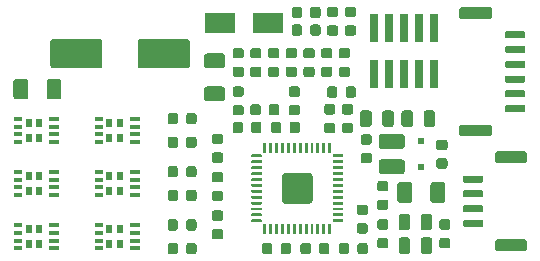
<source format=gbr>
G04 #@! TF.GenerationSoftware,KiCad,Pcbnew,(5.1.5-0-10_14)*
G04 #@! TF.CreationDate,2020-01-04T14:18:12-08:00*
G04 #@! TF.ProjectId,Grits,47726974-732e-46b6-9963-61645f706362,rev?*
G04 #@! TF.SameCoordinates,Original*
G04 #@! TF.FileFunction,Paste,Top*
G04 #@! TF.FilePolarity,Positive*
%FSLAX46Y46*%
G04 Gerber Fmt 4.6, Leading zero omitted, Abs format (unit mm)*
G04 Created by KiCad (PCBNEW (5.1.5-0-10_14)) date 2020-01-04 14:18:12*
%MOMM*%
%LPD*%
G04 APERTURE LIST*
%ADD10R,0.500000X0.500000*%
%ADD11C,0.100000*%
%ADD12R,0.740000X2.400000*%
%ADD13R,0.750000X0.300000*%
%ADD14R,0.830000X0.300000*%
%ADD15R,0.510000X0.635000*%
%ADD16R,2.500000X1.800000*%
G04 APERTURE END LIST*
D10*
X151500000Y-105900000D03*
X151500000Y-108100000D03*
D11*
G36*
X153527691Y-107351053D02*
G01*
X153548926Y-107354203D01*
X153569750Y-107359419D01*
X153589962Y-107366651D01*
X153609368Y-107375830D01*
X153627781Y-107386866D01*
X153645024Y-107399654D01*
X153660930Y-107414070D01*
X153675346Y-107429976D01*
X153688134Y-107447219D01*
X153699170Y-107465632D01*
X153708349Y-107485038D01*
X153715581Y-107505250D01*
X153720797Y-107526074D01*
X153723947Y-107547309D01*
X153725000Y-107568750D01*
X153725000Y-108006250D01*
X153723947Y-108027691D01*
X153720797Y-108048926D01*
X153715581Y-108069750D01*
X153708349Y-108089962D01*
X153699170Y-108109368D01*
X153688134Y-108127781D01*
X153675346Y-108145024D01*
X153660930Y-108160930D01*
X153645024Y-108175346D01*
X153627781Y-108188134D01*
X153609368Y-108199170D01*
X153589962Y-108208349D01*
X153569750Y-108215581D01*
X153548926Y-108220797D01*
X153527691Y-108223947D01*
X153506250Y-108225000D01*
X152993750Y-108225000D01*
X152972309Y-108223947D01*
X152951074Y-108220797D01*
X152930250Y-108215581D01*
X152910038Y-108208349D01*
X152890632Y-108199170D01*
X152872219Y-108188134D01*
X152854976Y-108175346D01*
X152839070Y-108160930D01*
X152824654Y-108145024D01*
X152811866Y-108127781D01*
X152800830Y-108109368D01*
X152791651Y-108089962D01*
X152784419Y-108069750D01*
X152779203Y-108048926D01*
X152776053Y-108027691D01*
X152775000Y-108006250D01*
X152775000Y-107568750D01*
X152776053Y-107547309D01*
X152779203Y-107526074D01*
X152784419Y-107505250D01*
X152791651Y-107485038D01*
X152800830Y-107465632D01*
X152811866Y-107447219D01*
X152824654Y-107429976D01*
X152839070Y-107414070D01*
X152854976Y-107399654D01*
X152872219Y-107386866D01*
X152890632Y-107375830D01*
X152910038Y-107366651D01*
X152930250Y-107359419D01*
X152951074Y-107354203D01*
X152972309Y-107351053D01*
X152993750Y-107350000D01*
X153506250Y-107350000D01*
X153527691Y-107351053D01*
G37*
G36*
X153527691Y-105776053D02*
G01*
X153548926Y-105779203D01*
X153569750Y-105784419D01*
X153589962Y-105791651D01*
X153609368Y-105800830D01*
X153627781Y-105811866D01*
X153645024Y-105824654D01*
X153660930Y-105839070D01*
X153675346Y-105854976D01*
X153688134Y-105872219D01*
X153699170Y-105890632D01*
X153708349Y-105910038D01*
X153715581Y-105930250D01*
X153720797Y-105951074D01*
X153723947Y-105972309D01*
X153725000Y-105993750D01*
X153725000Y-106431250D01*
X153723947Y-106452691D01*
X153720797Y-106473926D01*
X153715581Y-106494750D01*
X153708349Y-106514962D01*
X153699170Y-106534368D01*
X153688134Y-106552781D01*
X153675346Y-106570024D01*
X153660930Y-106585930D01*
X153645024Y-106600346D01*
X153627781Y-106613134D01*
X153609368Y-106624170D01*
X153589962Y-106633349D01*
X153569750Y-106640581D01*
X153548926Y-106645797D01*
X153527691Y-106648947D01*
X153506250Y-106650000D01*
X152993750Y-106650000D01*
X152972309Y-106648947D01*
X152951074Y-106645797D01*
X152930250Y-106640581D01*
X152910038Y-106633349D01*
X152890632Y-106624170D01*
X152872219Y-106613134D01*
X152854976Y-106600346D01*
X152839070Y-106585930D01*
X152824654Y-106570024D01*
X152811866Y-106552781D01*
X152800830Y-106534368D01*
X152791651Y-106514962D01*
X152784419Y-106494750D01*
X152779203Y-106473926D01*
X152776053Y-106452691D01*
X152775000Y-106431250D01*
X152775000Y-105993750D01*
X152776053Y-105972309D01*
X152779203Y-105951074D01*
X152784419Y-105930250D01*
X152791651Y-105910038D01*
X152800830Y-105890632D01*
X152811866Y-105872219D01*
X152824654Y-105854976D01*
X152839070Y-105839070D01*
X152854976Y-105824654D01*
X152872219Y-105811866D01*
X152890632Y-105800830D01*
X152910038Y-105791651D01*
X152930250Y-105784419D01*
X152951074Y-105779203D01*
X152972309Y-105776053D01*
X152993750Y-105775000D01*
X153506250Y-105775000D01*
X153527691Y-105776053D01*
G37*
G36*
X150580142Y-103301174D02*
G01*
X150603803Y-103304684D01*
X150627007Y-103310496D01*
X150649529Y-103318554D01*
X150671153Y-103328782D01*
X150691670Y-103341079D01*
X150710883Y-103355329D01*
X150728607Y-103371393D01*
X150744671Y-103389117D01*
X150758921Y-103408330D01*
X150771218Y-103428847D01*
X150781446Y-103450471D01*
X150789504Y-103472993D01*
X150795316Y-103496197D01*
X150798826Y-103519858D01*
X150800000Y-103543750D01*
X150800000Y-104456250D01*
X150798826Y-104480142D01*
X150795316Y-104503803D01*
X150789504Y-104527007D01*
X150781446Y-104549529D01*
X150771218Y-104571153D01*
X150758921Y-104591670D01*
X150744671Y-104610883D01*
X150728607Y-104628607D01*
X150710883Y-104644671D01*
X150691670Y-104658921D01*
X150671153Y-104671218D01*
X150649529Y-104681446D01*
X150627007Y-104689504D01*
X150603803Y-104695316D01*
X150580142Y-104698826D01*
X150556250Y-104700000D01*
X150068750Y-104700000D01*
X150044858Y-104698826D01*
X150021197Y-104695316D01*
X149997993Y-104689504D01*
X149975471Y-104681446D01*
X149953847Y-104671218D01*
X149933330Y-104658921D01*
X149914117Y-104644671D01*
X149896393Y-104628607D01*
X149880329Y-104610883D01*
X149866079Y-104591670D01*
X149853782Y-104571153D01*
X149843554Y-104549529D01*
X149835496Y-104527007D01*
X149829684Y-104503803D01*
X149826174Y-104480142D01*
X149825000Y-104456250D01*
X149825000Y-103543750D01*
X149826174Y-103519858D01*
X149829684Y-103496197D01*
X149835496Y-103472993D01*
X149843554Y-103450471D01*
X149853782Y-103428847D01*
X149866079Y-103408330D01*
X149880329Y-103389117D01*
X149896393Y-103371393D01*
X149914117Y-103355329D01*
X149933330Y-103341079D01*
X149953847Y-103328782D01*
X149975471Y-103318554D01*
X149997993Y-103310496D01*
X150021197Y-103304684D01*
X150044858Y-103301174D01*
X150068750Y-103300000D01*
X150556250Y-103300000D01*
X150580142Y-103301174D01*
G37*
G36*
X152455142Y-103301174D02*
G01*
X152478803Y-103304684D01*
X152502007Y-103310496D01*
X152524529Y-103318554D01*
X152546153Y-103328782D01*
X152566670Y-103341079D01*
X152585883Y-103355329D01*
X152603607Y-103371393D01*
X152619671Y-103389117D01*
X152633921Y-103408330D01*
X152646218Y-103428847D01*
X152656446Y-103450471D01*
X152664504Y-103472993D01*
X152670316Y-103496197D01*
X152673826Y-103519858D01*
X152675000Y-103543750D01*
X152675000Y-104456250D01*
X152673826Y-104480142D01*
X152670316Y-104503803D01*
X152664504Y-104527007D01*
X152656446Y-104549529D01*
X152646218Y-104571153D01*
X152633921Y-104591670D01*
X152619671Y-104610883D01*
X152603607Y-104628607D01*
X152585883Y-104644671D01*
X152566670Y-104658921D01*
X152546153Y-104671218D01*
X152524529Y-104681446D01*
X152502007Y-104689504D01*
X152478803Y-104695316D01*
X152455142Y-104698826D01*
X152431250Y-104700000D01*
X151943750Y-104700000D01*
X151919858Y-104698826D01*
X151896197Y-104695316D01*
X151872993Y-104689504D01*
X151850471Y-104681446D01*
X151828847Y-104671218D01*
X151808330Y-104658921D01*
X151789117Y-104644671D01*
X151771393Y-104628607D01*
X151755329Y-104610883D01*
X151741079Y-104591670D01*
X151728782Y-104571153D01*
X151718554Y-104549529D01*
X151710496Y-104527007D01*
X151704684Y-104503803D01*
X151701174Y-104480142D01*
X151700000Y-104456250D01*
X151700000Y-103543750D01*
X151701174Y-103519858D01*
X151704684Y-103496197D01*
X151710496Y-103472993D01*
X151718554Y-103450471D01*
X151728782Y-103428847D01*
X151741079Y-103408330D01*
X151755329Y-103389117D01*
X151771393Y-103371393D01*
X151789117Y-103355329D01*
X151808330Y-103341079D01*
X151828847Y-103328782D01*
X151850471Y-103318554D01*
X151872993Y-103310496D01*
X151896197Y-103304684D01*
X151919858Y-103301174D01*
X151943750Y-103300000D01*
X152431250Y-103300000D01*
X152455142Y-103301174D01*
G37*
G36*
X160224504Y-106776204D02*
G01*
X160248773Y-106779804D01*
X160272571Y-106785765D01*
X160295671Y-106794030D01*
X160317849Y-106804520D01*
X160338893Y-106817133D01*
X160358598Y-106831747D01*
X160376777Y-106848223D01*
X160393253Y-106866402D01*
X160407867Y-106886107D01*
X160420480Y-106907151D01*
X160430970Y-106929329D01*
X160439235Y-106952429D01*
X160445196Y-106976227D01*
X160448796Y-107000496D01*
X160450000Y-107025000D01*
X160450000Y-107525000D01*
X160448796Y-107549504D01*
X160445196Y-107573773D01*
X160439235Y-107597571D01*
X160430970Y-107620671D01*
X160420480Y-107642849D01*
X160407867Y-107663893D01*
X160393253Y-107683598D01*
X160376777Y-107701777D01*
X160358598Y-107718253D01*
X160338893Y-107732867D01*
X160317849Y-107745480D01*
X160295671Y-107755970D01*
X160272571Y-107764235D01*
X160248773Y-107770196D01*
X160224504Y-107773796D01*
X160200000Y-107775000D01*
X158000000Y-107775000D01*
X157975496Y-107773796D01*
X157951227Y-107770196D01*
X157927429Y-107764235D01*
X157904329Y-107755970D01*
X157882151Y-107745480D01*
X157861107Y-107732867D01*
X157841402Y-107718253D01*
X157823223Y-107701777D01*
X157806747Y-107683598D01*
X157792133Y-107663893D01*
X157779520Y-107642849D01*
X157769030Y-107620671D01*
X157760765Y-107597571D01*
X157754804Y-107573773D01*
X157751204Y-107549504D01*
X157750000Y-107525000D01*
X157750000Y-107025000D01*
X157751204Y-107000496D01*
X157754804Y-106976227D01*
X157760765Y-106952429D01*
X157769030Y-106929329D01*
X157779520Y-106907151D01*
X157792133Y-106886107D01*
X157806747Y-106866402D01*
X157823223Y-106848223D01*
X157841402Y-106831747D01*
X157861107Y-106817133D01*
X157882151Y-106804520D01*
X157904329Y-106794030D01*
X157927429Y-106785765D01*
X157951227Y-106779804D01*
X157975496Y-106776204D01*
X158000000Y-106775000D01*
X160200000Y-106775000D01*
X160224504Y-106776204D01*
G37*
G36*
X160224504Y-114226204D02*
G01*
X160248773Y-114229804D01*
X160272571Y-114235765D01*
X160295671Y-114244030D01*
X160317849Y-114254520D01*
X160338893Y-114267133D01*
X160358598Y-114281747D01*
X160376777Y-114298223D01*
X160393253Y-114316402D01*
X160407867Y-114336107D01*
X160420480Y-114357151D01*
X160430970Y-114379329D01*
X160439235Y-114402429D01*
X160445196Y-114426227D01*
X160448796Y-114450496D01*
X160450000Y-114475000D01*
X160450000Y-114975000D01*
X160448796Y-114999504D01*
X160445196Y-115023773D01*
X160439235Y-115047571D01*
X160430970Y-115070671D01*
X160420480Y-115092849D01*
X160407867Y-115113893D01*
X160393253Y-115133598D01*
X160376777Y-115151777D01*
X160358598Y-115168253D01*
X160338893Y-115182867D01*
X160317849Y-115195480D01*
X160295671Y-115205970D01*
X160272571Y-115214235D01*
X160248773Y-115220196D01*
X160224504Y-115223796D01*
X160200000Y-115225000D01*
X158000000Y-115225000D01*
X157975496Y-115223796D01*
X157951227Y-115220196D01*
X157927429Y-115214235D01*
X157904329Y-115205970D01*
X157882151Y-115195480D01*
X157861107Y-115182867D01*
X157841402Y-115168253D01*
X157823223Y-115151777D01*
X157806747Y-115133598D01*
X157792133Y-115113893D01*
X157779520Y-115092849D01*
X157769030Y-115070671D01*
X157760765Y-115047571D01*
X157754804Y-115023773D01*
X157751204Y-114999504D01*
X157750000Y-114975000D01*
X157750000Y-114475000D01*
X157751204Y-114450496D01*
X157754804Y-114426227D01*
X157760765Y-114402429D01*
X157769030Y-114379329D01*
X157779520Y-114357151D01*
X157792133Y-114336107D01*
X157806747Y-114316402D01*
X157823223Y-114298223D01*
X157841402Y-114281747D01*
X157861107Y-114267133D01*
X157882151Y-114254520D01*
X157904329Y-114244030D01*
X157927429Y-114235765D01*
X157951227Y-114229804D01*
X157975496Y-114226204D01*
X158000000Y-114225000D01*
X160200000Y-114225000D01*
X160224504Y-114226204D01*
G37*
G36*
X156614703Y-108825722D02*
G01*
X156629264Y-108827882D01*
X156643543Y-108831459D01*
X156657403Y-108836418D01*
X156670710Y-108842712D01*
X156683336Y-108850280D01*
X156695159Y-108859048D01*
X156706066Y-108868934D01*
X156715952Y-108879841D01*
X156724720Y-108891664D01*
X156732288Y-108904290D01*
X156738582Y-108917597D01*
X156743541Y-108931457D01*
X156747118Y-108945736D01*
X156749278Y-108960297D01*
X156750000Y-108975000D01*
X156750000Y-109275000D01*
X156749278Y-109289703D01*
X156747118Y-109304264D01*
X156743541Y-109318543D01*
X156738582Y-109332403D01*
X156732288Y-109345710D01*
X156724720Y-109358336D01*
X156715952Y-109370159D01*
X156706066Y-109381066D01*
X156695159Y-109390952D01*
X156683336Y-109399720D01*
X156670710Y-109407288D01*
X156657403Y-109413582D01*
X156643543Y-109418541D01*
X156629264Y-109422118D01*
X156614703Y-109424278D01*
X156600000Y-109425000D01*
X155200000Y-109425000D01*
X155185297Y-109424278D01*
X155170736Y-109422118D01*
X155156457Y-109418541D01*
X155142597Y-109413582D01*
X155129290Y-109407288D01*
X155116664Y-109399720D01*
X155104841Y-109390952D01*
X155093934Y-109381066D01*
X155084048Y-109370159D01*
X155075280Y-109358336D01*
X155067712Y-109345710D01*
X155061418Y-109332403D01*
X155056459Y-109318543D01*
X155052882Y-109304264D01*
X155050722Y-109289703D01*
X155050000Y-109275000D01*
X155050000Y-108975000D01*
X155050722Y-108960297D01*
X155052882Y-108945736D01*
X155056459Y-108931457D01*
X155061418Y-108917597D01*
X155067712Y-108904290D01*
X155075280Y-108891664D01*
X155084048Y-108879841D01*
X155093934Y-108868934D01*
X155104841Y-108859048D01*
X155116664Y-108850280D01*
X155129290Y-108842712D01*
X155142597Y-108836418D01*
X155156457Y-108831459D01*
X155170736Y-108827882D01*
X155185297Y-108825722D01*
X155200000Y-108825000D01*
X156600000Y-108825000D01*
X156614703Y-108825722D01*
G37*
G36*
X156614703Y-110075722D02*
G01*
X156629264Y-110077882D01*
X156643543Y-110081459D01*
X156657403Y-110086418D01*
X156670710Y-110092712D01*
X156683336Y-110100280D01*
X156695159Y-110109048D01*
X156706066Y-110118934D01*
X156715952Y-110129841D01*
X156724720Y-110141664D01*
X156732288Y-110154290D01*
X156738582Y-110167597D01*
X156743541Y-110181457D01*
X156747118Y-110195736D01*
X156749278Y-110210297D01*
X156750000Y-110225000D01*
X156750000Y-110525000D01*
X156749278Y-110539703D01*
X156747118Y-110554264D01*
X156743541Y-110568543D01*
X156738582Y-110582403D01*
X156732288Y-110595710D01*
X156724720Y-110608336D01*
X156715952Y-110620159D01*
X156706066Y-110631066D01*
X156695159Y-110640952D01*
X156683336Y-110649720D01*
X156670710Y-110657288D01*
X156657403Y-110663582D01*
X156643543Y-110668541D01*
X156629264Y-110672118D01*
X156614703Y-110674278D01*
X156600000Y-110675000D01*
X155200000Y-110675000D01*
X155185297Y-110674278D01*
X155170736Y-110672118D01*
X155156457Y-110668541D01*
X155142597Y-110663582D01*
X155129290Y-110657288D01*
X155116664Y-110649720D01*
X155104841Y-110640952D01*
X155093934Y-110631066D01*
X155084048Y-110620159D01*
X155075280Y-110608336D01*
X155067712Y-110595710D01*
X155061418Y-110582403D01*
X155056459Y-110568543D01*
X155052882Y-110554264D01*
X155050722Y-110539703D01*
X155050000Y-110525000D01*
X155050000Y-110225000D01*
X155050722Y-110210297D01*
X155052882Y-110195736D01*
X155056459Y-110181457D01*
X155061418Y-110167597D01*
X155067712Y-110154290D01*
X155075280Y-110141664D01*
X155084048Y-110129841D01*
X155093934Y-110118934D01*
X155104841Y-110109048D01*
X155116664Y-110100280D01*
X155129290Y-110092712D01*
X155142597Y-110086418D01*
X155156457Y-110081459D01*
X155170736Y-110077882D01*
X155185297Y-110075722D01*
X155200000Y-110075000D01*
X156600000Y-110075000D01*
X156614703Y-110075722D01*
G37*
G36*
X156614703Y-111325722D02*
G01*
X156629264Y-111327882D01*
X156643543Y-111331459D01*
X156657403Y-111336418D01*
X156670710Y-111342712D01*
X156683336Y-111350280D01*
X156695159Y-111359048D01*
X156706066Y-111368934D01*
X156715952Y-111379841D01*
X156724720Y-111391664D01*
X156732288Y-111404290D01*
X156738582Y-111417597D01*
X156743541Y-111431457D01*
X156747118Y-111445736D01*
X156749278Y-111460297D01*
X156750000Y-111475000D01*
X156750000Y-111775000D01*
X156749278Y-111789703D01*
X156747118Y-111804264D01*
X156743541Y-111818543D01*
X156738582Y-111832403D01*
X156732288Y-111845710D01*
X156724720Y-111858336D01*
X156715952Y-111870159D01*
X156706066Y-111881066D01*
X156695159Y-111890952D01*
X156683336Y-111899720D01*
X156670710Y-111907288D01*
X156657403Y-111913582D01*
X156643543Y-111918541D01*
X156629264Y-111922118D01*
X156614703Y-111924278D01*
X156600000Y-111925000D01*
X155200000Y-111925000D01*
X155185297Y-111924278D01*
X155170736Y-111922118D01*
X155156457Y-111918541D01*
X155142597Y-111913582D01*
X155129290Y-111907288D01*
X155116664Y-111899720D01*
X155104841Y-111890952D01*
X155093934Y-111881066D01*
X155084048Y-111870159D01*
X155075280Y-111858336D01*
X155067712Y-111845710D01*
X155061418Y-111832403D01*
X155056459Y-111818543D01*
X155052882Y-111804264D01*
X155050722Y-111789703D01*
X155050000Y-111775000D01*
X155050000Y-111475000D01*
X155050722Y-111460297D01*
X155052882Y-111445736D01*
X155056459Y-111431457D01*
X155061418Y-111417597D01*
X155067712Y-111404290D01*
X155075280Y-111391664D01*
X155084048Y-111379841D01*
X155093934Y-111368934D01*
X155104841Y-111359048D01*
X155116664Y-111350280D01*
X155129290Y-111342712D01*
X155142597Y-111336418D01*
X155156457Y-111331459D01*
X155170736Y-111327882D01*
X155185297Y-111325722D01*
X155200000Y-111325000D01*
X156600000Y-111325000D01*
X156614703Y-111325722D01*
G37*
G36*
X156614703Y-112575722D02*
G01*
X156629264Y-112577882D01*
X156643543Y-112581459D01*
X156657403Y-112586418D01*
X156670710Y-112592712D01*
X156683336Y-112600280D01*
X156695159Y-112609048D01*
X156706066Y-112618934D01*
X156715952Y-112629841D01*
X156724720Y-112641664D01*
X156732288Y-112654290D01*
X156738582Y-112667597D01*
X156743541Y-112681457D01*
X156747118Y-112695736D01*
X156749278Y-112710297D01*
X156750000Y-112725000D01*
X156750000Y-113025000D01*
X156749278Y-113039703D01*
X156747118Y-113054264D01*
X156743541Y-113068543D01*
X156738582Y-113082403D01*
X156732288Y-113095710D01*
X156724720Y-113108336D01*
X156715952Y-113120159D01*
X156706066Y-113131066D01*
X156695159Y-113140952D01*
X156683336Y-113149720D01*
X156670710Y-113157288D01*
X156657403Y-113163582D01*
X156643543Y-113168541D01*
X156629264Y-113172118D01*
X156614703Y-113174278D01*
X156600000Y-113175000D01*
X155200000Y-113175000D01*
X155185297Y-113174278D01*
X155170736Y-113172118D01*
X155156457Y-113168541D01*
X155142597Y-113163582D01*
X155129290Y-113157288D01*
X155116664Y-113149720D01*
X155104841Y-113140952D01*
X155093934Y-113131066D01*
X155084048Y-113120159D01*
X155075280Y-113108336D01*
X155067712Y-113095710D01*
X155061418Y-113082403D01*
X155056459Y-113068543D01*
X155052882Y-113054264D01*
X155050722Y-113039703D01*
X155050000Y-113025000D01*
X155050000Y-112725000D01*
X155050722Y-112710297D01*
X155052882Y-112695736D01*
X155056459Y-112681457D01*
X155061418Y-112667597D01*
X155067712Y-112654290D01*
X155075280Y-112641664D01*
X155084048Y-112629841D01*
X155093934Y-112618934D01*
X155104841Y-112609048D01*
X155116664Y-112600280D01*
X155129290Y-112592712D01*
X155142597Y-112586418D01*
X155156457Y-112581459D01*
X155170736Y-112577882D01*
X155185297Y-112575722D01*
X155200000Y-112575000D01*
X156600000Y-112575000D01*
X156614703Y-112575722D01*
G37*
G36*
X143818626Y-112900301D02*
G01*
X143824693Y-112901201D01*
X143830643Y-112902691D01*
X143836418Y-112904758D01*
X143841962Y-112907380D01*
X143847223Y-112910533D01*
X143852150Y-112914187D01*
X143856694Y-112918306D01*
X143860813Y-112922850D01*
X143864467Y-112927777D01*
X143867620Y-112933038D01*
X143870242Y-112938582D01*
X143872309Y-112944357D01*
X143873799Y-112950307D01*
X143874699Y-112956374D01*
X143875000Y-112962500D01*
X143875000Y-113712500D01*
X143874699Y-113718626D01*
X143873799Y-113724693D01*
X143872309Y-113730643D01*
X143870242Y-113736418D01*
X143867620Y-113741962D01*
X143864467Y-113747223D01*
X143860813Y-113752150D01*
X143856694Y-113756694D01*
X143852150Y-113760813D01*
X143847223Y-113764467D01*
X143841962Y-113767620D01*
X143836418Y-113770242D01*
X143830643Y-113772309D01*
X143824693Y-113773799D01*
X143818626Y-113774699D01*
X143812500Y-113775000D01*
X143687500Y-113775000D01*
X143681374Y-113774699D01*
X143675307Y-113773799D01*
X143669357Y-113772309D01*
X143663582Y-113770242D01*
X143658038Y-113767620D01*
X143652777Y-113764467D01*
X143647850Y-113760813D01*
X143643306Y-113756694D01*
X143639187Y-113752150D01*
X143635533Y-113747223D01*
X143632380Y-113741962D01*
X143629758Y-113736418D01*
X143627691Y-113730643D01*
X143626201Y-113724693D01*
X143625301Y-113718626D01*
X143625000Y-113712500D01*
X143625000Y-112962500D01*
X143625301Y-112956374D01*
X143626201Y-112950307D01*
X143627691Y-112944357D01*
X143629758Y-112938582D01*
X143632380Y-112933038D01*
X143635533Y-112927777D01*
X143639187Y-112922850D01*
X143643306Y-112918306D01*
X143647850Y-112914187D01*
X143652777Y-112910533D01*
X143658038Y-112907380D01*
X143663582Y-112904758D01*
X143669357Y-112902691D01*
X143675307Y-112901201D01*
X143681374Y-112900301D01*
X143687500Y-112900000D01*
X143812500Y-112900000D01*
X143818626Y-112900301D01*
G37*
G36*
X143318626Y-112900301D02*
G01*
X143324693Y-112901201D01*
X143330643Y-112902691D01*
X143336418Y-112904758D01*
X143341962Y-112907380D01*
X143347223Y-112910533D01*
X143352150Y-112914187D01*
X143356694Y-112918306D01*
X143360813Y-112922850D01*
X143364467Y-112927777D01*
X143367620Y-112933038D01*
X143370242Y-112938582D01*
X143372309Y-112944357D01*
X143373799Y-112950307D01*
X143374699Y-112956374D01*
X143375000Y-112962500D01*
X143375000Y-113712500D01*
X143374699Y-113718626D01*
X143373799Y-113724693D01*
X143372309Y-113730643D01*
X143370242Y-113736418D01*
X143367620Y-113741962D01*
X143364467Y-113747223D01*
X143360813Y-113752150D01*
X143356694Y-113756694D01*
X143352150Y-113760813D01*
X143347223Y-113764467D01*
X143341962Y-113767620D01*
X143336418Y-113770242D01*
X143330643Y-113772309D01*
X143324693Y-113773799D01*
X143318626Y-113774699D01*
X143312500Y-113775000D01*
X143187500Y-113775000D01*
X143181374Y-113774699D01*
X143175307Y-113773799D01*
X143169357Y-113772309D01*
X143163582Y-113770242D01*
X143158038Y-113767620D01*
X143152777Y-113764467D01*
X143147850Y-113760813D01*
X143143306Y-113756694D01*
X143139187Y-113752150D01*
X143135533Y-113747223D01*
X143132380Y-113741962D01*
X143129758Y-113736418D01*
X143127691Y-113730643D01*
X143126201Y-113724693D01*
X143125301Y-113718626D01*
X143125000Y-113712500D01*
X143125000Y-112962500D01*
X143125301Y-112956374D01*
X143126201Y-112950307D01*
X143127691Y-112944357D01*
X143129758Y-112938582D01*
X143132380Y-112933038D01*
X143135533Y-112927777D01*
X143139187Y-112922850D01*
X143143306Y-112918306D01*
X143147850Y-112914187D01*
X143152777Y-112910533D01*
X143158038Y-112907380D01*
X143163582Y-112904758D01*
X143169357Y-112902691D01*
X143175307Y-112901201D01*
X143181374Y-112900301D01*
X143187500Y-112900000D01*
X143312500Y-112900000D01*
X143318626Y-112900301D01*
G37*
G36*
X142818626Y-112900301D02*
G01*
X142824693Y-112901201D01*
X142830643Y-112902691D01*
X142836418Y-112904758D01*
X142841962Y-112907380D01*
X142847223Y-112910533D01*
X142852150Y-112914187D01*
X142856694Y-112918306D01*
X142860813Y-112922850D01*
X142864467Y-112927777D01*
X142867620Y-112933038D01*
X142870242Y-112938582D01*
X142872309Y-112944357D01*
X142873799Y-112950307D01*
X142874699Y-112956374D01*
X142875000Y-112962500D01*
X142875000Y-113712500D01*
X142874699Y-113718626D01*
X142873799Y-113724693D01*
X142872309Y-113730643D01*
X142870242Y-113736418D01*
X142867620Y-113741962D01*
X142864467Y-113747223D01*
X142860813Y-113752150D01*
X142856694Y-113756694D01*
X142852150Y-113760813D01*
X142847223Y-113764467D01*
X142841962Y-113767620D01*
X142836418Y-113770242D01*
X142830643Y-113772309D01*
X142824693Y-113773799D01*
X142818626Y-113774699D01*
X142812500Y-113775000D01*
X142687500Y-113775000D01*
X142681374Y-113774699D01*
X142675307Y-113773799D01*
X142669357Y-113772309D01*
X142663582Y-113770242D01*
X142658038Y-113767620D01*
X142652777Y-113764467D01*
X142647850Y-113760813D01*
X142643306Y-113756694D01*
X142639187Y-113752150D01*
X142635533Y-113747223D01*
X142632380Y-113741962D01*
X142629758Y-113736418D01*
X142627691Y-113730643D01*
X142626201Y-113724693D01*
X142625301Y-113718626D01*
X142625000Y-113712500D01*
X142625000Y-112962500D01*
X142625301Y-112956374D01*
X142626201Y-112950307D01*
X142627691Y-112944357D01*
X142629758Y-112938582D01*
X142632380Y-112933038D01*
X142635533Y-112927777D01*
X142639187Y-112922850D01*
X142643306Y-112918306D01*
X142647850Y-112914187D01*
X142652777Y-112910533D01*
X142658038Y-112907380D01*
X142663582Y-112904758D01*
X142669357Y-112902691D01*
X142675307Y-112901201D01*
X142681374Y-112900301D01*
X142687500Y-112900000D01*
X142812500Y-112900000D01*
X142818626Y-112900301D01*
G37*
G36*
X142318626Y-112900301D02*
G01*
X142324693Y-112901201D01*
X142330643Y-112902691D01*
X142336418Y-112904758D01*
X142341962Y-112907380D01*
X142347223Y-112910533D01*
X142352150Y-112914187D01*
X142356694Y-112918306D01*
X142360813Y-112922850D01*
X142364467Y-112927777D01*
X142367620Y-112933038D01*
X142370242Y-112938582D01*
X142372309Y-112944357D01*
X142373799Y-112950307D01*
X142374699Y-112956374D01*
X142375000Y-112962500D01*
X142375000Y-113712500D01*
X142374699Y-113718626D01*
X142373799Y-113724693D01*
X142372309Y-113730643D01*
X142370242Y-113736418D01*
X142367620Y-113741962D01*
X142364467Y-113747223D01*
X142360813Y-113752150D01*
X142356694Y-113756694D01*
X142352150Y-113760813D01*
X142347223Y-113764467D01*
X142341962Y-113767620D01*
X142336418Y-113770242D01*
X142330643Y-113772309D01*
X142324693Y-113773799D01*
X142318626Y-113774699D01*
X142312500Y-113775000D01*
X142187500Y-113775000D01*
X142181374Y-113774699D01*
X142175307Y-113773799D01*
X142169357Y-113772309D01*
X142163582Y-113770242D01*
X142158038Y-113767620D01*
X142152777Y-113764467D01*
X142147850Y-113760813D01*
X142143306Y-113756694D01*
X142139187Y-113752150D01*
X142135533Y-113747223D01*
X142132380Y-113741962D01*
X142129758Y-113736418D01*
X142127691Y-113730643D01*
X142126201Y-113724693D01*
X142125301Y-113718626D01*
X142125000Y-113712500D01*
X142125000Y-112962500D01*
X142125301Y-112956374D01*
X142126201Y-112950307D01*
X142127691Y-112944357D01*
X142129758Y-112938582D01*
X142132380Y-112933038D01*
X142135533Y-112927777D01*
X142139187Y-112922850D01*
X142143306Y-112918306D01*
X142147850Y-112914187D01*
X142152777Y-112910533D01*
X142158038Y-112907380D01*
X142163582Y-112904758D01*
X142169357Y-112902691D01*
X142175307Y-112901201D01*
X142181374Y-112900301D01*
X142187500Y-112900000D01*
X142312500Y-112900000D01*
X142318626Y-112900301D01*
G37*
G36*
X141818626Y-112900301D02*
G01*
X141824693Y-112901201D01*
X141830643Y-112902691D01*
X141836418Y-112904758D01*
X141841962Y-112907380D01*
X141847223Y-112910533D01*
X141852150Y-112914187D01*
X141856694Y-112918306D01*
X141860813Y-112922850D01*
X141864467Y-112927777D01*
X141867620Y-112933038D01*
X141870242Y-112938582D01*
X141872309Y-112944357D01*
X141873799Y-112950307D01*
X141874699Y-112956374D01*
X141875000Y-112962500D01*
X141875000Y-113712500D01*
X141874699Y-113718626D01*
X141873799Y-113724693D01*
X141872309Y-113730643D01*
X141870242Y-113736418D01*
X141867620Y-113741962D01*
X141864467Y-113747223D01*
X141860813Y-113752150D01*
X141856694Y-113756694D01*
X141852150Y-113760813D01*
X141847223Y-113764467D01*
X141841962Y-113767620D01*
X141836418Y-113770242D01*
X141830643Y-113772309D01*
X141824693Y-113773799D01*
X141818626Y-113774699D01*
X141812500Y-113775000D01*
X141687500Y-113775000D01*
X141681374Y-113774699D01*
X141675307Y-113773799D01*
X141669357Y-113772309D01*
X141663582Y-113770242D01*
X141658038Y-113767620D01*
X141652777Y-113764467D01*
X141647850Y-113760813D01*
X141643306Y-113756694D01*
X141639187Y-113752150D01*
X141635533Y-113747223D01*
X141632380Y-113741962D01*
X141629758Y-113736418D01*
X141627691Y-113730643D01*
X141626201Y-113724693D01*
X141625301Y-113718626D01*
X141625000Y-113712500D01*
X141625000Y-112962500D01*
X141625301Y-112956374D01*
X141626201Y-112950307D01*
X141627691Y-112944357D01*
X141629758Y-112938582D01*
X141632380Y-112933038D01*
X141635533Y-112927777D01*
X141639187Y-112922850D01*
X141643306Y-112918306D01*
X141647850Y-112914187D01*
X141652777Y-112910533D01*
X141658038Y-112907380D01*
X141663582Y-112904758D01*
X141669357Y-112902691D01*
X141675307Y-112901201D01*
X141681374Y-112900301D01*
X141687500Y-112900000D01*
X141812500Y-112900000D01*
X141818626Y-112900301D01*
G37*
G36*
X141318626Y-112900301D02*
G01*
X141324693Y-112901201D01*
X141330643Y-112902691D01*
X141336418Y-112904758D01*
X141341962Y-112907380D01*
X141347223Y-112910533D01*
X141352150Y-112914187D01*
X141356694Y-112918306D01*
X141360813Y-112922850D01*
X141364467Y-112927777D01*
X141367620Y-112933038D01*
X141370242Y-112938582D01*
X141372309Y-112944357D01*
X141373799Y-112950307D01*
X141374699Y-112956374D01*
X141375000Y-112962500D01*
X141375000Y-113712500D01*
X141374699Y-113718626D01*
X141373799Y-113724693D01*
X141372309Y-113730643D01*
X141370242Y-113736418D01*
X141367620Y-113741962D01*
X141364467Y-113747223D01*
X141360813Y-113752150D01*
X141356694Y-113756694D01*
X141352150Y-113760813D01*
X141347223Y-113764467D01*
X141341962Y-113767620D01*
X141336418Y-113770242D01*
X141330643Y-113772309D01*
X141324693Y-113773799D01*
X141318626Y-113774699D01*
X141312500Y-113775000D01*
X141187500Y-113775000D01*
X141181374Y-113774699D01*
X141175307Y-113773799D01*
X141169357Y-113772309D01*
X141163582Y-113770242D01*
X141158038Y-113767620D01*
X141152777Y-113764467D01*
X141147850Y-113760813D01*
X141143306Y-113756694D01*
X141139187Y-113752150D01*
X141135533Y-113747223D01*
X141132380Y-113741962D01*
X141129758Y-113736418D01*
X141127691Y-113730643D01*
X141126201Y-113724693D01*
X141125301Y-113718626D01*
X141125000Y-113712500D01*
X141125000Y-112962500D01*
X141125301Y-112956374D01*
X141126201Y-112950307D01*
X141127691Y-112944357D01*
X141129758Y-112938582D01*
X141132380Y-112933038D01*
X141135533Y-112927777D01*
X141139187Y-112922850D01*
X141143306Y-112918306D01*
X141147850Y-112914187D01*
X141152777Y-112910533D01*
X141158038Y-112907380D01*
X141163582Y-112904758D01*
X141169357Y-112902691D01*
X141175307Y-112901201D01*
X141181374Y-112900301D01*
X141187500Y-112900000D01*
X141312500Y-112900000D01*
X141318626Y-112900301D01*
G37*
G36*
X140818626Y-112900301D02*
G01*
X140824693Y-112901201D01*
X140830643Y-112902691D01*
X140836418Y-112904758D01*
X140841962Y-112907380D01*
X140847223Y-112910533D01*
X140852150Y-112914187D01*
X140856694Y-112918306D01*
X140860813Y-112922850D01*
X140864467Y-112927777D01*
X140867620Y-112933038D01*
X140870242Y-112938582D01*
X140872309Y-112944357D01*
X140873799Y-112950307D01*
X140874699Y-112956374D01*
X140875000Y-112962500D01*
X140875000Y-113712500D01*
X140874699Y-113718626D01*
X140873799Y-113724693D01*
X140872309Y-113730643D01*
X140870242Y-113736418D01*
X140867620Y-113741962D01*
X140864467Y-113747223D01*
X140860813Y-113752150D01*
X140856694Y-113756694D01*
X140852150Y-113760813D01*
X140847223Y-113764467D01*
X140841962Y-113767620D01*
X140836418Y-113770242D01*
X140830643Y-113772309D01*
X140824693Y-113773799D01*
X140818626Y-113774699D01*
X140812500Y-113775000D01*
X140687500Y-113775000D01*
X140681374Y-113774699D01*
X140675307Y-113773799D01*
X140669357Y-113772309D01*
X140663582Y-113770242D01*
X140658038Y-113767620D01*
X140652777Y-113764467D01*
X140647850Y-113760813D01*
X140643306Y-113756694D01*
X140639187Y-113752150D01*
X140635533Y-113747223D01*
X140632380Y-113741962D01*
X140629758Y-113736418D01*
X140627691Y-113730643D01*
X140626201Y-113724693D01*
X140625301Y-113718626D01*
X140625000Y-113712500D01*
X140625000Y-112962500D01*
X140625301Y-112956374D01*
X140626201Y-112950307D01*
X140627691Y-112944357D01*
X140629758Y-112938582D01*
X140632380Y-112933038D01*
X140635533Y-112927777D01*
X140639187Y-112922850D01*
X140643306Y-112918306D01*
X140647850Y-112914187D01*
X140652777Y-112910533D01*
X140658038Y-112907380D01*
X140663582Y-112904758D01*
X140669357Y-112902691D01*
X140675307Y-112901201D01*
X140681374Y-112900301D01*
X140687500Y-112900000D01*
X140812500Y-112900000D01*
X140818626Y-112900301D01*
G37*
G36*
X140318626Y-112900301D02*
G01*
X140324693Y-112901201D01*
X140330643Y-112902691D01*
X140336418Y-112904758D01*
X140341962Y-112907380D01*
X140347223Y-112910533D01*
X140352150Y-112914187D01*
X140356694Y-112918306D01*
X140360813Y-112922850D01*
X140364467Y-112927777D01*
X140367620Y-112933038D01*
X140370242Y-112938582D01*
X140372309Y-112944357D01*
X140373799Y-112950307D01*
X140374699Y-112956374D01*
X140375000Y-112962500D01*
X140375000Y-113712500D01*
X140374699Y-113718626D01*
X140373799Y-113724693D01*
X140372309Y-113730643D01*
X140370242Y-113736418D01*
X140367620Y-113741962D01*
X140364467Y-113747223D01*
X140360813Y-113752150D01*
X140356694Y-113756694D01*
X140352150Y-113760813D01*
X140347223Y-113764467D01*
X140341962Y-113767620D01*
X140336418Y-113770242D01*
X140330643Y-113772309D01*
X140324693Y-113773799D01*
X140318626Y-113774699D01*
X140312500Y-113775000D01*
X140187500Y-113775000D01*
X140181374Y-113774699D01*
X140175307Y-113773799D01*
X140169357Y-113772309D01*
X140163582Y-113770242D01*
X140158038Y-113767620D01*
X140152777Y-113764467D01*
X140147850Y-113760813D01*
X140143306Y-113756694D01*
X140139187Y-113752150D01*
X140135533Y-113747223D01*
X140132380Y-113741962D01*
X140129758Y-113736418D01*
X140127691Y-113730643D01*
X140126201Y-113724693D01*
X140125301Y-113718626D01*
X140125000Y-113712500D01*
X140125000Y-112962500D01*
X140125301Y-112956374D01*
X140126201Y-112950307D01*
X140127691Y-112944357D01*
X140129758Y-112938582D01*
X140132380Y-112933038D01*
X140135533Y-112927777D01*
X140139187Y-112922850D01*
X140143306Y-112918306D01*
X140147850Y-112914187D01*
X140152777Y-112910533D01*
X140158038Y-112907380D01*
X140163582Y-112904758D01*
X140169357Y-112902691D01*
X140175307Y-112901201D01*
X140181374Y-112900301D01*
X140187500Y-112900000D01*
X140312500Y-112900000D01*
X140318626Y-112900301D01*
G37*
G36*
X139818626Y-112900301D02*
G01*
X139824693Y-112901201D01*
X139830643Y-112902691D01*
X139836418Y-112904758D01*
X139841962Y-112907380D01*
X139847223Y-112910533D01*
X139852150Y-112914187D01*
X139856694Y-112918306D01*
X139860813Y-112922850D01*
X139864467Y-112927777D01*
X139867620Y-112933038D01*
X139870242Y-112938582D01*
X139872309Y-112944357D01*
X139873799Y-112950307D01*
X139874699Y-112956374D01*
X139875000Y-112962500D01*
X139875000Y-113712500D01*
X139874699Y-113718626D01*
X139873799Y-113724693D01*
X139872309Y-113730643D01*
X139870242Y-113736418D01*
X139867620Y-113741962D01*
X139864467Y-113747223D01*
X139860813Y-113752150D01*
X139856694Y-113756694D01*
X139852150Y-113760813D01*
X139847223Y-113764467D01*
X139841962Y-113767620D01*
X139836418Y-113770242D01*
X139830643Y-113772309D01*
X139824693Y-113773799D01*
X139818626Y-113774699D01*
X139812500Y-113775000D01*
X139687500Y-113775000D01*
X139681374Y-113774699D01*
X139675307Y-113773799D01*
X139669357Y-113772309D01*
X139663582Y-113770242D01*
X139658038Y-113767620D01*
X139652777Y-113764467D01*
X139647850Y-113760813D01*
X139643306Y-113756694D01*
X139639187Y-113752150D01*
X139635533Y-113747223D01*
X139632380Y-113741962D01*
X139629758Y-113736418D01*
X139627691Y-113730643D01*
X139626201Y-113724693D01*
X139625301Y-113718626D01*
X139625000Y-113712500D01*
X139625000Y-112962500D01*
X139625301Y-112956374D01*
X139626201Y-112950307D01*
X139627691Y-112944357D01*
X139629758Y-112938582D01*
X139632380Y-112933038D01*
X139635533Y-112927777D01*
X139639187Y-112922850D01*
X139643306Y-112918306D01*
X139647850Y-112914187D01*
X139652777Y-112910533D01*
X139658038Y-112907380D01*
X139663582Y-112904758D01*
X139669357Y-112902691D01*
X139675307Y-112901201D01*
X139681374Y-112900301D01*
X139687500Y-112900000D01*
X139812500Y-112900000D01*
X139818626Y-112900301D01*
G37*
G36*
X139318626Y-112900301D02*
G01*
X139324693Y-112901201D01*
X139330643Y-112902691D01*
X139336418Y-112904758D01*
X139341962Y-112907380D01*
X139347223Y-112910533D01*
X139352150Y-112914187D01*
X139356694Y-112918306D01*
X139360813Y-112922850D01*
X139364467Y-112927777D01*
X139367620Y-112933038D01*
X139370242Y-112938582D01*
X139372309Y-112944357D01*
X139373799Y-112950307D01*
X139374699Y-112956374D01*
X139375000Y-112962500D01*
X139375000Y-113712500D01*
X139374699Y-113718626D01*
X139373799Y-113724693D01*
X139372309Y-113730643D01*
X139370242Y-113736418D01*
X139367620Y-113741962D01*
X139364467Y-113747223D01*
X139360813Y-113752150D01*
X139356694Y-113756694D01*
X139352150Y-113760813D01*
X139347223Y-113764467D01*
X139341962Y-113767620D01*
X139336418Y-113770242D01*
X139330643Y-113772309D01*
X139324693Y-113773799D01*
X139318626Y-113774699D01*
X139312500Y-113775000D01*
X139187500Y-113775000D01*
X139181374Y-113774699D01*
X139175307Y-113773799D01*
X139169357Y-113772309D01*
X139163582Y-113770242D01*
X139158038Y-113767620D01*
X139152777Y-113764467D01*
X139147850Y-113760813D01*
X139143306Y-113756694D01*
X139139187Y-113752150D01*
X139135533Y-113747223D01*
X139132380Y-113741962D01*
X139129758Y-113736418D01*
X139127691Y-113730643D01*
X139126201Y-113724693D01*
X139125301Y-113718626D01*
X139125000Y-113712500D01*
X139125000Y-112962500D01*
X139125301Y-112956374D01*
X139126201Y-112950307D01*
X139127691Y-112944357D01*
X139129758Y-112938582D01*
X139132380Y-112933038D01*
X139135533Y-112927777D01*
X139139187Y-112922850D01*
X139143306Y-112918306D01*
X139147850Y-112914187D01*
X139152777Y-112910533D01*
X139158038Y-112907380D01*
X139163582Y-112904758D01*
X139169357Y-112902691D01*
X139175307Y-112901201D01*
X139181374Y-112900301D01*
X139187500Y-112900000D01*
X139312500Y-112900000D01*
X139318626Y-112900301D01*
G37*
G36*
X138818626Y-112900301D02*
G01*
X138824693Y-112901201D01*
X138830643Y-112902691D01*
X138836418Y-112904758D01*
X138841962Y-112907380D01*
X138847223Y-112910533D01*
X138852150Y-112914187D01*
X138856694Y-112918306D01*
X138860813Y-112922850D01*
X138864467Y-112927777D01*
X138867620Y-112933038D01*
X138870242Y-112938582D01*
X138872309Y-112944357D01*
X138873799Y-112950307D01*
X138874699Y-112956374D01*
X138875000Y-112962500D01*
X138875000Y-113712500D01*
X138874699Y-113718626D01*
X138873799Y-113724693D01*
X138872309Y-113730643D01*
X138870242Y-113736418D01*
X138867620Y-113741962D01*
X138864467Y-113747223D01*
X138860813Y-113752150D01*
X138856694Y-113756694D01*
X138852150Y-113760813D01*
X138847223Y-113764467D01*
X138841962Y-113767620D01*
X138836418Y-113770242D01*
X138830643Y-113772309D01*
X138824693Y-113773799D01*
X138818626Y-113774699D01*
X138812500Y-113775000D01*
X138687500Y-113775000D01*
X138681374Y-113774699D01*
X138675307Y-113773799D01*
X138669357Y-113772309D01*
X138663582Y-113770242D01*
X138658038Y-113767620D01*
X138652777Y-113764467D01*
X138647850Y-113760813D01*
X138643306Y-113756694D01*
X138639187Y-113752150D01*
X138635533Y-113747223D01*
X138632380Y-113741962D01*
X138629758Y-113736418D01*
X138627691Y-113730643D01*
X138626201Y-113724693D01*
X138625301Y-113718626D01*
X138625000Y-113712500D01*
X138625000Y-112962500D01*
X138625301Y-112956374D01*
X138626201Y-112950307D01*
X138627691Y-112944357D01*
X138629758Y-112938582D01*
X138632380Y-112933038D01*
X138635533Y-112927777D01*
X138639187Y-112922850D01*
X138643306Y-112918306D01*
X138647850Y-112914187D01*
X138652777Y-112910533D01*
X138658038Y-112907380D01*
X138663582Y-112904758D01*
X138669357Y-112902691D01*
X138675307Y-112901201D01*
X138681374Y-112900301D01*
X138687500Y-112900000D01*
X138812500Y-112900000D01*
X138818626Y-112900301D01*
G37*
G36*
X138318626Y-112900301D02*
G01*
X138324693Y-112901201D01*
X138330643Y-112902691D01*
X138336418Y-112904758D01*
X138341962Y-112907380D01*
X138347223Y-112910533D01*
X138352150Y-112914187D01*
X138356694Y-112918306D01*
X138360813Y-112922850D01*
X138364467Y-112927777D01*
X138367620Y-112933038D01*
X138370242Y-112938582D01*
X138372309Y-112944357D01*
X138373799Y-112950307D01*
X138374699Y-112956374D01*
X138375000Y-112962500D01*
X138375000Y-113712500D01*
X138374699Y-113718626D01*
X138373799Y-113724693D01*
X138372309Y-113730643D01*
X138370242Y-113736418D01*
X138367620Y-113741962D01*
X138364467Y-113747223D01*
X138360813Y-113752150D01*
X138356694Y-113756694D01*
X138352150Y-113760813D01*
X138347223Y-113764467D01*
X138341962Y-113767620D01*
X138336418Y-113770242D01*
X138330643Y-113772309D01*
X138324693Y-113773799D01*
X138318626Y-113774699D01*
X138312500Y-113775000D01*
X138187500Y-113775000D01*
X138181374Y-113774699D01*
X138175307Y-113773799D01*
X138169357Y-113772309D01*
X138163582Y-113770242D01*
X138158038Y-113767620D01*
X138152777Y-113764467D01*
X138147850Y-113760813D01*
X138143306Y-113756694D01*
X138139187Y-113752150D01*
X138135533Y-113747223D01*
X138132380Y-113741962D01*
X138129758Y-113736418D01*
X138127691Y-113730643D01*
X138126201Y-113724693D01*
X138125301Y-113718626D01*
X138125000Y-113712500D01*
X138125000Y-112962500D01*
X138125301Y-112956374D01*
X138126201Y-112950307D01*
X138127691Y-112944357D01*
X138129758Y-112938582D01*
X138132380Y-112933038D01*
X138135533Y-112927777D01*
X138139187Y-112922850D01*
X138143306Y-112918306D01*
X138147850Y-112914187D01*
X138152777Y-112910533D01*
X138158038Y-112907380D01*
X138163582Y-112904758D01*
X138169357Y-112902691D01*
X138175307Y-112901201D01*
X138181374Y-112900301D01*
X138187500Y-112900000D01*
X138312500Y-112900000D01*
X138318626Y-112900301D01*
G37*
G36*
X137943626Y-112525301D02*
G01*
X137949693Y-112526201D01*
X137955643Y-112527691D01*
X137961418Y-112529758D01*
X137966962Y-112532380D01*
X137972223Y-112535533D01*
X137977150Y-112539187D01*
X137981694Y-112543306D01*
X137985813Y-112547850D01*
X137989467Y-112552777D01*
X137992620Y-112558038D01*
X137995242Y-112563582D01*
X137997309Y-112569357D01*
X137998799Y-112575307D01*
X137999699Y-112581374D01*
X138000000Y-112587500D01*
X138000000Y-112712500D01*
X137999699Y-112718626D01*
X137998799Y-112724693D01*
X137997309Y-112730643D01*
X137995242Y-112736418D01*
X137992620Y-112741962D01*
X137989467Y-112747223D01*
X137985813Y-112752150D01*
X137981694Y-112756694D01*
X137977150Y-112760813D01*
X137972223Y-112764467D01*
X137966962Y-112767620D01*
X137961418Y-112770242D01*
X137955643Y-112772309D01*
X137949693Y-112773799D01*
X137943626Y-112774699D01*
X137937500Y-112775000D01*
X137187500Y-112775000D01*
X137181374Y-112774699D01*
X137175307Y-112773799D01*
X137169357Y-112772309D01*
X137163582Y-112770242D01*
X137158038Y-112767620D01*
X137152777Y-112764467D01*
X137147850Y-112760813D01*
X137143306Y-112756694D01*
X137139187Y-112752150D01*
X137135533Y-112747223D01*
X137132380Y-112741962D01*
X137129758Y-112736418D01*
X137127691Y-112730643D01*
X137126201Y-112724693D01*
X137125301Y-112718626D01*
X137125000Y-112712500D01*
X137125000Y-112587500D01*
X137125301Y-112581374D01*
X137126201Y-112575307D01*
X137127691Y-112569357D01*
X137129758Y-112563582D01*
X137132380Y-112558038D01*
X137135533Y-112552777D01*
X137139187Y-112547850D01*
X137143306Y-112543306D01*
X137147850Y-112539187D01*
X137152777Y-112535533D01*
X137158038Y-112532380D01*
X137163582Y-112529758D01*
X137169357Y-112527691D01*
X137175307Y-112526201D01*
X137181374Y-112525301D01*
X137187500Y-112525000D01*
X137937500Y-112525000D01*
X137943626Y-112525301D01*
G37*
G36*
X137943626Y-112025301D02*
G01*
X137949693Y-112026201D01*
X137955643Y-112027691D01*
X137961418Y-112029758D01*
X137966962Y-112032380D01*
X137972223Y-112035533D01*
X137977150Y-112039187D01*
X137981694Y-112043306D01*
X137985813Y-112047850D01*
X137989467Y-112052777D01*
X137992620Y-112058038D01*
X137995242Y-112063582D01*
X137997309Y-112069357D01*
X137998799Y-112075307D01*
X137999699Y-112081374D01*
X138000000Y-112087500D01*
X138000000Y-112212500D01*
X137999699Y-112218626D01*
X137998799Y-112224693D01*
X137997309Y-112230643D01*
X137995242Y-112236418D01*
X137992620Y-112241962D01*
X137989467Y-112247223D01*
X137985813Y-112252150D01*
X137981694Y-112256694D01*
X137977150Y-112260813D01*
X137972223Y-112264467D01*
X137966962Y-112267620D01*
X137961418Y-112270242D01*
X137955643Y-112272309D01*
X137949693Y-112273799D01*
X137943626Y-112274699D01*
X137937500Y-112275000D01*
X137187500Y-112275000D01*
X137181374Y-112274699D01*
X137175307Y-112273799D01*
X137169357Y-112272309D01*
X137163582Y-112270242D01*
X137158038Y-112267620D01*
X137152777Y-112264467D01*
X137147850Y-112260813D01*
X137143306Y-112256694D01*
X137139187Y-112252150D01*
X137135533Y-112247223D01*
X137132380Y-112241962D01*
X137129758Y-112236418D01*
X137127691Y-112230643D01*
X137126201Y-112224693D01*
X137125301Y-112218626D01*
X137125000Y-112212500D01*
X137125000Y-112087500D01*
X137125301Y-112081374D01*
X137126201Y-112075307D01*
X137127691Y-112069357D01*
X137129758Y-112063582D01*
X137132380Y-112058038D01*
X137135533Y-112052777D01*
X137139187Y-112047850D01*
X137143306Y-112043306D01*
X137147850Y-112039187D01*
X137152777Y-112035533D01*
X137158038Y-112032380D01*
X137163582Y-112029758D01*
X137169357Y-112027691D01*
X137175307Y-112026201D01*
X137181374Y-112025301D01*
X137187500Y-112025000D01*
X137937500Y-112025000D01*
X137943626Y-112025301D01*
G37*
G36*
X137943626Y-111525301D02*
G01*
X137949693Y-111526201D01*
X137955643Y-111527691D01*
X137961418Y-111529758D01*
X137966962Y-111532380D01*
X137972223Y-111535533D01*
X137977150Y-111539187D01*
X137981694Y-111543306D01*
X137985813Y-111547850D01*
X137989467Y-111552777D01*
X137992620Y-111558038D01*
X137995242Y-111563582D01*
X137997309Y-111569357D01*
X137998799Y-111575307D01*
X137999699Y-111581374D01*
X138000000Y-111587500D01*
X138000000Y-111712500D01*
X137999699Y-111718626D01*
X137998799Y-111724693D01*
X137997309Y-111730643D01*
X137995242Y-111736418D01*
X137992620Y-111741962D01*
X137989467Y-111747223D01*
X137985813Y-111752150D01*
X137981694Y-111756694D01*
X137977150Y-111760813D01*
X137972223Y-111764467D01*
X137966962Y-111767620D01*
X137961418Y-111770242D01*
X137955643Y-111772309D01*
X137949693Y-111773799D01*
X137943626Y-111774699D01*
X137937500Y-111775000D01*
X137187500Y-111775000D01*
X137181374Y-111774699D01*
X137175307Y-111773799D01*
X137169357Y-111772309D01*
X137163582Y-111770242D01*
X137158038Y-111767620D01*
X137152777Y-111764467D01*
X137147850Y-111760813D01*
X137143306Y-111756694D01*
X137139187Y-111752150D01*
X137135533Y-111747223D01*
X137132380Y-111741962D01*
X137129758Y-111736418D01*
X137127691Y-111730643D01*
X137126201Y-111724693D01*
X137125301Y-111718626D01*
X137125000Y-111712500D01*
X137125000Y-111587500D01*
X137125301Y-111581374D01*
X137126201Y-111575307D01*
X137127691Y-111569357D01*
X137129758Y-111563582D01*
X137132380Y-111558038D01*
X137135533Y-111552777D01*
X137139187Y-111547850D01*
X137143306Y-111543306D01*
X137147850Y-111539187D01*
X137152777Y-111535533D01*
X137158038Y-111532380D01*
X137163582Y-111529758D01*
X137169357Y-111527691D01*
X137175307Y-111526201D01*
X137181374Y-111525301D01*
X137187500Y-111525000D01*
X137937500Y-111525000D01*
X137943626Y-111525301D01*
G37*
G36*
X137943626Y-111025301D02*
G01*
X137949693Y-111026201D01*
X137955643Y-111027691D01*
X137961418Y-111029758D01*
X137966962Y-111032380D01*
X137972223Y-111035533D01*
X137977150Y-111039187D01*
X137981694Y-111043306D01*
X137985813Y-111047850D01*
X137989467Y-111052777D01*
X137992620Y-111058038D01*
X137995242Y-111063582D01*
X137997309Y-111069357D01*
X137998799Y-111075307D01*
X137999699Y-111081374D01*
X138000000Y-111087500D01*
X138000000Y-111212500D01*
X137999699Y-111218626D01*
X137998799Y-111224693D01*
X137997309Y-111230643D01*
X137995242Y-111236418D01*
X137992620Y-111241962D01*
X137989467Y-111247223D01*
X137985813Y-111252150D01*
X137981694Y-111256694D01*
X137977150Y-111260813D01*
X137972223Y-111264467D01*
X137966962Y-111267620D01*
X137961418Y-111270242D01*
X137955643Y-111272309D01*
X137949693Y-111273799D01*
X137943626Y-111274699D01*
X137937500Y-111275000D01*
X137187500Y-111275000D01*
X137181374Y-111274699D01*
X137175307Y-111273799D01*
X137169357Y-111272309D01*
X137163582Y-111270242D01*
X137158038Y-111267620D01*
X137152777Y-111264467D01*
X137147850Y-111260813D01*
X137143306Y-111256694D01*
X137139187Y-111252150D01*
X137135533Y-111247223D01*
X137132380Y-111241962D01*
X137129758Y-111236418D01*
X137127691Y-111230643D01*
X137126201Y-111224693D01*
X137125301Y-111218626D01*
X137125000Y-111212500D01*
X137125000Y-111087500D01*
X137125301Y-111081374D01*
X137126201Y-111075307D01*
X137127691Y-111069357D01*
X137129758Y-111063582D01*
X137132380Y-111058038D01*
X137135533Y-111052777D01*
X137139187Y-111047850D01*
X137143306Y-111043306D01*
X137147850Y-111039187D01*
X137152777Y-111035533D01*
X137158038Y-111032380D01*
X137163582Y-111029758D01*
X137169357Y-111027691D01*
X137175307Y-111026201D01*
X137181374Y-111025301D01*
X137187500Y-111025000D01*
X137937500Y-111025000D01*
X137943626Y-111025301D01*
G37*
G36*
X137943626Y-110525301D02*
G01*
X137949693Y-110526201D01*
X137955643Y-110527691D01*
X137961418Y-110529758D01*
X137966962Y-110532380D01*
X137972223Y-110535533D01*
X137977150Y-110539187D01*
X137981694Y-110543306D01*
X137985813Y-110547850D01*
X137989467Y-110552777D01*
X137992620Y-110558038D01*
X137995242Y-110563582D01*
X137997309Y-110569357D01*
X137998799Y-110575307D01*
X137999699Y-110581374D01*
X138000000Y-110587500D01*
X138000000Y-110712500D01*
X137999699Y-110718626D01*
X137998799Y-110724693D01*
X137997309Y-110730643D01*
X137995242Y-110736418D01*
X137992620Y-110741962D01*
X137989467Y-110747223D01*
X137985813Y-110752150D01*
X137981694Y-110756694D01*
X137977150Y-110760813D01*
X137972223Y-110764467D01*
X137966962Y-110767620D01*
X137961418Y-110770242D01*
X137955643Y-110772309D01*
X137949693Y-110773799D01*
X137943626Y-110774699D01*
X137937500Y-110775000D01*
X137187500Y-110775000D01*
X137181374Y-110774699D01*
X137175307Y-110773799D01*
X137169357Y-110772309D01*
X137163582Y-110770242D01*
X137158038Y-110767620D01*
X137152777Y-110764467D01*
X137147850Y-110760813D01*
X137143306Y-110756694D01*
X137139187Y-110752150D01*
X137135533Y-110747223D01*
X137132380Y-110741962D01*
X137129758Y-110736418D01*
X137127691Y-110730643D01*
X137126201Y-110724693D01*
X137125301Y-110718626D01*
X137125000Y-110712500D01*
X137125000Y-110587500D01*
X137125301Y-110581374D01*
X137126201Y-110575307D01*
X137127691Y-110569357D01*
X137129758Y-110563582D01*
X137132380Y-110558038D01*
X137135533Y-110552777D01*
X137139187Y-110547850D01*
X137143306Y-110543306D01*
X137147850Y-110539187D01*
X137152777Y-110535533D01*
X137158038Y-110532380D01*
X137163582Y-110529758D01*
X137169357Y-110527691D01*
X137175307Y-110526201D01*
X137181374Y-110525301D01*
X137187500Y-110525000D01*
X137937500Y-110525000D01*
X137943626Y-110525301D01*
G37*
G36*
X137943626Y-110025301D02*
G01*
X137949693Y-110026201D01*
X137955643Y-110027691D01*
X137961418Y-110029758D01*
X137966962Y-110032380D01*
X137972223Y-110035533D01*
X137977150Y-110039187D01*
X137981694Y-110043306D01*
X137985813Y-110047850D01*
X137989467Y-110052777D01*
X137992620Y-110058038D01*
X137995242Y-110063582D01*
X137997309Y-110069357D01*
X137998799Y-110075307D01*
X137999699Y-110081374D01*
X138000000Y-110087500D01*
X138000000Y-110212500D01*
X137999699Y-110218626D01*
X137998799Y-110224693D01*
X137997309Y-110230643D01*
X137995242Y-110236418D01*
X137992620Y-110241962D01*
X137989467Y-110247223D01*
X137985813Y-110252150D01*
X137981694Y-110256694D01*
X137977150Y-110260813D01*
X137972223Y-110264467D01*
X137966962Y-110267620D01*
X137961418Y-110270242D01*
X137955643Y-110272309D01*
X137949693Y-110273799D01*
X137943626Y-110274699D01*
X137937500Y-110275000D01*
X137187500Y-110275000D01*
X137181374Y-110274699D01*
X137175307Y-110273799D01*
X137169357Y-110272309D01*
X137163582Y-110270242D01*
X137158038Y-110267620D01*
X137152777Y-110264467D01*
X137147850Y-110260813D01*
X137143306Y-110256694D01*
X137139187Y-110252150D01*
X137135533Y-110247223D01*
X137132380Y-110241962D01*
X137129758Y-110236418D01*
X137127691Y-110230643D01*
X137126201Y-110224693D01*
X137125301Y-110218626D01*
X137125000Y-110212500D01*
X137125000Y-110087500D01*
X137125301Y-110081374D01*
X137126201Y-110075307D01*
X137127691Y-110069357D01*
X137129758Y-110063582D01*
X137132380Y-110058038D01*
X137135533Y-110052777D01*
X137139187Y-110047850D01*
X137143306Y-110043306D01*
X137147850Y-110039187D01*
X137152777Y-110035533D01*
X137158038Y-110032380D01*
X137163582Y-110029758D01*
X137169357Y-110027691D01*
X137175307Y-110026201D01*
X137181374Y-110025301D01*
X137187500Y-110025000D01*
X137937500Y-110025000D01*
X137943626Y-110025301D01*
G37*
G36*
X137943626Y-109525301D02*
G01*
X137949693Y-109526201D01*
X137955643Y-109527691D01*
X137961418Y-109529758D01*
X137966962Y-109532380D01*
X137972223Y-109535533D01*
X137977150Y-109539187D01*
X137981694Y-109543306D01*
X137985813Y-109547850D01*
X137989467Y-109552777D01*
X137992620Y-109558038D01*
X137995242Y-109563582D01*
X137997309Y-109569357D01*
X137998799Y-109575307D01*
X137999699Y-109581374D01*
X138000000Y-109587500D01*
X138000000Y-109712500D01*
X137999699Y-109718626D01*
X137998799Y-109724693D01*
X137997309Y-109730643D01*
X137995242Y-109736418D01*
X137992620Y-109741962D01*
X137989467Y-109747223D01*
X137985813Y-109752150D01*
X137981694Y-109756694D01*
X137977150Y-109760813D01*
X137972223Y-109764467D01*
X137966962Y-109767620D01*
X137961418Y-109770242D01*
X137955643Y-109772309D01*
X137949693Y-109773799D01*
X137943626Y-109774699D01*
X137937500Y-109775000D01*
X137187500Y-109775000D01*
X137181374Y-109774699D01*
X137175307Y-109773799D01*
X137169357Y-109772309D01*
X137163582Y-109770242D01*
X137158038Y-109767620D01*
X137152777Y-109764467D01*
X137147850Y-109760813D01*
X137143306Y-109756694D01*
X137139187Y-109752150D01*
X137135533Y-109747223D01*
X137132380Y-109741962D01*
X137129758Y-109736418D01*
X137127691Y-109730643D01*
X137126201Y-109724693D01*
X137125301Y-109718626D01*
X137125000Y-109712500D01*
X137125000Y-109587500D01*
X137125301Y-109581374D01*
X137126201Y-109575307D01*
X137127691Y-109569357D01*
X137129758Y-109563582D01*
X137132380Y-109558038D01*
X137135533Y-109552777D01*
X137139187Y-109547850D01*
X137143306Y-109543306D01*
X137147850Y-109539187D01*
X137152777Y-109535533D01*
X137158038Y-109532380D01*
X137163582Y-109529758D01*
X137169357Y-109527691D01*
X137175307Y-109526201D01*
X137181374Y-109525301D01*
X137187500Y-109525000D01*
X137937500Y-109525000D01*
X137943626Y-109525301D01*
G37*
G36*
X137943626Y-109025301D02*
G01*
X137949693Y-109026201D01*
X137955643Y-109027691D01*
X137961418Y-109029758D01*
X137966962Y-109032380D01*
X137972223Y-109035533D01*
X137977150Y-109039187D01*
X137981694Y-109043306D01*
X137985813Y-109047850D01*
X137989467Y-109052777D01*
X137992620Y-109058038D01*
X137995242Y-109063582D01*
X137997309Y-109069357D01*
X137998799Y-109075307D01*
X137999699Y-109081374D01*
X138000000Y-109087500D01*
X138000000Y-109212500D01*
X137999699Y-109218626D01*
X137998799Y-109224693D01*
X137997309Y-109230643D01*
X137995242Y-109236418D01*
X137992620Y-109241962D01*
X137989467Y-109247223D01*
X137985813Y-109252150D01*
X137981694Y-109256694D01*
X137977150Y-109260813D01*
X137972223Y-109264467D01*
X137966962Y-109267620D01*
X137961418Y-109270242D01*
X137955643Y-109272309D01*
X137949693Y-109273799D01*
X137943626Y-109274699D01*
X137937500Y-109275000D01*
X137187500Y-109275000D01*
X137181374Y-109274699D01*
X137175307Y-109273799D01*
X137169357Y-109272309D01*
X137163582Y-109270242D01*
X137158038Y-109267620D01*
X137152777Y-109264467D01*
X137147850Y-109260813D01*
X137143306Y-109256694D01*
X137139187Y-109252150D01*
X137135533Y-109247223D01*
X137132380Y-109241962D01*
X137129758Y-109236418D01*
X137127691Y-109230643D01*
X137126201Y-109224693D01*
X137125301Y-109218626D01*
X137125000Y-109212500D01*
X137125000Y-109087500D01*
X137125301Y-109081374D01*
X137126201Y-109075307D01*
X137127691Y-109069357D01*
X137129758Y-109063582D01*
X137132380Y-109058038D01*
X137135533Y-109052777D01*
X137139187Y-109047850D01*
X137143306Y-109043306D01*
X137147850Y-109039187D01*
X137152777Y-109035533D01*
X137158038Y-109032380D01*
X137163582Y-109029758D01*
X137169357Y-109027691D01*
X137175307Y-109026201D01*
X137181374Y-109025301D01*
X137187500Y-109025000D01*
X137937500Y-109025000D01*
X137943626Y-109025301D01*
G37*
G36*
X137943626Y-108525301D02*
G01*
X137949693Y-108526201D01*
X137955643Y-108527691D01*
X137961418Y-108529758D01*
X137966962Y-108532380D01*
X137972223Y-108535533D01*
X137977150Y-108539187D01*
X137981694Y-108543306D01*
X137985813Y-108547850D01*
X137989467Y-108552777D01*
X137992620Y-108558038D01*
X137995242Y-108563582D01*
X137997309Y-108569357D01*
X137998799Y-108575307D01*
X137999699Y-108581374D01*
X138000000Y-108587500D01*
X138000000Y-108712500D01*
X137999699Y-108718626D01*
X137998799Y-108724693D01*
X137997309Y-108730643D01*
X137995242Y-108736418D01*
X137992620Y-108741962D01*
X137989467Y-108747223D01*
X137985813Y-108752150D01*
X137981694Y-108756694D01*
X137977150Y-108760813D01*
X137972223Y-108764467D01*
X137966962Y-108767620D01*
X137961418Y-108770242D01*
X137955643Y-108772309D01*
X137949693Y-108773799D01*
X137943626Y-108774699D01*
X137937500Y-108775000D01*
X137187500Y-108775000D01*
X137181374Y-108774699D01*
X137175307Y-108773799D01*
X137169357Y-108772309D01*
X137163582Y-108770242D01*
X137158038Y-108767620D01*
X137152777Y-108764467D01*
X137147850Y-108760813D01*
X137143306Y-108756694D01*
X137139187Y-108752150D01*
X137135533Y-108747223D01*
X137132380Y-108741962D01*
X137129758Y-108736418D01*
X137127691Y-108730643D01*
X137126201Y-108724693D01*
X137125301Y-108718626D01*
X137125000Y-108712500D01*
X137125000Y-108587500D01*
X137125301Y-108581374D01*
X137126201Y-108575307D01*
X137127691Y-108569357D01*
X137129758Y-108563582D01*
X137132380Y-108558038D01*
X137135533Y-108552777D01*
X137139187Y-108547850D01*
X137143306Y-108543306D01*
X137147850Y-108539187D01*
X137152777Y-108535533D01*
X137158038Y-108532380D01*
X137163582Y-108529758D01*
X137169357Y-108527691D01*
X137175307Y-108526201D01*
X137181374Y-108525301D01*
X137187500Y-108525000D01*
X137937500Y-108525000D01*
X137943626Y-108525301D01*
G37*
G36*
X137943626Y-108025301D02*
G01*
X137949693Y-108026201D01*
X137955643Y-108027691D01*
X137961418Y-108029758D01*
X137966962Y-108032380D01*
X137972223Y-108035533D01*
X137977150Y-108039187D01*
X137981694Y-108043306D01*
X137985813Y-108047850D01*
X137989467Y-108052777D01*
X137992620Y-108058038D01*
X137995242Y-108063582D01*
X137997309Y-108069357D01*
X137998799Y-108075307D01*
X137999699Y-108081374D01*
X138000000Y-108087500D01*
X138000000Y-108212500D01*
X137999699Y-108218626D01*
X137998799Y-108224693D01*
X137997309Y-108230643D01*
X137995242Y-108236418D01*
X137992620Y-108241962D01*
X137989467Y-108247223D01*
X137985813Y-108252150D01*
X137981694Y-108256694D01*
X137977150Y-108260813D01*
X137972223Y-108264467D01*
X137966962Y-108267620D01*
X137961418Y-108270242D01*
X137955643Y-108272309D01*
X137949693Y-108273799D01*
X137943626Y-108274699D01*
X137937500Y-108275000D01*
X137187500Y-108275000D01*
X137181374Y-108274699D01*
X137175307Y-108273799D01*
X137169357Y-108272309D01*
X137163582Y-108270242D01*
X137158038Y-108267620D01*
X137152777Y-108264467D01*
X137147850Y-108260813D01*
X137143306Y-108256694D01*
X137139187Y-108252150D01*
X137135533Y-108247223D01*
X137132380Y-108241962D01*
X137129758Y-108236418D01*
X137127691Y-108230643D01*
X137126201Y-108224693D01*
X137125301Y-108218626D01*
X137125000Y-108212500D01*
X137125000Y-108087500D01*
X137125301Y-108081374D01*
X137126201Y-108075307D01*
X137127691Y-108069357D01*
X137129758Y-108063582D01*
X137132380Y-108058038D01*
X137135533Y-108052777D01*
X137139187Y-108047850D01*
X137143306Y-108043306D01*
X137147850Y-108039187D01*
X137152777Y-108035533D01*
X137158038Y-108032380D01*
X137163582Y-108029758D01*
X137169357Y-108027691D01*
X137175307Y-108026201D01*
X137181374Y-108025301D01*
X137187500Y-108025000D01*
X137937500Y-108025000D01*
X137943626Y-108025301D01*
G37*
G36*
X137943626Y-107525301D02*
G01*
X137949693Y-107526201D01*
X137955643Y-107527691D01*
X137961418Y-107529758D01*
X137966962Y-107532380D01*
X137972223Y-107535533D01*
X137977150Y-107539187D01*
X137981694Y-107543306D01*
X137985813Y-107547850D01*
X137989467Y-107552777D01*
X137992620Y-107558038D01*
X137995242Y-107563582D01*
X137997309Y-107569357D01*
X137998799Y-107575307D01*
X137999699Y-107581374D01*
X138000000Y-107587500D01*
X138000000Y-107712500D01*
X137999699Y-107718626D01*
X137998799Y-107724693D01*
X137997309Y-107730643D01*
X137995242Y-107736418D01*
X137992620Y-107741962D01*
X137989467Y-107747223D01*
X137985813Y-107752150D01*
X137981694Y-107756694D01*
X137977150Y-107760813D01*
X137972223Y-107764467D01*
X137966962Y-107767620D01*
X137961418Y-107770242D01*
X137955643Y-107772309D01*
X137949693Y-107773799D01*
X137943626Y-107774699D01*
X137937500Y-107775000D01*
X137187500Y-107775000D01*
X137181374Y-107774699D01*
X137175307Y-107773799D01*
X137169357Y-107772309D01*
X137163582Y-107770242D01*
X137158038Y-107767620D01*
X137152777Y-107764467D01*
X137147850Y-107760813D01*
X137143306Y-107756694D01*
X137139187Y-107752150D01*
X137135533Y-107747223D01*
X137132380Y-107741962D01*
X137129758Y-107736418D01*
X137127691Y-107730643D01*
X137126201Y-107724693D01*
X137125301Y-107718626D01*
X137125000Y-107712500D01*
X137125000Y-107587500D01*
X137125301Y-107581374D01*
X137126201Y-107575307D01*
X137127691Y-107569357D01*
X137129758Y-107563582D01*
X137132380Y-107558038D01*
X137135533Y-107552777D01*
X137139187Y-107547850D01*
X137143306Y-107543306D01*
X137147850Y-107539187D01*
X137152777Y-107535533D01*
X137158038Y-107532380D01*
X137163582Y-107529758D01*
X137169357Y-107527691D01*
X137175307Y-107526201D01*
X137181374Y-107525301D01*
X137187500Y-107525000D01*
X137937500Y-107525000D01*
X137943626Y-107525301D01*
G37*
G36*
X137943626Y-107025301D02*
G01*
X137949693Y-107026201D01*
X137955643Y-107027691D01*
X137961418Y-107029758D01*
X137966962Y-107032380D01*
X137972223Y-107035533D01*
X137977150Y-107039187D01*
X137981694Y-107043306D01*
X137985813Y-107047850D01*
X137989467Y-107052777D01*
X137992620Y-107058038D01*
X137995242Y-107063582D01*
X137997309Y-107069357D01*
X137998799Y-107075307D01*
X137999699Y-107081374D01*
X138000000Y-107087500D01*
X138000000Y-107212500D01*
X137999699Y-107218626D01*
X137998799Y-107224693D01*
X137997309Y-107230643D01*
X137995242Y-107236418D01*
X137992620Y-107241962D01*
X137989467Y-107247223D01*
X137985813Y-107252150D01*
X137981694Y-107256694D01*
X137977150Y-107260813D01*
X137972223Y-107264467D01*
X137966962Y-107267620D01*
X137961418Y-107270242D01*
X137955643Y-107272309D01*
X137949693Y-107273799D01*
X137943626Y-107274699D01*
X137937500Y-107275000D01*
X137187500Y-107275000D01*
X137181374Y-107274699D01*
X137175307Y-107273799D01*
X137169357Y-107272309D01*
X137163582Y-107270242D01*
X137158038Y-107267620D01*
X137152777Y-107264467D01*
X137147850Y-107260813D01*
X137143306Y-107256694D01*
X137139187Y-107252150D01*
X137135533Y-107247223D01*
X137132380Y-107241962D01*
X137129758Y-107236418D01*
X137127691Y-107230643D01*
X137126201Y-107224693D01*
X137125301Y-107218626D01*
X137125000Y-107212500D01*
X137125000Y-107087500D01*
X137125301Y-107081374D01*
X137126201Y-107075307D01*
X137127691Y-107069357D01*
X137129758Y-107063582D01*
X137132380Y-107058038D01*
X137135533Y-107052777D01*
X137139187Y-107047850D01*
X137143306Y-107043306D01*
X137147850Y-107039187D01*
X137152777Y-107035533D01*
X137158038Y-107032380D01*
X137163582Y-107029758D01*
X137169357Y-107027691D01*
X137175307Y-107026201D01*
X137181374Y-107025301D01*
X137187500Y-107025000D01*
X137937500Y-107025000D01*
X137943626Y-107025301D01*
G37*
G36*
X138318626Y-106025301D02*
G01*
X138324693Y-106026201D01*
X138330643Y-106027691D01*
X138336418Y-106029758D01*
X138341962Y-106032380D01*
X138347223Y-106035533D01*
X138352150Y-106039187D01*
X138356694Y-106043306D01*
X138360813Y-106047850D01*
X138364467Y-106052777D01*
X138367620Y-106058038D01*
X138370242Y-106063582D01*
X138372309Y-106069357D01*
X138373799Y-106075307D01*
X138374699Y-106081374D01*
X138375000Y-106087500D01*
X138375000Y-106837500D01*
X138374699Y-106843626D01*
X138373799Y-106849693D01*
X138372309Y-106855643D01*
X138370242Y-106861418D01*
X138367620Y-106866962D01*
X138364467Y-106872223D01*
X138360813Y-106877150D01*
X138356694Y-106881694D01*
X138352150Y-106885813D01*
X138347223Y-106889467D01*
X138341962Y-106892620D01*
X138336418Y-106895242D01*
X138330643Y-106897309D01*
X138324693Y-106898799D01*
X138318626Y-106899699D01*
X138312500Y-106900000D01*
X138187500Y-106900000D01*
X138181374Y-106899699D01*
X138175307Y-106898799D01*
X138169357Y-106897309D01*
X138163582Y-106895242D01*
X138158038Y-106892620D01*
X138152777Y-106889467D01*
X138147850Y-106885813D01*
X138143306Y-106881694D01*
X138139187Y-106877150D01*
X138135533Y-106872223D01*
X138132380Y-106866962D01*
X138129758Y-106861418D01*
X138127691Y-106855643D01*
X138126201Y-106849693D01*
X138125301Y-106843626D01*
X138125000Y-106837500D01*
X138125000Y-106087500D01*
X138125301Y-106081374D01*
X138126201Y-106075307D01*
X138127691Y-106069357D01*
X138129758Y-106063582D01*
X138132380Y-106058038D01*
X138135533Y-106052777D01*
X138139187Y-106047850D01*
X138143306Y-106043306D01*
X138147850Y-106039187D01*
X138152777Y-106035533D01*
X138158038Y-106032380D01*
X138163582Y-106029758D01*
X138169357Y-106027691D01*
X138175307Y-106026201D01*
X138181374Y-106025301D01*
X138187500Y-106025000D01*
X138312500Y-106025000D01*
X138318626Y-106025301D01*
G37*
G36*
X138818626Y-106025301D02*
G01*
X138824693Y-106026201D01*
X138830643Y-106027691D01*
X138836418Y-106029758D01*
X138841962Y-106032380D01*
X138847223Y-106035533D01*
X138852150Y-106039187D01*
X138856694Y-106043306D01*
X138860813Y-106047850D01*
X138864467Y-106052777D01*
X138867620Y-106058038D01*
X138870242Y-106063582D01*
X138872309Y-106069357D01*
X138873799Y-106075307D01*
X138874699Y-106081374D01*
X138875000Y-106087500D01*
X138875000Y-106837500D01*
X138874699Y-106843626D01*
X138873799Y-106849693D01*
X138872309Y-106855643D01*
X138870242Y-106861418D01*
X138867620Y-106866962D01*
X138864467Y-106872223D01*
X138860813Y-106877150D01*
X138856694Y-106881694D01*
X138852150Y-106885813D01*
X138847223Y-106889467D01*
X138841962Y-106892620D01*
X138836418Y-106895242D01*
X138830643Y-106897309D01*
X138824693Y-106898799D01*
X138818626Y-106899699D01*
X138812500Y-106900000D01*
X138687500Y-106900000D01*
X138681374Y-106899699D01*
X138675307Y-106898799D01*
X138669357Y-106897309D01*
X138663582Y-106895242D01*
X138658038Y-106892620D01*
X138652777Y-106889467D01*
X138647850Y-106885813D01*
X138643306Y-106881694D01*
X138639187Y-106877150D01*
X138635533Y-106872223D01*
X138632380Y-106866962D01*
X138629758Y-106861418D01*
X138627691Y-106855643D01*
X138626201Y-106849693D01*
X138625301Y-106843626D01*
X138625000Y-106837500D01*
X138625000Y-106087500D01*
X138625301Y-106081374D01*
X138626201Y-106075307D01*
X138627691Y-106069357D01*
X138629758Y-106063582D01*
X138632380Y-106058038D01*
X138635533Y-106052777D01*
X138639187Y-106047850D01*
X138643306Y-106043306D01*
X138647850Y-106039187D01*
X138652777Y-106035533D01*
X138658038Y-106032380D01*
X138663582Y-106029758D01*
X138669357Y-106027691D01*
X138675307Y-106026201D01*
X138681374Y-106025301D01*
X138687500Y-106025000D01*
X138812500Y-106025000D01*
X138818626Y-106025301D01*
G37*
G36*
X139318626Y-106025301D02*
G01*
X139324693Y-106026201D01*
X139330643Y-106027691D01*
X139336418Y-106029758D01*
X139341962Y-106032380D01*
X139347223Y-106035533D01*
X139352150Y-106039187D01*
X139356694Y-106043306D01*
X139360813Y-106047850D01*
X139364467Y-106052777D01*
X139367620Y-106058038D01*
X139370242Y-106063582D01*
X139372309Y-106069357D01*
X139373799Y-106075307D01*
X139374699Y-106081374D01*
X139375000Y-106087500D01*
X139375000Y-106837500D01*
X139374699Y-106843626D01*
X139373799Y-106849693D01*
X139372309Y-106855643D01*
X139370242Y-106861418D01*
X139367620Y-106866962D01*
X139364467Y-106872223D01*
X139360813Y-106877150D01*
X139356694Y-106881694D01*
X139352150Y-106885813D01*
X139347223Y-106889467D01*
X139341962Y-106892620D01*
X139336418Y-106895242D01*
X139330643Y-106897309D01*
X139324693Y-106898799D01*
X139318626Y-106899699D01*
X139312500Y-106900000D01*
X139187500Y-106900000D01*
X139181374Y-106899699D01*
X139175307Y-106898799D01*
X139169357Y-106897309D01*
X139163582Y-106895242D01*
X139158038Y-106892620D01*
X139152777Y-106889467D01*
X139147850Y-106885813D01*
X139143306Y-106881694D01*
X139139187Y-106877150D01*
X139135533Y-106872223D01*
X139132380Y-106866962D01*
X139129758Y-106861418D01*
X139127691Y-106855643D01*
X139126201Y-106849693D01*
X139125301Y-106843626D01*
X139125000Y-106837500D01*
X139125000Y-106087500D01*
X139125301Y-106081374D01*
X139126201Y-106075307D01*
X139127691Y-106069357D01*
X139129758Y-106063582D01*
X139132380Y-106058038D01*
X139135533Y-106052777D01*
X139139187Y-106047850D01*
X139143306Y-106043306D01*
X139147850Y-106039187D01*
X139152777Y-106035533D01*
X139158038Y-106032380D01*
X139163582Y-106029758D01*
X139169357Y-106027691D01*
X139175307Y-106026201D01*
X139181374Y-106025301D01*
X139187500Y-106025000D01*
X139312500Y-106025000D01*
X139318626Y-106025301D01*
G37*
G36*
X139818626Y-106025301D02*
G01*
X139824693Y-106026201D01*
X139830643Y-106027691D01*
X139836418Y-106029758D01*
X139841962Y-106032380D01*
X139847223Y-106035533D01*
X139852150Y-106039187D01*
X139856694Y-106043306D01*
X139860813Y-106047850D01*
X139864467Y-106052777D01*
X139867620Y-106058038D01*
X139870242Y-106063582D01*
X139872309Y-106069357D01*
X139873799Y-106075307D01*
X139874699Y-106081374D01*
X139875000Y-106087500D01*
X139875000Y-106837500D01*
X139874699Y-106843626D01*
X139873799Y-106849693D01*
X139872309Y-106855643D01*
X139870242Y-106861418D01*
X139867620Y-106866962D01*
X139864467Y-106872223D01*
X139860813Y-106877150D01*
X139856694Y-106881694D01*
X139852150Y-106885813D01*
X139847223Y-106889467D01*
X139841962Y-106892620D01*
X139836418Y-106895242D01*
X139830643Y-106897309D01*
X139824693Y-106898799D01*
X139818626Y-106899699D01*
X139812500Y-106900000D01*
X139687500Y-106900000D01*
X139681374Y-106899699D01*
X139675307Y-106898799D01*
X139669357Y-106897309D01*
X139663582Y-106895242D01*
X139658038Y-106892620D01*
X139652777Y-106889467D01*
X139647850Y-106885813D01*
X139643306Y-106881694D01*
X139639187Y-106877150D01*
X139635533Y-106872223D01*
X139632380Y-106866962D01*
X139629758Y-106861418D01*
X139627691Y-106855643D01*
X139626201Y-106849693D01*
X139625301Y-106843626D01*
X139625000Y-106837500D01*
X139625000Y-106087500D01*
X139625301Y-106081374D01*
X139626201Y-106075307D01*
X139627691Y-106069357D01*
X139629758Y-106063582D01*
X139632380Y-106058038D01*
X139635533Y-106052777D01*
X139639187Y-106047850D01*
X139643306Y-106043306D01*
X139647850Y-106039187D01*
X139652777Y-106035533D01*
X139658038Y-106032380D01*
X139663582Y-106029758D01*
X139669357Y-106027691D01*
X139675307Y-106026201D01*
X139681374Y-106025301D01*
X139687500Y-106025000D01*
X139812500Y-106025000D01*
X139818626Y-106025301D01*
G37*
G36*
X140318626Y-106025301D02*
G01*
X140324693Y-106026201D01*
X140330643Y-106027691D01*
X140336418Y-106029758D01*
X140341962Y-106032380D01*
X140347223Y-106035533D01*
X140352150Y-106039187D01*
X140356694Y-106043306D01*
X140360813Y-106047850D01*
X140364467Y-106052777D01*
X140367620Y-106058038D01*
X140370242Y-106063582D01*
X140372309Y-106069357D01*
X140373799Y-106075307D01*
X140374699Y-106081374D01*
X140375000Y-106087500D01*
X140375000Y-106837500D01*
X140374699Y-106843626D01*
X140373799Y-106849693D01*
X140372309Y-106855643D01*
X140370242Y-106861418D01*
X140367620Y-106866962D01*
X140364467Y-106872223D01*
X140360813Y-106877150D01*
X140356694Y-106881694D01*
X140352150Y-106885813D01*
X140347223Y-106889467D01*
X140341962Y-106892620D01*
X140336418Y-106895242D01*
X140330643Y-106897309D01*
X140324693Y-106898799D01*
X140318626Y-106899699D01*
X140312500Y-106900000D01*
X140187500Y-106900000D01*
X140181374Y-106899699D01*
X140175307Y-106898799D01*
X140169357Y-106897309D01*
X140163582Y-106895242D01*
X140158038Y-106892620D01*
X140152777Y-106889467D01*
X140147850Y-106885813D01*
X140143306Y-106881694D01*
X140139187Y-106877150D01*
X140135533Y-106872223D01*
X140132380Y-106866962D01*
X140129758Y-106861418D01*
X140127691Y-106855643D01*
X140126201Y-106849693D01*
X140125301Y-106843626D01*
X140125000Y-106837500D01*
X140125000Y-106087500D01*
X140125301Y-106081374D01*
X140126201Y-106075307D01*
X140127691Y-106069357D01*
X140129758Y-106063582D01*
X140132380Y-106058038D01*
X140135533Y-106052777D01*
X140139187Y-106047850D01*
X140143306Y-106043306D01*
X140147850Y-106039187D01*
X140152777Y-106035533D01*
X140158038Y-106032380D01*
X140163582Y-106029758D01*
X140169357Y-106027691D01*
X140175307Y-106026201D01*
X140181374Y-106025301D01*
X140187500Y-106025000D01*
X140312500Y-106025000D01*
X140318626Y-106025301D01*
G37*
G36*
X140818626Y-106025301D02*
G01*
X140824693Y-106026201D01*
X140830643Y-106027691D01*
X140836418Y-106029758D01*
X140841962Y-106032380D01*
X140847223Y-106035533D01*
X140852150Y-106039187D01*
X140856694Y-106043306D01*
X140860813Y-106047850D01*
X140864467Y-106052777D01*
X140867620Y-106058038D01*
X140870242Y-106063582D01*
X140872309Y-106069357D01*
X140873799Y-106075307D01*
X140874699Y-106081374D01*
X140875000Y-106087500D01*
X140875000Y-106837500D01*
X140874699Y-106843626D01*
X140873799Y-106849693D01*
X140872309Y-106855643D01*
X140870242Y-106861418D01*
X140867620Y-106866962D01*
X140864467Y-106872223D01*
X140860813Y-106877150D01*
X140856694Y-106881694D01*
X140852150Y-106885813D01*
X140847223Y-106889467D01*
X140841962Y-106892620D01*
X140836418Y-106895242D01*
X140830643Y-106897309D01*
X140824693Y-106898799D01*
X140818626Y-106899699D01*
X140812500Y-106900000D01*
X140687500Y-106900000D01*
X140681374Y-106899699D01*
X140675307Y-106898799D01*
X140669357Y-106897309D01*
X140663582Y-106895242D01*
X140658038Y-106892620D01*
X140652777Y-106889467D01*
X140647850Y-106885813D01*
X140643306Y-106881694D01*
X140639187Y-106877150D01*
X140635533Y-106872223D01*
X140632380Y-106866962D01*
X140629758Y-106861418D01*
X140627691Y-106855643D01*
X140626201Y-106849693D01*
X140625301Y-106843626D01*
X140625000Y-106837500D01*
X140625000Y-106087500D01*
X140625301Y-106081374D01*
X140626201Y-106075307D01*
X140627691Y-106069357D01*
X140629758Y-106063582D01*
X140632380Y-106058038D01*
X140635533Y-106052777D01*
X140639187Y-106047850D01*
X140643306Y-106043306D01*
X140647850Y-106039187D01*
X140652777Y-106035533D01*
X140658038Y-106032380D01*
X140663582Y-106029758D01*
X140669357Y-106027691D01*
X140675307Y-106026201D01*
X140681374Y-106025301D01*
X140687500Y-106025000D01*
X140812500Y-106025000D01*
X140818626Y-106025301D01*
G37*
G36*
X141318626Y-106025301D02*
G01*
X141324693Y-106026201D01*
X141330643Y-106027691D01*
X141336418Y-106029758D01*
X141341962Y-106032380D01*
X141347223Y-106035533D01*
X141352150Y-106039187D01*
X141356694Y-106043306D01*
X141360813Y-106047850D01*
X141364467Y-106052777D01*
X141367620Y-106058038D01*
X141370242Y-106063582D01*
X141372309Y-106069357D01*
X141373799Y-106075307D01*
X141374699Y-106081374D01*
X141375000Y-106087500D01*
X141375000Y-106837500D01*
X141374699Y-106843626D01*
X141373799Y-106849693D01*
X141372309Y-106855643D01*
X141370242Y-106861418D01*
X141367620Y-106866962D01*
X141364467Y-106872223D01*
X141360813Y-106877150D01*
X141356694Y-106881694D01*
X141352150Y-106885813D01*
X141347223Y-106889467D01*
X141341962Y-106892620D01*
X141336418Y-106895242D01*
X141330643Y-106897309D01*
X141324693Y-106898799D01*
X141318626Y-106899699D01*
X141312500Y-106900000D01*
X141187500Y-106900000D01*
X141181374Y-106899699D01*
X141175307Y-106898799D01*
X141169357Y-106897309D01*
X141163582Y-106895242D01*
X141158038Y-106892620D01*
X141152777Y-106889467D01*
X141147850Y-106885813D01*
X141143306Y-106881694D01*
X141139187Y-106877150D01*
X141135533Y-106872223D01*
X141132380Y-106866962D01*
X141129758Y-106861418D01*
X141127691Y-106855643D01*
X141126201Y-106849693D01*
X141125301Y-106843626D01*
X141125000Y-106837500D01*
X141125000Y-106087500D01*
X141125301Y-106081374D01*
X141126201Y-106075307D01*
X141127691Y-106069357D01*
X141129758Y-106063582D01*
X141132380Y-106058038D01*
X141135533Y-106052777D01*
X141139187Y-106047850D01*
X141143306Y-106043306D01*
X141147850Y-106039187D01*
X141152777Y-106035533D01*
X141158038Y-106032380D01*
X141163582Y-106029758D01*
X141169357Y-106027691D01*
X141175307Y-106026201D01*
X141181374Y-106025301D01*
X141187500Y-106025000D01*
X141312500Y-106025000D01*
X141318626Y-106025301D01*
G37*
G36*
X141818626Y-106025301D02*
G01*
X141824693Y-106026201D01*
X141830643Y-106027691D01*
X141836418Y-106029758D01*
X141841962Y-106032380D01*
X141847223Y-106035533D01*
X141852150Y-106039187D01*
X141856694Y-106043306D01*
X141860813Y-106047850D01*
X141864467Y-106052777D01*
X141867620Y-106058038D01*
X141870242Y-106063582D01*
X141872309Y-106069357D01*
X141873799Y-106075307D01*
X141874699Y-106081374D01*
X141875000Y-106087500D01*
X141875000Y-106837500D01*
X141874699Y-106843626D01*
X141873799Y-106849693D01*
X141872309Y-106855643D01*
X141870242Y-106861418D01*
X141867620Y-106866962D01*
X141864467Y-106872223D01*
X141860813Y-106877150D01*
X141856694Y-106881694D01*
X141852150Y-106885813D01*
X141847223Y-106889467D01*
X141841962Y-106892620D01*
X141836418Y-106895242D01*
X141830643Y-106897309D01*
X141824693Y-106898799D01*
X141818626Y-106899699D01*
X141812500Y-106900000D01*
X141687500Y-106900000D01*
X141681374Y-106899699D01*
X141675307Y-106898799D01*
X141669357Y-106897309D01*
X141663582Y-106895242D01*
X141658038Y-106892620D01*
X141652777Y-106889467D01*
X141647850Y-106885813D01*
X141643306Y-106881694D01*
X141639187Y-106877150D01*
X141635533Y-106872223D01*
X141632380Y-106866962D01*
X141629758Y-106861418D01*
X141627691Y-106855643D01*
X141626201Y-106849693D01*
X141625301Y-106843626D01*
X141625000Y-106837500D01*
X141625000Y-106087500D01*
X141625301Y-106081374D01*
X141626201Y-106075307D01*
X141627691Y-106069357D01*
X141629758Y-106063582D01*
X141632380Y-106058038D01*
X141635533Y-106052777D01*
X141639187Y-106047850D01*
X141643306Y-106043306D01*
X141647850Y-106039187D01*
X141652777Y-106035533D01*
X141658038Y-106032380D01*
X141663582Y-106029758D01*
X141669357Y-106027691D01*
X141675307Y-106026201D01*
X141681374Y-106025301D01*
X141687500Y-106025000D01*
X141812500Y-106025000D01*
X141818626Y-106025301D01*
G37*
G36*
X142318626Y-106025301D02*
G01*
X142324693Y-106026201D01*
X142330643Y-106027691D01*
X142336418Y-106029758D01*
X142341962Y-106032380D01*
X142347223Y-106035533D01*
X142352150Y-106039187D01*
X142356694Y-106043306D01*
X142360813Y-106047850D01*
X142364467Y-106052777D01*
X142367620Y-106058038D01*
X142370242Y-106063582D01*
X142372309Y-106069357D01*
X142373799Y-106075307D01*
X142374699Y-106081374D01*
X142375000Y-106087500D01*
X142375000Y-106837500D01*
X142374699Y-106843626D01*
X142373799Y-106849693D01*
X142372309Y-106855643D01*
X142370242Y-106861418D01*
X142367620Y-106866962D01*
X142364467Y-106872223D01*
X142360813Y-106877150D01*
X142356694Y-106881694D01*
X142352150Y-106885813D01*
X142347223Y-106889467D01*
X142341962Y-106892620D01*
X142336418Y-106895242D01*
X142330643Y-106897309D01*
X142324693Y-106898799D01*
X142318626Y-106899699D01*
X142312500Y-106900000D01*
X142187500Y-106900000D01*
X142181374Y-106899699D01*
X142175307Y-106898799D01*
X142169357Y-106897309D01*
X142163582Y-106895242D01*
X142158038Y-106892620D01*
X142152777Y-106889467D01*
X142147850Y-106885813D01*
X142143306Y-106881694D01*
X142139187Y-106877150D01*
X142135533Y-106872223D01*
X142132380Y-106866962D01*
X142129758Y-106861418D01*
X142127691Y-106855643D01*
X142126201Y-106849693D01*
X142125301Y-106843626D01*
X142125000Y-106837500D01*
X142125000Y-106087500D01*
X142125301Y-106081374D01*
X142126201Y-106075307D01*
X142127691Y-106069357D01*
X142129758Y-106063582D01*
X142132380Y-106058038D01*
X142135533Y-106052777D01*
X142139187Y-106047850D01*
X142143306Y-106043306D01*
X142147850Y-106039187D01*
X142152777Y-106035533D01*
X142158038Y-106032380D01*
X142163582Y-106029758D01*
X142169357Y-106027691D01*
X142175307Y-106026201D01*
X142181374Y-106025301D01*
X142187500Y-106025000D01*
X142312500Y-106025000D01*
X142318626Y-106025301D01*
G37*
G36*
X142818626Y-106025301D02*
G01*
X142824693Y-106026201D01*
X142830643Y-106027691D01*
X142836418Y-106029758D01*
X142841962Y-106032380D01*
X142847223Y-106035533D01*
X142852150Y-106039187D01*
X142856694Y-106043306D01*
X142860813Y-106047850D01*
X142864467Y-106052777D01*
X142867620Y-106058038D01*
X142870242Y-106063582D01*
X142872309Y-106069357D01*
X142873799Y-106075307D01*
X142874699Y-106081374D01*
X142875000Y-106087500D01*
X142875000Y-106837500D01*
X142874699Y-106843626D01*
X142873799Y-106849693D01*
X142872309Y-106855643D01*
X142870242Y-106861418D01*
X142867620Y-106866962D01*
X142864467Y-106872223D01*
X142860813Y-106877150D01*
X142856694Y-106881694D01*
X142852150Y-106885813D01*
X142847223Y-106889467D01*
X142841962Y-106892620D01*
X142836418Y-106895242D01*
X142830643Y-106897309D01*
X142824693Y-106898799D01*
X142818626Y-106899699D01*
X142812500Y-106900000D01*
X142687500Y-106900000D01*
X142681374Y-106899699D01*
X142675307Y-106898799D01*
X142669357Y-106897309D01*
X142663582Y-106895242D01*
X142658038Y-106892620D01*
X142652777Y-106889467D01*
X142647850Y-106885813D01*
X142643306Y-106881694D01*
X142639187Y-106877150D01*
X142635533Y-106872223D01*
X142632380Y-106866962D01*
X142629758Y-106861418D01*
X142627691Y-106855643D01*
X142626201Y-106849693D01*
X142625301Y-106843626D01*
X142625000Y-106837500D01*
X142625000Y-106087500D01*
X142625301Y-106081374D01*
X142626201Y-106075307D01*
X142627691Y-106069357D01*
X142629758Y-106063582D01*
X142632380Y-106058038D01*
X142635533Y-106052777D01*
X142639187Y-106047850D01*
X142643306Y-106043306D01*
X142647850Y-106039187D01*
X142652777Y-106035533D01*
X142658038Y-106032380D01*
X142663582Y-106029758D01*
X142669357Y-106027691D01*
X142675307Y-106026201D01*
X142681374Y-106025301D01*
X142687500Y-106025000D01*
X142812500Y-106025000D01*
X142818626Y-106025301D01*
G37*
G36*
X143318626Y-106025301D02*
G01*
X143324693Y-106026201D01*
X143330643Y-106027691D01*
X143336418Y-106029758D01*
X143341962Y-106032380D01*
X143347223Y-106035533D01*
X143352150Y-106039187D01*
X143356694Y-106043306D01*
X143360813Y-106047850D01*
X143364467Y-106052777D01*
X143367620Y-106058038D01*
X143370242Y-106063582D01*
X143372309Y-106069357D01*
X143373799Y-106075307D01*
X143374699Y-106081374D01*
X143375000Y-106087500D01*
X143375000Y-106837500D01*
X143374699Y-106843626D01*
X143373799Y-106849693D01*
X143372309Y-106855643D01*
X143370242Y-106861418D01*
X143367620Y-106866962D01*
X143364467Y-106872223D01*
X143360813Y-106877150D01*
X143356694Y-106881694D01*
X143352150Y-106885813D01*
X143347223Y-106889467D01*
X143341962Y-106892620D01*
X143336418Y-106895242D01*
X143330643Y-106897309D01*
X143324693Y-106898799D01*
X143318626Y-106899699D01*
X143312500Y-106900000D01*
X143187500Y-106900000D01*
X143181374Y-106899699D01*
X143175307Y-106898799D01*
X143169357Y-106897309D01*
X143163582Y-106895242D01*
X143158038Y-106892620D01*
X143152777Y-106889467D01*
X143147850Y-106885813D01*
X143143306Y-106881694D01*
X143139187Y-106877150D01*
X143135533Y-106872223D01*
X143132380Y-106866962D01*
X143129758Y-106861418D01*
X143127691Y-106855643D01*
X143126201Y-106849693D01*
X143125301Y-106843626D01*
X143125000Y-106837500D01*
X143125000Y-106087500D01*
X143125301Y-106081374D01*
X143126201Y-106075307D01*
X143127691Y-106069357D01*
X143129758Y-106063582D01*
X143132380Y-106058038D01*
X143135533Y-106052777D01*
X143139187Y-106047850D01*
X143143306Y-106043306D01*
X143147850Y-106039187D01*
X143152777Y-106035533D01*
X143158038Y-106032380D01*
X143163582Y-106029758D01*
X143169357Y-106027691D01*
X143175307Y-106026201D01*
X143181374Y-106025301D01*
X143187500Y-106025000D01*
X143312500Y-106025000D01*
X143318626Y-106025301D01*
G37*
G36*
X143818626Y-106025301D02*
G01*
X143824693Y-106026201D01*
X143830643Y-106027691D01*
X143836418Y-106029758D01*
X143841962Y-106032380D01*
X143847223Y-106035533D01*
X143852150Y-106039187D01*
X143856694Y-106043306D01*
X143860813Y-106047850D01*
X143864467Y-106052777D01*
X143867620Y-106058038D01*
X143870242Y-106063582D01*
X143872309Y-106069357D01*
X143873799Y-106075307D01*
X143874699Y-106081374D01*
X143875000Y-106087500D01*
X143875000Y-106837500D01*
X143874699Y-106843626D01*
X143873799Y-106849693D01*
X143872309Y-106855643D01*
X143870242Y-106861418D01*
X143867620Y-106866962D01*
X143864467Y-106872223D01*
X143860813Y-106877150D01*
X143856694Y-106881694D01*
X143852150Y-106885813D01*
X143847223Y-106889467D01*
X143841962Y-106892620D01*
X143836418Y-106895242D01*
X143830643Y-106897309D01*
X143824693Y-106898799D01*
X143818626Y-106899699D01*
X143812500Y-106900000D01*
X143687500Y-106900000D01*
X143681374Y-106899699D01*
X143675307Y-106898799D01*
X143669357Y-106897309D01*
X143663582Y-106895242D01*
X143658038Y-106892620D01*
X143652777Y-106889467D01*
X143647850Y-106885813D01*
X143643306Y-106881694D01*
X143639187Y-106877150D01*
X143635533Y-106872223D01*
X143632380Y-106866962D01*
X143629758Y-106861418D01*
X143627691Y-106855643D01*
X143626201Y-106849693D01*
X143625301Y-106843626D01*
X143625000Y-106837500D01*
X143625000Y-106087500D01*
X143625301Y-106081374D01*
X143626201Y-106075307D01*
X143627691Y-106069357D01*
X143629758Y-106063582D01*
X143632380Y-106058038D01*
X143635533Y-106052777D01*
X143639187Y-106047850D01*
X143643306Y-106043306D01*
X143647850Y-106039187D01*
X143652777Y-106035533D01*
X143658038Y-106032380D01*
X143663582Y-106029758D01*
X143669357Y-106027691D01*
X143675307Y-106026201D01*
X143681374Y-106025301D01*
X143687500Y-106025000D01*
X143812500Y-106025000D01*
X143818626Y-106025301D01*
G37*
G36*
X144818626Y-107025301D02*
G01*
X144824693Y-107026201D01*
X144830643Y-107027691D01*
X144836418Y-107029758D01*
X144841962Y-107032380D01*
X144847223Y-107035533D01*
X144852150Y-107039187D01*
X144856694Y-107043306D01*
X144860813Y-107047850D01*
X144864467Y-107052777D01*
X144867620Y-107058038D01*
X144870242Y-107063582D01*
X144872309Y-107069357D01*
X144873799Y-107075307D01*
X144874699Y-107081374D01*
X144875000Y-107087500D01*
X144875000Y-107212500D01*
X144874699Y-107218626D01*
X144873799Y-107224693D01*
X144872309Y-107230643D01*
X144870242Y-107236418D01*
X144867620Y-107241962D01*
X144864467Y-107247223D01*
X144860813Y-107252150D01*
X144856694Y-107256694D01*
X144852150Y-107260813D01*
X144847223Y-107264467D01*
X144841962Y-107267620D01*
X144836418Y-107270242D01*
X144830643Y-107272309D01*
X144824693Y-107273799D01*
X144818626Y-107274699D01*
X144812500Y-107275000D01*
X144062500Y-107275000D01*
X144056374Y-107274699D01*
X144050307Y-107273799D01*
X144044357Y-107272309D01*
X144038582Y-107270242D01*
X144033038Y-107267620D01*
X144027777Y-107264467D01*
X144022850Y-107260813D01*
X144018306Y-107256694D01*
X144014187Y-107252150D01*
X144010533Y-107247223D01*
X144007380Y-107241962D01*
X144004758Y-107236418D01*
X144002691Y-107230643D01*
X144001201Y-107224693D01*
X144000301Y-107218626D01*
X144000000Y-107212500D01*
X144000000Y-107087500D01*
X144000301Y-107081374D01*
X144001201Y-107075307D01*
X144002691Y-107069357D01*
X144004758Y-107063582D01*
X144007380Y-107058038D01*
X144010533Y-107052777D01*
X144014187Y-107047850D01*
X144018306Y-107043306D01*
X144022850Y-107039187D01*
X144027777Y-107035533D01*
X144033038Y-107032380D01*
X144038582Y-107029758D01*
X144044357Y-107027691D01*
X144050307Y-107026201D01*
X144056374Y-107025301D01*
X144062500Y-107025000D01*
X144812500Y-107025000D01*
X144818626Y-107025301D01*
G37*
G36*
X144818626Y-107525301D02*
G01*
X144824693Y-107526201D01*
X144830643Y-107527691D01*
X144836418Y-107529758D01*
X144841962Y-107532380D01*
X144847223Y-107535533D01*
X144852150Y-107539187D01*
X144856694Y-107543306D01*
X144860813Y-107547850D01*
X144864467Y-107552777D01*
X144867620Y-107558038D01*
X144870242Y-107563582D01*
X144872309Y-107569357D01*
X144873799Y-107575307D01*
X144874699Y-107581374D01*
X144875000Y-107587500D01*
X144875000Y-107712500D01*
X144874699Y-107718626D01*
X144873799Y-107724693D01*
X144872309Y-107730643D01*
X144870242Y-107736418D01*
X144867620Y-107741962D01*
X144864467Y-107747223D01*
X144860813Y-107752150D01*
X144856694Y-107756694D01*
X144852150Y-107760813D01*
X144847223Y-107764467D01*
X144841962Y-107767620D01*
X144836418Y-107770242D01*
X144830643Y-107772309D01*
X144824693Y-107773799D01*
X144818626Y-107774699D01*
X144812500Y-107775000D01*
X144062500Y-107775000D01*
X144056374Y-107774699D01*
X144050307Y-107773799D01*
X144044357Y-107772309D01*
X144038582Y-107770242D01*
X144033038Y-107767620D01*
X144027777Y-107764467D01*
X144022850Y-107760813D01*
X144018306Y-107756694D01*
X144014187Y-107752150D01*
X144010533Y-107747223D01*
X144007380Y-107741962D01*
X144004758Y-107736418D01*
X144002691Y-107730643D01*
X144001201Y-107724693D01*
X144000301Y-107718626D01*
X144000000Y-107712500D01*
X144000000Y-107587500D01*
X144000301Y-107581374D01*
X144001201Y-107575307D01*
X144002691Y-107569357D01*
X144004758Y-107563582D01*
X144007380Y-107558038D01*
X144010533Y-107552777D01*
X144014187Y-107547850D01*
X144018306Y-107543306D01*
X144022850Y-107539187D01*
X144027777Y-107535533D01*
X144033038Y-107532380D01*
X144038582Y-107529758D01*
X144044357Y-107527691D01*
X144050307Y-107526201D01*
X144056374Y-107525301D01*
X144062500Y-107525000D01*
X144812500Y-107525000D01*
X144818626Y-107525301D01*
G37*
G36*
X144818626Y-108025301D02*
G01*
X144824693Y-108026201D01*
X144830643Y-108027691D01*
X144836418Y-108029758D01*
X144841962Y-108032380D01*
X144847223Y-108035533D01*
X144852150Y-108039187D01*
X144856694Y-108043306D01*
X144860813Y-108047850D01*
X144864467Y-108052777D01*
X144867620Y-108058038D01*
X144870242Y-108063582D01*
X144872309Y-108069357D01*
X144873799Y-108075307D01*
X144874699Y-108081374D01*
X144875000Y-108087500D01*
X144875000Y-108212500D01*
X144874699Y-108218626D01*
X144873799Y-108224693D01*
X144872309Y-108230643D01*
X144870242Y-108236418D01*
X144867620Y-108241962D01*
X144864467Y-108247223D01*
X144860813Y-108252150D01*
X144856694Y-108256694D01*
X144852150Y-108260813D01*
X144847223Y-108264467D01*
X144841962Y-108267620D01*
X144836418Y-108270242D01*
X144830643Y-108272309D01*
X144824693Y-108273799D01*
X144818626Y-108274699D01*
X144812500Y-108275000D01*
X144062500Y-108275000D01*
X144056374Y-108274699D01*
X144050307Y-108273799D01*
X144044357Y-108272309D01*
X144038582Y-108270242D01*
X144033038Y-108267620D01*
X144027777Y-108264467D01*
X144022850Y-108260813D01*
X144018306Y-108256694D01*
X144014187Y-108252150D01*
X144010533Y-108247223D01*
X144007380Y-108241962D01*
X144004758Y-108236418D01*
X144002691Y-108230643D01*
X144001201Y-108224693D01*
X144000301Y-108218626D01*
X144000000Y-108212500D01*
X144000000Y-108087500D01*
X144000301Y-108081374D01*
X144001201Y-108075307D01*
X144002691Y-108069357D01*
X144004758Y-108063582D01*
X144007380Y-108058038D01*
X144010533Y-108052777D01*
X144014187Y-108047850D01*
X144018306Y-108043306D01*
X144022850Y-108039187D01*
X144027777Y-108035533D01*
X144033038Y-108032380D01*
X144038582Y-108029758D01*
X144044357Y-108027691D01*
X144050307Y-108026201D01*
X144056374Y-108025301D01*
X144062500Y-108025000D01*
X144812500Y-108025000D01*
X144818626Y-108025301D01*
G37*
G36*
X144818626Y-108525301D02*
G01*
X144824693Y-108526201D01*
X144830643Y-108527691D01*
X144836418Y-108529758D01*
X144841962Y-108532380D01*
X144847223Y-108535533D01*
X144852150Y-108539187D01*
X144856694Y-108543306D01*
X144860813Y-108547850D01*
X144864467Y-108552777D01*
X144867620Y-108558038D01*
X144870242Y-108563582D01*
X144872309Y-108569357D01*
X144873799Y-108575307D01*
X144874699Y-108581374D01*
X144875000Y-108587500D01*
X144875000Y-108712500D01*
X144874699Y-108718626D01*
X144873799Y-108724693D01*
X144872309Y-108730643D01*
X144870242Y-108736418D01*
X144867620Y-108741962D01*
X144864467Y-108747223D01*
X144860813Y-108752150D01*
X144856694Y-108756694D01*
X144852150Y-108760813D01*
X144847223Y-108764467D01*
X144841962Y-108767620D01*
X144836418Y-108770242D01*
X144830643Y-108772309D01*
X144824693Y-108773799D01*
X144818626Y-108774699D01*
X144812500Y-108775000D01*
X144062500Y-108775000D01*
X144056374Y-108774699D01*
X144050307Y-108773799D01*
X144044357Y-108772309D01*
X144038582Y-108770242D01*
X144033038Y-108767620D01*
X144027777Y-108764467D01*
X144022850Y-108760813D01*
X144018306Y-108756694D01*
X144014187Y-108752150D01*
X144010533Y-108747223D01*
X144007380Y-108741962D01*
X144004758Y-108736418D01*
X144002691Y-108730643D01*
X144001201Y-108724693D01*
X144000301Y-108718626D01*
X144000000Y-108712500D01*
X144000000Y-108587500D01*
X144000301Y-108581374D01*
X144001201Y-108575307D01*
X144002691Y-108569357D01*
X144004758Y-108563582D01*
X144007380Y-108558038D01*
X144010533Y-108552777D01*
X144014187Y-108547850D01*
X144018306Y-108543306D01*
X144022850Y-108539187D01*
X144027777Y-108535533D01*
X144033038Y-108532380D01*
X144038582Y-108529758D01*
X144044357Y-108527691D01*
X144050307Y-108526201D01*
X144056374Y-108525301D01*
X144062500Y-108525000D01*
X144812500Y-108525000D01*
X144818626Y-108525301D01*
G37*
G36*
X144818626Y-109025301D02*
G01*
X144824693Y-109026201D01*
X144830643Y-109027691D01*
X144836418Y-109029758D01*
X144841962Y-109032380D01*
X144847223Y-109035533D01*
X144852150Y-109039187D01*
X144856694Y-109043306D01*
X144860813Y-109047850D01*
X144864467Y-109052777D01*
X144867620Y-109058038D01*
X144870242Y-109063582D01*
X144872309Y-109069357D01*
X144873799Y-109075307D01*
X144874699Y-109081374D01*
X144875000Y-109087500D01*
X144875000Y-109212500D01*
X144874699Y-109218626D01*
X144873799Y-109224693D01*
X144872309Y-109230643D01*
X144870242Y-109236418D01*
X144867620Y-109241962D01*
X144864467Y-109247223D01*
X144860813Y-109252150D01*
X144856694Y-109256694D01*
X144852150Y-109260813D01*
X144847223Y-109264467D01*
X144841962Y-109267620D01*
X144836418Y-109270242D01*
X144830643Y-109272309D01*
X144824693Y-109273799D01*
X144818626Y-109274699D01*
X144812500Y-109275000D01*
X144062500Y-109275000D01*
X144056374Y-109274699D01*
X144050307Y-109273799D01*
X144044357Y-109272309D01*
X144038582Y-109270242D01*
X144033038Y-109267620D01*
X144027777Y-109264467D01*
X144022850Y-109260813D01*
X144018306Y-109256694D01*
X144014187Y-109252150D01*
X144010533Y-109247223D01*
X144007380Y-109241962D01*
X144004758Y-109236418D01*
X144002691Y-109230643D01*
X144001201Y-109224693D01*
X144000301Y-109218626D01*
X144000000Y-109212500D01*
X144000000Y-109087500D01*
X144000301Y-109081374D01*
X144001201Y-109075307D01*
X144002691Y-109069357D01*
X144004758Y-109063582D01*
X144007380Y-109058038D01*
X144010533Y-109052777D01*
X144014187Y-109047850D01*
X144018306Y-109043306D01*
X144022850Y-109039187D01*
X144027777Y-109035533D01*
X144033038Y-109032380D01*
X144038582Y-109029758D01*
X144044357Y-109027691D01*
X144050307Y-109026201D01*
X144056374Y-109025301D01*
X144062500Y-109025000D01*
X144812500Y-109025000D01*
X144818626Y-109025301D01*
G37*
G36*
X144818626Y-109525301D02*
G01*
X144824693Y-109526201D01*
X144830643Y-109527691D01*
X144836418Y-109529758D01*
X144841962Y-109532380D01*
X144847223Y-109535533D01*
X144852150Y-109539187D01*
X144856694Y-109543306D01*
X144860813Y-109547850D01*
X144864467Y-109552777D01*
X144867620Y-109558038D01*
X144870242Y-109563582D01*
X144872309Y-109569357D01*
X144873799Y-109575307D01*
X144874699Y-109581374D01*
X144875000Y-109587500D01*
X144875000Y-109712500D01*
X144874699Y-109718626D01*
X144873799Y-109724693D01*
X144872309Y-109730643D01*
X144870242Y-109736418D01*
X144867620Y-109741962D01*
X144864467Y-109747223D01*
X144860813Y-109752150D01*
X144856694Y-109756694D01*
X144852150Y-109760813D01*
X144847223Y-109764467D01*
X144841962Y-109767620D01*
X144836418Y-109770242D01*
X144830643Y-109772309D01*
X144824693Y-109773799D01*
X144818626Y-109774699D01*
X144812500Y-109775000D01*
X144062500Y-109775000D01*
X144056374Y-109774699D01*
X144050307Y-109773799D01*
X144044357Y-109772309D01*
X144038582Y-109770242D01*
X144033038Y-109767620D01*
X144027777Y-109764467D01*
X144022850Y-109760813D01*
X144018306Y-109756694D01*
X144014187Y-109752150D01*
X144010533Y-109747223D01*
X144007380Y-109741962D01*
X144004758Y-109736418D01*
X144002691Y-109730643D01*
X144001201Y-109724693D01*
X144000301Y-109718626D01*
X144000000Y-109712500D01*
X144000000Y-109587500D01*
X144000301Y-109581374D01*
X144001201Y-109575307D01*
X144002691Y-109569357D01*
X144004758Y-109563582D01*
X144007380Y-109558038D01*
X144010533Y-109552777D01*
X144014187Y-109547850D01*
X144018306Y-109543306D01*
X144022850Y-109539187D01*
X144027777Y-109535533D01*
X144033038Y-109532380D01*
X144038582Y-109529758D01*
X144044357Y-109527691D01*
X144050307Y-109526201D01*
X144056374Y-109525301D01*
X144062500Y-109525000D01*
X144812500Y-109525000D01*
X144818626Y-109525301D01*
G37*
G36*
X144818626Y-110025301D02*
G01*
X144824693Y-110026201D01*
X144830643Y-110027691D01*
X144836418Y-110029758D01*
X144841962Y-110032380D01*
X144847223Y-110035533D01*
X144852150Y-110039187D01*
X144856694Y-110043306D01*
X144860813Y-110047850D01*
X144864467Y-110052777D01*
X144867620Y-110058038D01*
X144870242Y-110063582D01*
X144872309Y-110069357D01*
X144873799Y-110075307D01*
X144874699Y-110081374D01*
X144875000Y-110087500D01*
X144875000Y-110212500D01*
X144874699Y-110218626D01*
X144873799Y-110224693D01*
X144872309Y-110230643D01*
X144870242Y-110236418D01*
X144867620Y-110241962D01*
X144864467Y-110247223D01*
X144860813Y-110252150D01*
X144856694Y-110256694D01*
X144852150Y-110260813D01*
X144847223Y-110264467D01*
X144841962Y-110267620D01*
X144836418Y-110270242D01*
X144830643Y-110272309D01*
X144824693Y-110273799D01*
X144818626Y-110274699D01*
X144812500Y-110275000D01*
X144062500Y-110275000D01*
X144056374Y-110274699D01*
X144050307Y-110273799D01*
X144044357Y-110272309D01*
X144038582Y-110270242D01*
X144033038Y-110267620D01*
X144027777Y-110264467D01*
X144022850Y-110260813D01*
X144018306Y-110256694D01*
X144014187Y-110252150D01*
X144010533Y-110247223D01*
X144007380Y-110241962D01*
X144004758Y-110236418D01*
X144002691Y-110230643D01*
X144001201Y-110224693D01*
X144000301Y-110218626D01*
X144000000Y-110212500D01*
X144000000Y-110087500D01*
X144000301Y-110081374D01*
X144001201Y-110075307D01*
X144002691Y-110069357D01*
X144004758Y-110063582D01*
X144007380Y-110058038D01*
X144010533Y-110052777D01*
X144014187Y-110047850D01*
X144018306Y-110043306D01*
X144022850Y-110039187D01*
X144027777Y-110035533D01*
X144033038Y-110032380D01*
X144038582Y-110029758D01*
X144044357Y-110027691D01*
X144050307Y-110026201D01*
X144056374Y-110025301D01*
X144062500Y-110025000D01*
X144812500Y-110025000D01*
X144818626Y-110025301D01*
G37*
G36*
X144818626Y-110525301D02*
G01*
X144824693Y-110526201D01*
X144830643Y-110527691D01*
X144836418Y-110529758D01*
X144841962Y-110532380D01*
X144847223Y-110535533D01*
X144852150Y-110539187D01*
X144856694Y-110543306D01*
X144860813Y-110547850D01*
X144864467Y-110552777D01*
X144867620Y-110558038D01*
X144870242Y-110563582D01*
X144872309Y-110569357D01*
X144873799Y-110575307D01*
X144874699Y-110581374D01*
X144875000Y-110587500D01*
X144875000Y-110712500D01*
X144874699Y-110718626D01*
X144873799Y-110724693D01*
X144872309Y-110730643D01*
X144870242Y-110736418D01*
X144867620Y-110741962D01*
X144864467Y-110747223D01*
X144860813Y-110752150D01*
X144856694Y-110756694D01*
X144852150Y-110760813D01*
X144847223Y-110764467D01*
X144841962Y-110767620D01*
X144836418Y-110770242D01*
X144830643Y-110772309D01*
X144824693Y-110773799D01*
X144818626Y-110774699D01*
X144812500Y-110775000D01*
X144062500Y-110775000D01*
X144056374Y-110774699D01*
X144050307Y-110773799D01*
X144044357Y-110772309D01*
X144038582Y-110770242D01*
X144033038Y-110767620D01*
X144027777Y-110764467D01*
X144022850Y-110760813D01*
X144018306Y-110756694D01*
X144014187Y-110752150D01*
X144010533Y-110747223D01*
X144007380Y-110741962D01*
X144004758Y-110736418D01*
X144002691Y-110730643D01*
X144001201Y-110724693D01*
X144000301Y-110718626D01*
X144000000Y-110712500D01*
X144000000Y-110587500D01*
X144000301Y-110581374D01*
X144001201Y-110575307D01*
X144002691Y-110569357D01*
X144004758Y-110563582D01*
X144007380Y-110558038D01*
X144010533Y-110552777D01*
X144014187Y-110547850D01*
X144018306Y-110543306D01*
X144022850Y-110539187D01*
X144027777Y-110535533D01*
X144033038Y-110532380D01*
X144038582Y-110529758D01*
X144044357Y-110527691D01*
X144050307Y-110526201D01*
X144056374Y-110525301D01*
X144062500Y-110525000D01*
X144812500Y-110525000D01*
X144818626Y-110525301D01*
G37*
G36*
X144818626Y-111025301D02*
G01*
X144824693Y-111026201D01*
X144830643Y-111027691D01*
X144836418Y-111029758D01*
X144841962Y-111032380D01*
X144847223Y-111035533D01*
X144852150Y-111039187D01*
X144856694Y-111043306D01*
X144860813Y-111047850D01*
X144864467Y-111052777D01*
X144867620Y-111058038D01*
X144870242Y-111063582D01*
X144872309Y-111069357D01*
X144873799Y-111075307D01*
X144874699Y-111081374D01*
X144875000Y-111087500D01*
X144875000Y-111212500D01*
X144874699Y-111218626D01*
X144873799Y-111224693D01*
X144872309Y-111230643D01*
X144870242Y-111236418D01*
X144867620Y-111241962D01*
X144864467Y-111247223D01*
X144860813Y-111252150D01*
X144856694Y-111256694D01*
X144852150Y-111260813D01*
X144847223Y-111264467D01*
X144841962Y-111267620D01*
X144836418Y-111270242D01*
X144830643Y-111272309D01*
X144824693Y-111273799D01*
X144818626Y-111274699D01*
X144812500Y-111275000D01*
X144062500Y-111275000D01*
X144056374Y-111274699D01*
X144050307Y-111273799D01*
X144044357Y-111272309D01*
X144038582Y-111270242D01*
X144033038Y-111267620D01*
X144027777Y-111264467D01*
X144022850Y-111260813D01*
X144018306Y-111256694D01*
X144014187Y-111252150D01*
X144010533Y-111247223D01*
X144007380Y-111241962D01*
X144004758Y-111236418D01*
X144002691Y-111230643D01*
X144001201Y-111224693D01*
X144000301Y-111218626D01*
X144000000Y-111212500D01*
X144000000Y-111087500D01*
X144000301Y-111081374D01*
X144001201Y-111075307D01*
X144002691Y-111069357D01*
X144004758Y-111063582D01*
X144007380Y-111058038D01*
X144010533Y-111052777D01*
X144014187Y-111047850D01*
X144018306Y-111043306D01*
X144022850Y-111039187D01*
X144027777Y-111035533D01*
X144033038Y-111032380D01*
X144038582Y-111029758D01*
X144044357Y-111027691D01*
X144050307Y-111026201D01*
X144056374Y-111025301D01*
X144062500Y-111025000D01*
X144812500Y-111025000D01*
X144818626Y-111025301D01*
G37*
G36*
X144818626Y-111525301D02*
G01*
X144824693Y-111526201D01*
X144830643Y-111527691D01*
X144836418Y-111529758D01*
X144841962Y-111532380D01*
X144847223Y-111535533D01*
X144852150Y-111539187D01*
X144856694Y-111543306D01*
X144860813Y-111547850D01*
X144864467Y-111552777D01*
X144867620Y-111558038D01*
X144870242Y-111563582D01*
X144872309Y-111569357D01*
X144873799Y-111575307D01*
X144874699Y-111581374D01*
X144875000Y-111587500D01*
X144875000Y-111712500D01*
X144874699Y-111718626D01*
X144873799Y-111724693D01*
X144872309Y-111730643D01*
X144870242Y-111736418D01*
X144867620Y-111741962D01*
X144864467Y-111747223D01*
X144860813Y-111752150D01*
X144856694Y-111756694D01*
X144852150Y-111760813D01*
X144847223Y-111764467D01*
X144841962Y-111767620D01*
X144836418Y-111770242D01*
X144830643Y-111772309D01*
X144824693Y-111773799D01*
X144818626Y-111774699D01*
X144812500Y-111775000D01*
X144062500Y-111775000D01*
X144056374Y-111774699D01*
X144050307Y-111773799D01*
X144044357Y-111772309D01*
X144038582Y-111770242D01*
X144033038Y-111767620D01*
X144027777Y-111764467D01*
X144022850Y-111760813D01*
X144018306Y-111756694D01*
X144014187Y-111752150D01*
X144010533Y-111747223D01*
X144007380Y-111741962D01*
X144004758Y-111736418D01*
X144002691Y-111730643D01*
X144001201Y-111724693D01*
X144000301Y-111718626D01*
X144000000Y-111712500D01*
X144000000Y-111587500D01*
X144000301Y-111581374D01*
X144001201Y-111575307D01*
X144002691Y-111569357D01*
X144004758Y-111563582D01*
X144007380Y-111558038D01*
X144010533Y-111552777D01*
X144014187Y-111547850D01*
X144018306Y-111543306D01*
X144022850Y-111539187D01*
X144027777Y-111535533D01*
X144033038Y-111532380D01*
X144038582Y-111529758D01*
X144044357Y-111527691D01*
X144050307Y-111526201D01*
X144056374Y-111525301D01*
X144062500Y-111525000D01*
X144812500Y-111525000D01*
X144818626Y-111525301D01*
G37*
G36*
X144818626Y-112025301D02*
G01*
X144824693Y-112026201D01*
X144830643Y-112027691D01*
X144836418Y-112029758D01*
X144841962Y-112032380D01*
X144847223Y-112035533D01*
X144852150Y-112039187D01*
X144856694Y-112043306D01*
X144860813Y-112047850D01*
X144864467Y-112052777D01*
X144867620Y-112058038D01*
X144870242Y-112063582D01*
X144872309Y-112069357D01*
X144873799Y-112075307D01*
X144874699Y-112081374D01*
X144875000Y-112087500D01*
X144875000Y-112212500D01*
X144874699Y-112218626D01*
X144873799Y-112224693D01*
X144872309Y-112230643D01*
X144870242Y-112236418D01*
X144867620Y-112241962D01*
X144864467Y-112247223D01*
X144860813Y-112252150D01*
X144856694Y-112256694D01*
X144852150Y-112260813D01*
X144847223Y-112264467D01*
X144841962Y-112267620D01*
X144836418Y-112270242D01*
X144830643Y-112272309D01*
X144824693Y-112273799D01*
X144818626Y-112274699D01*
X144812500Y-112275000D01*
X144062500Y-112275000D01*
X144056374Y-112274699D01*
X144050307Y-112273799D01*
X144044357Y-112272309D01*
X144038582Y-112270242D01*
X144033038Y-112267620D01*
X144027777Y-112264467D01*
X144022850Y-112260813D01*
X144018306Y-112256694D01*
X144014187Y-112252150D01*
X144010533Y-112247223D01*
X144007380Y-112241962D01*
X144004758Y-112236418D01*
X144002691Y-112230643D01*
X144001201Y-112224693D01*
X144000301Y-112218626D01*
X144000000Y-112212500D01*
X144000000Y-112087500D01*
X144000301Y-112081374D01*
X144001201Y-112075307D01*
X144002691Y-112069357D01*
X144004758Y-112063582D01*
X144007380Y-112058038D01*
X144010533Y-112052777D01*
X144014187Y-112047850D01*
X144018306Y-112043306D01*
X144022850Y-112039187D01*
X144027777Y-112035533D01*
X144033038Y-112032380D01*
X144038582Y-112029758D01*
X144044357Y-112027691D01*
X144050307Y-112026201D01*
X144056374Y-112025301D01*
X144062500Y-112025000D01*
X144812500Y-112025000D01*
X144818626Y-112025301D01*
G37*
G36*
X144818626Y-112525301D02*
G01*
X144824693Y-112526201D01*
X144830643Y-112527691D01*
X144836418Y-112529758D01*
X144841962Y-112532380D01*
X144847223Y-112535533D01*
X144852150Y-112539187D01*
X144856694Y-112543306D01*
X144860813Y-112547850D01*
X144864467Y-112552777D01*
X144867620Y-112558038D01*
X144870242Y-112563582D01*
X144872309Y-112569357D01*
X144873799Y-112575307D01*
X144874699Y-112581374D01*
X144875000Y-112587500D01*
X144875000Y-112712500D01*
X144874699Y-112718626D01*
X144873799Y-112724693D01*
X144872309Y-112730643D01*
X144870242Y-112736418D01*
X144867620Y-112741962D01*
X144864467Y-112747223D01*
X144860813Y-112752150D01*
X144856694Y-112756694D01*
X144852150Y-112760813D01*
X144847223Y-112764467D01*
X144841962Y-112767620D01*
X144836418Y-112770242D01*
X144830643Y-112772309D01*
X144824693Y-112773799D01*
X144818626Y-112774699D01*
X144812500Y-112775000D01*
X144062500Y-112775000D01*
X144056374Y-112774699D01*
X144050307Y-112773799D01*
X144044357Y-112772309D01*
X144038582Y-112770242D01*
X144033038Y-112767620D01*
X144027777Y-112764467D01*
X144022850Y-112760813D01*
X144018306Y-112756694D01*
X144014187Y-112752150D01*
X144010533Y-112747223D01*
X144007380Y-112741962D01*
X144004758Y-112736418D01*
X144002691Y-112730643D01*
X144001201Y-112724693D01*
X144000301Y-112718626D01*
X144000000Y-112712500D01*
X144000000Y-112587500D01*
X144000301Y-112581374D01*
X144001201Y-112575307D01*
X144002691Y-112569357D01*
X144004758Y-112563582D01*
X144007380Y-112558038D01*
X144010533Y-112552777D01*
X144014187Y-112547850D01*
X144018306Y-112543306D01*
X144022850Y-112539187D01*
X144027777Y-112535533D01*
X144033038Y-112532380D01*
X144038582Y-112529758D01*
X144044357Y-112527691D01*
X144050307Y-112526201D01*
X144056374Y-112525301D01*
X144062500Y-112525000D01*
X144812500Y-112525000D01*
X144818626Y-112525301D01*
G37*
G36*
X142018581Y-108601502D02*
G01*
X142048868Y-108605995D01*
X142078569Y-108613435D01*
X142107397Y-108623750D01*
X142135076Y-108636841D01*
X142161338Y-108652581D01*
X142185931Y-108670821D01*
X142208617Y-108691383D01*
X142229179Y-108714069D01*
X142247419Y-108738662D01*
X142263159Y-108764924D01*
X142276250Y-108792603D01*
X142286565Y-108821431D01*
X142294005Y-108851132D01*
X142298498Y-108881419D01*
X142300000Y-108912000D01*
X142300000Y-110888000D01*
X142298498Y-110918581D01*
X142294005Y-110948868D01*
X142286565Y-110978569D01*
X142276250Y-111007397D01*
X142263159Y-111035076D01*
X142247419Y-111061338D01*
X142229179Y-111085931D01*
X142208617Y-111108617D01*
X142185931Y-111129179D01*
X142161338Y-111147419D01*
X142135076Y-111163159D01*
X142107397Y-111176250D01*
X142078569Y-111186565D01*
X142048868Y-111194005D01*
X142018581Y-111198498D01*
X141988000Y-111200000D01*
X140012000Y-111200000D01*
X139981419Y-111198498D01*
X139951132Y-111194005D01*
X139921431Y-111186565D01*
X139892603Y-111176250D01*
X139864924Y-111163159D01*
X139838662Y-111147419D01*
X139814069Y-111129179D01*
X139791383Y-111108617D01*
X139770821Y-111085931D01*
X139752581Y-111061338D01*
X139736841Y-111035076D01*
X139723750Y-111007397D01*
X139713435Y-110978569D01*
X139705995Y-110948868D01*
X139701502Y-110918581D01*
X139700000Y-110888000D01*
X139700000Y-108912000D01*
X139701502Y-108881419D01*
X139705995Y-108851132D01*
X139713435Y-108821431D01*
X139723750Y-108792603D01*
X139736841Y-108764924D01*
X139752581Y-108738662D01*
X139770821Y-108714069D01*
X139791383Y-108691383D01*
X139814069Y-108670821D01*
X139838662Y-108652581D01*
X139864924Y-108636841D01*
X139892603Y-108623750D01*
X139921431Y-108613435D01*
X139951132Y-108605995D01*
X139981419Y-108601502D01*
X140012000Y-108600000D01*
X141988000Y-108600000D01*
X142018581Y-108601502D01*
G37*
D12*
X147460000Y-100200000D03*
X147460000Y-96300000D03*
X148730000Y-100200000D03*
X148730000Y-96300000D03*
X150000000Y-100200000D03*
X150000000Y-96300000D03*
X151270000Y-100200000D03*
X151270000Y-96300000D03*
X152540000Y-100200000D03*
X152540000Y-96300000D03*
D13*
X124175000Y-104025000D03*
X124175000Y-104675000D03*
X124175000Y-105325000D03*
X124175000Y-105975000D03*
D14*
X127285000Y-105975000D03*
X127285000Y-105325000D03*
X127285000Y-104675000D03*
X127285000Y-104025000D03*
D15*
X125105000Y-104374000D03*
X125965000Y-104374000D03*
X125105000Y-105626000D03*
X125965000Y-105626000D03*
D13*
X117330000Y-104025000D03*
X117330000Y-104675000D03*
X117330000Y-105325000D03*
X117330000Y-105975000D03*
D14*
X120440000Y-105975000D03*
X120440000Y-105325000D03*
X120440000Y-104675000D03*
X120440000Y-104025000D03*
D15*
X118260000Y-104374000D03*
X119120000Y-104374000D03*
X118260000Y-105626000D03*
X119120000Y-105626000D03*
D13*
X124175000Y-108525000D03*
X124175000Y-109175000D03*
X124175000Y-109825000D03*
X124175000Y-110475000D03*
D14*
X127285000Y-110475000D03*
X127285000Y-109825000D03*
X127285000Y-109175000D03*
X127285000Y-108525000D03*
D15*
X125105000Y-108874000D03*
X125965000Y-108874000D03*
X125105000Y-110126000D03*
X125965000Y-110126000D03*
D13*
X117330000Y-108525000D03*
X117330000Y-109175000D03*
X117330000Y-109825000D03*
X117330000Y-110475000D03*
D14*
X120440000Y-110475000D03*
X120440000Y-109825000D03*
X120440000Y-109175000D03*
X120440000Y-108525000D03*
D15*
X118260000Y-108874000D03*
X119120000Y-108874000D03*
X118260000Y-110126000D03*
X119120000Y-110126000D03*
D13*
X124175000Y-113025000D03*
X124175000Y-113675000D03*
X124175000Y-114325000D03*
X124175000Y-114975000D03*
D14*
X127285000Y-114975000D03*
X127285000Y-114325000D03*
X127285000Y-113675000D03*
X127285000Y-113025000D03*
D15*
X125105000Y-113374000D03*
X125965000Y-113374000D03*
X125105000Y-114626000D03*
X125965000Y-114626000D03*
D13*
X117330000Y-113025000D03*
X117330000Y-113675000D03*
X117330000Y-114325000D03*
X117330000Y-114975000D03*
D14*
X120440000Y-114975000D03*
X120440000Y-114325000D03*
X120440000Y-113675000D03*
X120440000Y-113025000D03*
D15*
X118260000Y-113374000D03*
X119120000Y-113374000D03*
X118260000Y-114626000D03*
X119120000Y-114626000D03*
D11*
G36*
X136277691Y-101276053D02*
G01*
X136298926Y-101279203D01*
X136319750Y-101284419D01*
X136339962Y-101291651D01*
X136359368Y-101300830D01*
X136377781Y-101311866D01*
X136395024Y-101324654D01*
X136410930Y-101339070D01*
X136425346Y-101354976D01*
X136438134Y-101372219D01*
X136449170Y-101390632D01*
X136458349Y-101410038D01*
X136465581Y-101430250D01*
X136470797Y-101451074D01*
X136473947Y-101472309D01*
X136475000Y-101493750D01*
X136475000Y-101931250D01*
X136473947Y-101952691D01*
X136470797Y-101973926D01*
X136465581Y-101994750D01*
X136458349Y-102014962D01*
X136449170Y-102034368D01*
X136438134Y-102052781D01*
X136425346Y-102070024D01*
X136410930Y-102085930D01*
X136395024Y-102100346D01*
X136377781Y-102113134D01*
X136359368Y-102124170D01*
X136339962Y-102133349D01*
X136319750Y-102140581D01*
X136298926Y-102145797D01*
X136277691Y-102148947D01*
X136256250Y-102150000D01*
X135743750Y-102150000D01*
X135722309Y-102148947D01*
X135701074Y-102145797D01*
X135680250Y-102140581D01*
X135660038Y-102133349D01*
X135640632Y-102124170D01*
X135622219Y-102113134D01*
X135604976Y-102100346D01*
X135589070Y-102085930D01*
X135574654Y-102070024D01*
X135561866Y-102052781D01*
X135550830Y-102034368D01*
X135541651Y-102014962D01*
X135534419Y-101994750D01*
X135529203Y-101973926D01*
X135526053Y-101952691D01*
X135525000Y-101931250D01*
X135525000Y-101493750D01*
X135526053Y-101472309D01*
X135529203Y-101451074D01*
X135534419Y-101430250D01*
X135541651Y-101410038D01*
X135550830Y-101390632D01*
X135561866Y-101372219D01*
X135574654Y-101354976D01*
X135589070Y-101339070D01*
X135604976Y-101324654D01*
X135622219Y-101311866D01*
X135640632Y-101300830D01*
X135660038Y-101291651D01*
X135680250Y-101284419D01*
X135701074Y-101279203D01*
X135722309Y-101276053D01*
X135743750Y-101275000D01*
X136256250Y-101275000D01*
X136277691Y-101276053D01*
G37*
G36*
X136277691Y-102851053D02*
G01*
X136298926Y-102854203D01*
X136319750Y-102859419D01*
X136339962Y-102866651D01*
X136359368Y-102875830D01*
X136377781Y-102886866D01*
X136395024Y-102899654D01*
X136410930Y-102914070D01*
X136425346Y-102929976D01*
X136438134Y-102947219D01*
X136449170Y-102965632D01*
X136458349Y-102985038D01*
X136465581Y-103005250D01*
X136470797Y-103026074D01*
X136473947Y-103047309D01*
X136475000Y-103068750D01*
X136475000Y-103506250D01*
X136473947Y-103527691D01*
X136470797Y-103548926D01*
X136465581Y-103569750D01*
X136458349Y-103589962D01*
X136449170Y-103609368D01*
X136438134Y-103627781D01*
X136425346Y-103645024D01*
X136410930Y-103660930D01*
X136395024Y-103675346D01*
X136377781Y-103688134D01*
X136359368Y-103699170D01*
X136339962Y-103708349D01*
X136319750Y-103715581D01*
X136298926Y-103720797D01*
X136277691Y-103723947D01*
X136256250Y-103725000D01*
X135743750Y-103725000D01*
X135722309Y-103723947D01*
X135701074Y-103720797D01*
X135680250Y-103715581D01*
X135660038Y-103708349D01*
X135640632Y-103699170D01*
X135622219Y-103688134D01*
X135604976Y-103675346D01*
X135589070Y-103660930D01*
X135574654Y-103645024D01*
X135561866Y-103627781D01*
X135550830Y-103609368D01*
X135541651Y-103589962D01*
X135534419Y-103569750D01*
X135529203Y-103548926D01*
X135526053Y-103527691D01*
X135525000Y-103506250D01*
X135525000Y-103068750D01*
X135526053Y-103047309D01*
X135529203Y-103026074D01*
X135534419Y-103005250D01*
X135541651Y-102985038D01*
X135550830Y-102965632D01*
X135561866Y-102947219D01*
X135574654Y-102929976D01*
X135589070Y-102914070D01*
X135604976Y-102899654D01*
X135622219Y-102886866D01*
X135640632Y-102875830D01*
X135660038Y-102866651D01*
X135680250Y-102859419D01*
X135701074Y-102854203D01*
X135722309Y-102851053D01*
X135743750Y-102850000D01*
X136256250Y-102850000D01*
X136277691Y-102851053D01*
G37*
G36*
X144277691Y-94526053D02*
G01*
X144298926Y-94529203D01*
X144319750Y-94534419D01*
X144339962Y-94541651D01*
X144359368Y-94550830D01*
X144377781Y-94561866D01*
X144395024Y-94574654D01*
X144410930Y-94589070D01*
X144425346Y-94604976D01*
X144438134Y-94622219D01*
X144449170Y-94640632D01*
X144458349Y-94660038D01*
X144465581Y-94680250D01*
X144470797Y-94701074D01*
X144473947Y-94722309D01*
X144475000Y-94743750D01*
X144475000Y-95181250D01*
X144473947Y-95202691D01*
X144470797Y-95223926D01*
X144465581Y-95244750D01*
X144458349Y-95264962D01*
X144449170Y-95284368D01*
X144438134Y-95302781D01*
X144425346Y-95320024D01*
X144410930Y-95335930D01*
X144395024Y-95350346D01*
X144377781Y-95363134D01*
X144359368Y-95374170D01*
X144339962Y-95383349D01*
X144319750Y-95390581D01*
X144298926Y-95395797D01*
X144277691Y-95398947D01*
X144256250Y-95400000D01*
X143743750Y-95400000D01*
X143722309Y-95398947D01*
X143701074Y-95395797D01*
X143680250Y-95390581D01*
X143660038Y-95383349D01*
X143640632Y-95374170D01*
X143622219Y-95363134D01*
X143604976Y-95350346D01*
X143589070Y-95335930D01*
X143574654Y-95320024D01*
X143561866Y-95302781D01*
X143550830Y-95284368D01*
X143541651Y-95264962D01*
X143534419Y-95244750D01*
X143529203Y-95223926D01*
X143526053Y-95202691D01*
X143525000Y-95181250D01*
X143525000Y-94743750D01*
X143526053Y-94722309D01*
X143529203Y-94701074D01*
X143534419Y-94680250D01*
X143541651Y-94660038D01*
X143550830Y-94640632D01*
X143561866Y-94622219D01*
X143574654Y-94604976D01*
X143589070Y-94589070D01*
X143604976Y-94574654D01*
X143622219Y-94561866D01*
X143640632Y-94550830D01*
X143660038Y-94541651D01*
X143680250Y-94534419D01*
X143701074Y-94529203D01*
X143722309Y-94526053D01*
X143743750Y-94525000D01*
X144256250Y-94525000D01*
X144277691Y-94526053D01*
G37*
G36*
X144277691Y-96101053D02*
G01*
X144298926Y-96104203D01*
X144319750Y-96109419D01*
X144339962Y-96116651D01*
X144359368Y-96125830D01*
X144377781Y-96136866D01*
X144395024Y-96149654D01*
X144410930Y-96164070D01*
X144425346Y-96179976D01*
X144438134Y-96197219D01*
X144449170Y-96215632D01*
X144458349Y-96235038D01*
X144465581Y-96255250D01*
X144470797Y-96276074D01*
X144473947Y-96297309D01*
X144475000Y-96318750D01*
X144475000Y-96756250D01*
X144473947Y-96777691D01*
X144470797Y-96798926D01*
X144465581Y-96819750D01*
X144458349Y-96839962D01*
X144449170Y-96859368D01*
X144438134Y-96877781D01*
X144425346Y-96895024D01*
X144410930Y-96910930D01*
X144395024Y-96925346D01*
X144377781Y-96938134D01*
X144359368Y-96949170D01*
X144339962Y-96958349D01*
X144319750Y-96965581D01*
X144298926Y-96970797D01*
X144277691Y-96973947D01*
X144256250Y-96975000D01*
X143743750Y-96975000D01*
X143722309Y-96973947D01*
X143701074Y-96970797D01*
X143680250Y-96965581D01*
X143660038Y-96958349D01*
X143640632Y-96949170D01*
X143622219Y-96938134D01*
X143604976Y-96925346D01*
X143589070Y-96910930D01*
X143574654Y-96895024D01*
X143561866Y-96877781D01*
X143550830Y-96859368D01*
X143541651Y-96839962D01*
X143534419Y-96819750D01*
X143529203Y-96798926D01*
X143526053Y-96777691D01*
X143525000Y-96756250D01*
X143525000Y-96318750D01*
X143526053Y-96297309D01*
X143529203Y-96276074D01*
X143534419Y-96255250D01*
X143541651Y-96235038D01*
X143550830Y-96215632D01*
X143561866Y-96197219D01*
X143574654Y-96179976D01*
X143589070Y-96164070D01*
X143604976Y-96149654D01*
X143622219Y-96136866D01*
X143640632Y-96125830D01*
X143660038Y-96116651D01*
X143680250Y-96109419D01*
X143701074Y-96104203D01*
X143722309Y-96101053D01*
X143743750Y-96100000D01*
X144256250Y-96100000D01*
X144277691Y-96101053D01*
G37*
G36*
X132277691Y-105526053D02*
G01*
X132298926Y-105529203D01*
X132319750Y-105534419D01*
X132339962Y-105541651D01*
X132359368Y-105550830D01*
X132377781Y-105561866D01*
X132395024Y-105574654D01*
X132410930Y-105589070D01*
X132425346Y-105604976D01*
X132438134Y-105622219D01*
X132449170Y-105640632D01*
X132458349Y-105660038D01*
X132465581Y-105680250D01*
X132470797Y-105701074D01*
X132473947Y-105722309D01*
X132475000Y-105743750D01*
X132475000Y-106256250D01*
X132473947Y-106277691D01*
X132470797Y-106298926D01*
X132465581Y-106319750D01*
X132458349Y-106339962D01*
X132449170Y-106359368D01*
X132438134Y-106377781D01*
X132425346Y-106395024D01*
X132410930Y-106410930D01*
X132395024Y-106425346D01*
X132377781Y-106438134D01*
X132359368Y-106449170D01*
X132339962Y-106458349D01*
X132319750Y-106465581D01*
X132298926Y-106470797D01*
X132277691Y-106473947D01*
X132256250Y-106475000D01*
X131818750Y-106475000D01*
X131797309Y-106473947D01*
X131776074Y-106470797D01*
X131755250Y-106465581D01*
X131735038Y-106458349D01*
X131715632Y-106449170D01*
X131697219Y-106438134D01*
X131679976Y-106425346D01*
X131664070Y-106410930D01*
X131649654Y-106395024D01*
X131636866Y-106377781D01*
X131625830Y-106359368D01*
X131616651Y-106339962D01*
X131609419Y-106319750D01*
X131604203Y-106298926D01*
X131601053Y-106277691D01*
X131600000Y-106256250D01*
X131600000Y-105743750D01*
X131601053Y-105722309D01*
X131604203Y-105701074D01*
X131609419Y-105680250D01*
X131616651Y-105660038D01*
X131625830Y-105640632D01*
X131636866Y-105622219D01*
X131649654Y-105604976D01*
X131664070Y-105589070D01*
X131679976Y-105574654D01*
X131697219Y-105561866D01*
X131715632Y-105550830D01*
X131735038Y-105541651D01*
X131755250Y-105534419D01*
X131776074Y-105529203D01*
X131797309Y-105526053D01*
X131818750Y-105525000D01*
X132256250Y-105525000D01*
X132277691Y-105526053D01*
G37*
G36*
X130702691Y-105526053D02*
G01*
X130723926Y-105529203D01*
X130744750Y-105534419D01*
X130764962Y-105541651D01*
X130784368Y-105550830D01*
X130802781Y-105561866D01*
X130820024Y-105574654D01*
X130835930Y-105589070D01*
X130850346Y-105604976D01*
X130863134Y-105622219D01*
X130874170Y-105640632D01*
X130883349Y-105660038D01*
X130890581Y-105680250D01*
X130895797Y-105701074D01*
X130898947Y-105722309D01*
X130900000Y-105743750D01*
X130900000Y-106256250D01*
X130898947Y-106277691D01*
X130895797Y-106298926D01*
X130890581Y-106319750D01*
X130883349Y-106339962D01*
X130874170Y-106359368D01*
X130863134Y-106377781D01*
X130850346Y-106395024D01*
X130835930Y-106410930D01*
X130820024Y-106425346D01*
X130802781Y-106438134D01*
X130784368Y-106449170D01*
X130764962Y-106458349D01*
X130744750Y-106465581D01*
X130723926Y-106470797D01*
X130702691Y-106473947D01*
X130681250Y-106475000D01*
X130243750Y-106475000D01*
X130222309Y-106473947D01*
X130201074Y-106470797D01*
X130180250Y-106465581D01*
X130160038Y-106458349D01*
X130140632Y-106449170D01*
X130122219Y-106438134D01*
X130104976Y-106425346D01*
X130089070Y-106410930D01*
X130074654Y-106395024D01*
X130061866Y-106377781D01*
X130050830Y-106359368D01*
X130041651Y-106339962D01*
X130034419Y-106319750D01*
X130029203Y-106298926D01*
X130026053Y-106277691D01*
X130025000Y-106256250D01*
X130025000Y-105743750D01*
X130026053Y-105722309D01*
X130029203Y-105701074D01*
X130034419Y-105680250D01*
X130041651Y-105660038D01*
X130050830Y-105640632D01*
X130061866Y-105622219D01*
X130074654Y-105604976D01*
X130089070Y-105589070D01*
X130104976Y-105574654D01*
X130122219Y-105561866D01*
X130140632Y-105550830D01*
X130160038Y-105541651D01*
X130180250Y-105534419D01*
X130201074Y-105529203D01*
X130222309Y-105526053D01*
X130243750Y-105525000D01*
X130681250Y-105525000D01*
X130702691Y-105526053D01*
G37*
G36*
X130702691Y-110026053D02*
G01*
X130723926Y-110029203D01*
X130744750Y-110034419D01*
X130764962Y-110041651D01*
X130784368Y-110050830D01*
X130802781Y-110061866D01*
X130820024Y-110074654D01*
X130835930Y-110089070D01*
X130850346Y-110104976D01*
X130863134Y-110122219D01*
X130874170Y-110140632D01*
X130883349Y-110160038D01*
X130890581Y-110180250D01*
X130895797Y-110201074D01*
X130898947Y-110222309D01*
X130900000Y-110243750D01*
X130900000Y-110756250D01*
X130898947Y-110777691D01*
X130895797Y-110798926D01*
X130890581Y-110819750D01*
X130883349Y-110839962D01*
X130874170Y-110859368D01*
X130863134Y-110877781D01*
X130850346Y-110895024D01*
X130835930Y-110910930D01*
X130820024Y-110925346D01*
X130802781Y-110938134D01*
X130784368Y-110949170D01*
X130764962Y-110958349D01*
X130744750Y-110965581D01*
X130723926Y-110970797D01*
X130702691Y-110973947D01*
X130681250Y-110975000D01*
X130243750Y-110975000D01*
X130222309Y-110973947D01*
X130201074Y-110970797D01*
X130180250Y-110965581D01*
X130160038Y-110958349D01*
X130140632Y-110949170D01*
X130122219Y-110938134D01*
X130104976Y-110925346D01*
X130089070Y-110910930D01*
X130074654Y-110895024D01*
X130061866Y-110877781D01*
X130050830Y-110859368D01*
X130041651Y-110839962D01*
X130034419Y-110819750D01*
X130029203Y-110798926D01*
X130026053Y-110777691D01*
X130025000Y-110756250D01*
X130025000Y-110243750D01*
X130026053Y-110222309D01*
X130029203Y-110201074D01*
X130034419Y-110180250D01*
X130041651Y-110160038D01*
X130050830Y-110140632D01*
X130061866Y-110122219D01*
X130074654Y-110104976D01*
X130089070Y-110089070D01*
X130104976Y-110074654D01*
X130122219Y-110061866D01*
X130140632Y-110050830D01*
X130160038Y-110041651D01*
X130180250Y-110034419D01*
X130201074Y-110029203D01*
X130222309Y-110026053D01*
X130243750Y-110025000D01*
X130681250Y-110025000D01*
X130702691Y-110026053D01*
G37*
G36*
X132277691Y-110026053D02*
G01*
X132298926Y-110029203D01*
X132319750Y-110034419D01*
X132339962Y-110041651D01*
X132359368Y-110050830D01*
X132377781Y-110061866D01*
X132395024Y-110074654D01*
X132410930Y-110089070D01*
X132425346Y-110104976D01*
X132438134Y-110122219D01*
X132449170Y-110140632D01*
X132458349Y-110160038D01*
X132465581Y-110180250D01*
X132470797Y-110201074D01*
X132473947Y-110222309D01*
X132475000Y-110243750D01*
X132475000Y-110756250D01*
X132473947Y-110777691D01*
X132470797Y-110798926D01*
X132465581Y-110819750D01*
X132458349Y-110839962D01*
X132449170Y-110859368D01*
X132438134Y-110877781D01*
X132425346Y-110895024D01*
X132410930Y-110910930D01*
X132395024Y-110925346D01*
X132377781Y-110938134D01*
X132359368Y-110949170D01*
X132339962Y-110958349D01*
X132319750Y-110965581D01*
X132298926Y-110970797D01*
X132277691Y-110973947D01*
X132256250Y-110975000D01*
X131818750Y-110975000D01*
X131797309Y-110973947D01*
X131776074Y-110970797D01*
X131755250Y-110965581D01*
X131735038Y-110958349D01*
X131715632Y-110949170D01*
X131697219Y-110938134D01*
X131679976Y-110925346D01*
X131664070Y-110910930D01*
X131649654Y-110895024D01*
X131636866Y-110877781D01*
X131625830Y-110859368D01*
X131616651Y-110839962D01*
X131609419Y-110819750D01*
X131604203Y-110798926D01*
X131601053Y-110777691D01*
X131600000Y-110756250D01*
X131600000Y-110243750D01*
X131601053Y-110222309D01*
X131604203Y-110201074D01*
X131609419Y-110180250D01*
X131616651Y-110160038D01*
X131625830Y-110140632D01*
X131636866Y-110122219D01*
X131649654Y-110104976D01*
X131664070Y-110089070D01*
X131679976Y-110074654D01*
X131697219Y-110061866D01*
X131715632Y-110050830D01*
X131735038Y-110041651D01*
X131755250Y-110034419D01*
X131776074Y-110029203D01*
X131797309Y-110026053D01*
X131818750Y-110025000D01*
X132256250Y-110025000D01*
X132277691Y-110026053D01*
G37*
G36*
X132277691Y-114526053D02*
G01*
X132298926Y-114529203D01*
X132319750Y-114534419D01*
X132339962Y-114541651D01*
X132359368Y-114550830D01*
X132377781Y-114561866D01*
X132395024Y-114574654D01*
X132410930Y-114589070D01*
X132425346Y-114604976D01*
X132438134Y-114622219D01*
X132449170Y-114640632D01*
X132458349Y-114660038D01*
X132465581Y-114680250D01*
X132470797Y-114701074D01*
X132473947Y-114722309D01*
X132475000Y-114743750D01*
X132475000Y-115256250D01*
X132473947Y-115277691D01*
X132470797Y-115298926D01*
X132465581Y-115319750D01*
X132458349Y-115339962D01*
X132449170Y-115359368D01*
X132438134Y-115377781D01*
X132425346Y-115395024D01*
X132410930Y-115410930D01*
X132395024Y-115425346D01*
X132377781Y-115438134D01*
X132359368Y-115449170D01*
X132339962Y-115458349D01*
X132319750Y-115465581D01*
X132298926Y-115470797D01*
X132277691Y-115473947D01*
X132256250Y-115475000D01*
X131818750Y-115475000D01*
X131797309Y-115473947D01*
X131776074Y-115470797D01*
X131755250Y-115465581D01*
X131735038Y-115458349D01*
X131715632Y-115449170D01*
X131697219Y-115438134D01*
X131679976Y-115425346D01*
X131664070Y-115410930D01*
X131649654Y-115395024D01*
X131636866Y-115377781D01*
X131625830Y-115359368D01*
X131616651Y-115339962D01*
X131609419Y-115319750D01*
X131604203Y-115298926D01*
X131601053Y-115277691D01*
X131600000Y-115256250D01*
X131600000Y-114743750D01*
X131601053Y-114722309D01*
X131604203Y-114701074D01*
X131609419Y-114680250D01*
X131616651Y-114660038D01*
X131625830Y-114640632D01*
X131636866Y-114622219D01*
X131649654Y-114604976D01*
X131664070Y-114589070D01*
X131679976Y-114574654D01*
X131697219Y-114561866D01*
X131715632Y-114550830D01*
X131735038Y-114541651D01*
X131755250Y-114534419D01*
X131776074Y-114529203D01*
X131797309Y-114526053D01*
X131818750Y-114525000D01*
X132256250Y-114525000D01*
X132277691Y-114526053D01*
G37*
G36*
X130702691Y-114526053D02*
G01*
X130723926Y-114529203D01*
X130744750Y-114534419D01*
X130764962Y-114541651D01*
X130784368Y-114550830D01*
X130802781Y-114561866D01*
X130820024Y-114574654D01*
X130835930Y-114589070D01*
X130850346Y-114604976D01*
X130863134Y-114622219D01*
X130874170Y-114640632D01*
X130883349Y-114660038D01*
X130890581Y-114680250D01*
X130895797Y-114701074D01*
X130898947Y-114722309D01*
X130900000Y-114743750D01*
X130900000Y-115256250D01*
X130898947Y-115277691D01*
X130895797Y-115298926D01*
X130890581Y-115319750D01*
X130883349Y-115339962D01*
X130874170Y-115359368D01*
X130863134Y-115377781D01*
X130850346Y-115395024D01*
X130835930Y-115410930D01*
X130820024Y-115425346D01*
X130802781Y-115438134D01*
X130784368Y-115449170D01*
X130764962Y-115458349D01*
X130744750Y-115465581D01*
X130723926Y-115470797D01*
X130702691Y-115473947D01*
X130681250Y-115475000D01*
X130243750Y-115475000D01*
X130222309Y-115473947D01*
X130201074Y-115470797D01*
X130180250Y-115465581D01*
X130160038Y-115458349D01*
X130140632Y-115449170D01*
X130122219Y-115438134D01*
X130104976Y-115425346D01*
X130089070Y-115410930D01*
X130074654Y-115395024D01*
X130061866Y-115377781D01*
X130050830Y-115359368D01*
X130041651Y-115339962D01*
X130034419Y-115319750D01*
X130029203Y-115298926D01*
X130026053Y-115277691D01*
X130025000Y-115256250D01*
X130025000Y-114743750D01*
X130026053Y-114722309D01*
X130029203Y-114701074D01*
X130034419Y-114680250D01*
X130041651Y-114660038D01*
X130050830Y-114640632D01*
X130061866Y-114622219D01*
X130074654Y-114604976D01*
X130089070Y-114589070D01*
X130104976Y-114574654D01*
X130122219Y-114561866D01*
X130140632Y-114550830D01*
X130160038Y-114541651D01*
X130180250Y-114534419D01*
X130201074Y-114529203D01*
X130222309Y-114526053D01*
X130243750Y-114525000D01*
X130681250Y-114525000D01*
X130702691Y-114526053D01*
G37*
G36*
X132277691Y-103526053D02*
G01*
X132298926Y-103529203D01*
X132319750Y-103534419D01*
X132339962Y-103541651D01*
X132359368Y-103550830D01*
X132377781Y-103561866D01*
X132395024Y-103574654D01*
X132410930Y-103589070D01*
X132425346Y-103604976D01*
X132438134Y-103622219D01*
X132449170Y-103640632D01*
X132458349Y-103660038D01*
X132465581Y-103680250D01*
X132470797Y-103701074D01*
X132473947Y-103722309D01*
X132475000Y-103743750D01*
X132475000Y-104256250D01*
X132473947Y-104277691D01*
X132470797Y-104298926D01*
X132465581Y-104319750D01*
X132458349Y-104339962D01*
X132449170Y-104359368D01*
X132438134Y-104377781D01*
X132425346Y-104395024D01*
X132410930Y-104410930D01*
X132395024Y-104425346D01*
X132377781Y-104438134D01*
X132359368Y-104449170D01*
X132339962Y-104458349D01*
X132319750Y-104465581D01*
X132298926Y-104470797D01*
X132277691Y-104473947D01*
X132256250Y-104475000D01*
X131818750Y-104475000D01*
X131797309Y-104473947D01*
X131776074Y-104470797D01*
X131755250Y-104465581D01*
X131735038Y-104458349D01*
X131715632Y-104449170D01*
X131697219Y-104438134D01*
X131679976Y-104425346D01*
X131664070Y-104410930D01*
X131649654Y-104395024D01*
X131636866Y-104377781D01*
X131625830Y-104359368D01*
X131616651Y-104339962D01*
X131609419Y-104319750D01*
X131604203Y-104298926D01*
X131601053Y-104277691D01*
X131600000Y-104256250D01*
X131600000Y-103743750D01*
X131601053Y-103722309D01*
X131604203Y-103701074D01*
X131609419Y-103680250D01*
X131616651Y-103660038D01*
X131625830Y-103640632D01*
X131636866Y-103622219D01*
X131649654Y-103604976D01*
X131664070Y-103589070D01*
X131679976Y-103574654D01*
X131697219Y-103561866D01*
X131715632Y-103550830D01*
X131735038Y-103541651D01*
X131755250Y-103534419D01*
X131776074Y-103529203D01*
X131797309Y-103526053D01*
X131818750Y-103525000D01*
X132256250Y-103525000D01*
X132277691Y-103526053D01*
G37*
G36*
X130702691Y-103526053D02*
G01*
X130723926Y-103529203D01*
X130744750Y-103534419D01*
X130764962Y-103541651D01*
X130784368Y-103550830D01*
X130802781Y-103561866D01*
X130820024Y-103574654D01*
X130835930Y-103589070D01*
X130850346Y-103604976D01*
X130863134Y-103622219D01*
X130874170Y-103640632D01*
X130883349Y-103660038D01*
X130890581Y-103680250D01*
X130895797Y-103701074D01*
X130898947Y-103722309D01*
X130900000Y-103743750D01*
X130900000Y-104256250D01*
X130898947Y-104277691D01*
X130895797Y-104298926D01*
X130890581Y-104319750D01*
X130883349Y-104339962D01*
X130874170Y-104359368D01*
X130863134Y-104377781D01*
X130850346Y-104395024D01*
X130835930Y-104410930D01*
X130820024Y-104425346D01*
X130802781Y-104438134D01*
X130784368Y-104449170D01*
X130764962Y-104458349D01*
X130744750Y-104465581D01*
X130723926Y-104470797D01*
X130702691Y-104473947D01*
X130681250Y-104475000D01*
X130243750Y-104475000D01*
X130222309Y-104473947D01*
X130201074Y-104470797D01*
X130180250Y-104465581D01*
X130160038Y-104458349D01*
X130140632Y-104449170D01*
X130122219Y-104438134D01*
X130104976Y-104425346D01*
X130089070Y-104410930D01*
X130074654Y-104395024D01*
X130061866Y-104377781D01*
X130050830Y-104359368D01*
X130041651Y-104339962D01*
X130034419Y-104319750D01*
X130029203Y-104298926D01*
X130026053Y-104277691D01*
X130025000Y-104256250D01*
X130025000Y-103743750D01*
X130026053Y-103722309D01*
X130029203Y-103701074D01*
X130034419Y-103680250D01*
X130041651Y-103660038D01*
X130050830Y-103640632D01*
X130061866Y-103622219D01*
X130074654Y-103604976D01*
X130089070Y-103589070D01*
X130104976Y-103574654D01*
X130122219Y-103561866D01*
X130140632Y-103550830D01*
X130160038Y-103541651D01*
X130180250Y-103534419D01*
X130201074Y-103529203D01*
X130222309Y-103526053D01*
X130243750Y-103525000D01*
X130681250Y-103525000D01*
X130702691Y-103526053D01*
G37*
G36*
X132277691Y-108026053D02*
G01*
X132298926Y-108029203D01*
X132319750Y-108034419D01*
X132339962Y-108041651D01*
X132359368Y-108050830D01*
X132377781Y-108061866D01*
X132395024Y-108074654D01*
X132410930Y-108089070D01*
X132425346Y-108104976D01*
X132438134Y-108122219D01*
X132449170Y-108140632D01*
X132458349Y-108160038D01*
X132465581Y-108180250D01*
X132470797Y-108201074D01*
X132473947Y-108222309D01*
X132475000Y-108243750D01*
X132475000Y-108756250D01*
X132473947Y-108777691D01*
X132470797Y-108798926D01*
X132465581Y-108819750D01*
X132458349Y-108839962D01*
X132449170Y-108859368D01*
X132438134Y-108877781D01*
X132425346Y-108895024D01*
X132410930Y-108910930D01*
X132395024Y-108925346D01*
X132377781Y-108938134D01*
X132359368Y-108949170D01*
X132339962Y-108958349D01*
X132319750Y-108965581D01*
X132298926Y-108970797D01*
X132277691Y-108973947D01*
X132256250Y-108975000D01*
X131818750Y-108975000D01*
X131797309Y-108973947D01*
X131776074Y-108970797D01*
X131755250Y-108965581D01*
X131735038Y-108958349D01*
X131715632Y-108949170D01*
X131697219Y-108938134D01*
X131679976Y-108925346D01*
X131664070Y-108910930D01*
X131649654Y-108895024D01*
X131636866Y-108877781D01*
X131625830Y-108859368D01*
X131616651Y-108839962D01*
X131609419Y-108819750D01*
X131604203Y-108798926D01*
X131601053Y-108777691D01*
X131600000Y-108756250D01*
X131600000Y-108243750D01*
X131601053Y-108222309D01*
X131604203Y-108201074D01*
X131609419Y-108180250D01*
X131616651Y-108160038D01*
X131625830Y-108140632D01*
X131636866Y-108122219D01*
X131649654Y-108104976D01*
X131664070Y-108089070D01*
X131679976Y-108074654D01*
X131697219Y-108061866D01*
X131715632Y-108050830D01*
X131735038Y-108041651D01*
X131755250Y-108034419D01*
X131776074Y-108029203D01*
X131797309Y-108026053D01*
X131818750Y-108025000D01*
X132256250Y-108025000D01*
X132277691Y-108026053D01*
G37*
G36*
X130702691Y-108026053D02*
G01*
X130723926Y-108029203D01*
X130744750Y-108034419D01*
X130764962Y-108041651D01*
X130784368Y-108050830D01*
X130802781Y-108061866D01*
X130820024Y-108074654D01*
X130835930Y-108089070D01*
X130850346Y-108104976D01*
X130863134Y-108122219D01*
X130874170Y-108140632D01*
X130883349Y-108160038D01*
X130890581Y-108180250D01*
X130895797Y-108201074D01*
X130898947Y-108222309D01*
X130900000Y-108243750D01*
X130900000Y-108756250D01*
X130898947Y-108777691D01*
X130895797Y-108798926D01*
X130890581Y-108819750D01*
X130883349Y-108839962D01*
X130874170Y-108859368D01*
X130863134Y-108877781D01*
X130850346Y-108895024D01*
X130835930Y-108910930D01*
X130820024Y-108925346D01*
X130802781Y-108938134D01*
X130784368Y-108949170D01*
X130764962Y-108958349D01*
X130744750Y-108965581D01*
X130723926Y-108970797D01*
X130702691Y-108973947D01*
X130681250Y-108975000D01*
X130243750Y-108975000D01*
X130222309Y-108973947D01*
X130201074Y-108970797D01*
X130180250Y-108965581D01*
X130160038Y-108958349D01*
X130140632Y-108949170D01*
X130122219Y-108938134D01*
X130104976Y-108925346D01*
X130089070Y-108910930D01*
X130074654Y-108895024D01*
X130061866Y-108877781D01*
X130050830Y-108859368D01*
X130041651Y-108839962D01*
X130034419Y-108819750D01*
X130029203Y-108798926D01*
X130026053Y-108777691D01*
X130025000Y-108756250D01*
X130025000Y-108243750D01*
X130026053Y-108222309D01*
X130029203Y-108201074D01*
X130034419Y-108180250D01*
X130041651Y-108160038D01*
X130050830Y-108140632D01*
X130061866Y-108122219D01*
X130074654Y-108104976D01*
X130089070Y-108089070D01*
X130104976Y-108074654D01*
X130122219Y-108061866D01*
X130140632Y-108050830D01*
X130160038Y-108041651D01*
X130180250Y-108034419D01*
X130201074Y-108029203D01*
X130222309Y-108026053D01*
X130243750Y-108025000D01*
X130681250Y-108025000D01*
X130702691Y-108026053D01*
G37*
G36*
X132277691Y-112526053D02*
G01*
X132298926Y-112529203D01*
X132319750Y-112534419D01*
X132339962Y-112541651D01*
X132359368Y-112550830D01*
X132377781Y-112561866D01*
X132395024Y-112574654D01*
X132410930Y-112589070D01*
X132425346Y-112604976D01*
X132438134Y-112622219D01*
X132449170Y-112640632D01*
X132458349Y-112660038D01*
X132465581Y-112680250D01*
X132470797Y-112701074D01*
X132473947Y-112722309D01*
X132475000Y-112743750D01*
X132475000Y-113256250D01*
X132473947Y-113277691D01*
X132470797Y-113298926D01*
X132465581Y-113319750D01*
X132458349Y-113339962D01*
X132449170Y-113359368D01*
X132438134Y-113377781D01*
X132425346Y-113395024D01*
X132410930Y-113410930D01*
X132395024Y-113425346D01*
X132377781Y-113438134D01*
X132359368Y-113449170D01*
X132339962Y-113458349D01*
X132319750Y-113465581D01*
X132298926Y-113470797D01*
X132277691Y-113473947D01*
X132256250Y-113475000D01*
X131818750Y-113475000D01*
X131797309Y-113473947D01*
X131776074Y-113470797D01*
X131755250Y-113465581D01*
X131735038Y-113458349D01*
X131715632Y-113449170D01*
X131697219Y-113438134D01*
X131679976Y-113425346D01*
X131664070Y-113410930D01*
X131649654Y-113395024D01*
X131636866Y-113377781D01*
X131625830Y-113359368D01*
X131616651Y-113339962D01*
X131609419Y-113319750D01*
X131604203Y-113298926D01*
X131601053Y-113277691D01*
X131600000Y-113256250D01*
X131600000Y-112743750D01*
X131601053Y-112722309D01*
X131604203Y-112701074D01*
X131609419Y-112680250D01*
X131616651Y-112660038D01*
X131625830Y-112640632D01*
X131636866Y-112622219D01*
X131649654Y-112604976D01*
X131664070Y-112589070D01*
X131679976Y-112574654D01*
X131697219Y-112561866D01*
X131715632Y-112550830D01*
X131735038Y-112541651D01*
X131755250Y-112534419D01*
X131776074Y-112529203D01*
X131797309Y-112526053D01*
X131818750Y-112525000D01*
X132256250Y-112525000D01*
X132277691Y-112526053D01*
G37*
G36*
X130702691Y-112526053D02*
G01*
X130723926Y-112529203D01*
X130744750Y-112534419D01*
X130764962Y-112541651D01*
X130784368Y-112550830D01*
X130802781Y-112561866D01*
X130820024Y-112574654D01*
X130835930Y-112589070D01*
X130850346Y-112604976D01*
X130863134Y-112622219D01*
X130874170Y-112640632D01*
X130883349Y-112660038D01*
X130890581Y-112680250D01*
X130895797Y-112701074D01*
X130898947Y-112722309D01*
X130900000Y-112743750D01*
X130900000Y-113256250D01*
X130898947Y-113277691D01*
X130895797Y-113298926D01*
X130890581Y-113319750D01*
X130883349Y-113339962D01*
X130874170Y-113359368D01*
X130863134Y-113377781D01*
X130850346Y-113395024D01*
X130835930Y-113410930D01*
X130820024Y-113425346D01*
X130802781Y-113438134D01*
X130784368Y-113449170D01*
X130764962Y-113458349D01*
X130744750Y-113465581D01*
X130723926Y-113470797D01*
X130702691Y-113473947D01*
X130681250Y-113475000D01*
X130243750Y-113475000D01*
X130222309Y-113473947D01*
X130201074Y-113470797D01*
X130180250Y-113465581D01*
X130160038Y-113458349D01*
X130140632Y-113449170D01*
X130122219Y-113438134D01*
X130104976Y-113425346D01*
X130089070Y-113410930D01*
X130074654Y-113395024D01*
X130061866Y-113377781D01*
X130050830Y-113359368D01*
X130041651Y-113339962D01*
X130034419Y-113319750D01*
X130029203Y-113298926D01*
X130026053Y-113277691D01*
X130025000Y-113256250D01*
X130025000Y-112743750D01*
X130026053Y-112722309D01*
X130029203Y-112701074D01*
X130034419Y-112680250D01*
X130041651Y-112660038D01*
X130050830Y-112640632D01*
X130061866Y-112622219D01*
X130074654Y-112604976D01*
X130089070Y-112589070D01*
X130104976Y-112574654D01*
X130122219Y-112561866D01*
X130140632Y-112550830D01*
X130160038Y-112541651D01*
X130180250Y-112534419D01*
X130201074Y-112529203D01*
X130222309Y-112526053D01*
X130243750Y-112525000D01*
X130681250Y-112525000D01*
X130702691Y-112526053D01*
G37*
G36*
X145777691Y-101276053D02*
G01*
X145798926Y-101279203D01*
X145819750Y-101284419D01*
X145839962Y-101291651D01*
X145859368Y-101300830D01*
X145877781Y-101311866D01*
X145895024Y-101324654D01*
X145910930Y-101339070D01*
X145925346Y-101354976D01*
X145938134Y-101372219D01*
X145949170Y-101390632D01*
X145958349Y-101410038D01*
X145965581Y-101430250D01*
X145970797Y-101451074D01*
X145973947Y-101472309D01*
X145975000Y-101493750D01*
X145975000Y-102006250D01*
X145973947Y-102027691D01*
X145970797Y-102048926D01*
X145965581Y-102069750D01*
X145958349Y-102089962D01*
X145949170Y-102109368D01*
X145938134Y-102127781D01*
X145925346Y-102145024D01*
X145910930Y-102160930D01*
X145895024Y-102175346D01*
X145877781Y-102188134D01*
X145859368Y-102199170D01*
X145839962Y-102208349D01*
X145819750Y-102215581D01*
X145798926Y-102220797D01*
X145777691Y-102223947D01*
X145756250Y-102225000D01*
X145318750Y-102225000D01*
X145297309Y-102223947D01*
X145276074Y-102220797D01*
X145255250Y-102215581D01*
X145235038Y-102208349D01*
X145215632Y-102199170D01*
X145197219Y-102188134D01*
X145179976Y-102175346D01*
X145164070Y-102160930D01*
X145149654Y-102145024D01*
X145136866Y-102127781D01*
X145125830Y-102109368D01*
X145116651Y-102089962D01*
X145109419Y-102069750D01*
X145104203Y-102048926D01*
X145101053Y-102027691D01*
X145100000Y-102006250D01*
X145100000Y-101493750D01*
X145101053Y-101472309D01*
X145104203Y-101451074D01*
X145109419Y-101430250D01*
X145116651Y-101410038D01*
X145125830Y-101390632D01*
X145136866Y-101372219D01*
X145149654Y-101354976D01*
X145164070Y-101339070D01*
X145179976Y-101324654D01*
X145197219Y-101311866D01*
X145215632Y-101300830D01*
X145235038Y-101291651D01*
X145255250Y-101284419D01*
X145276074Y-101279203D01*
X145297309Y-101276053D01*
X145318750Y-101275000D01*
X145756250Y-101275000D01*
X145777691Y-101276053D01*
G37*
G36*
X144202691Y-101276053D02*
G01*
X144223926Y-101279203D01*
X144244750Y-101284419D01*
X144264962Y-101291651D01*
X144284368Y-101300830D01*
X144302781Y-101311866D01*
X144320024Y-101324654D01*
X144335930Y-101339070D01*
X144350346Y-101354976D01*
X144363134Y-101372219D01*
X144374170Y-101390632D01*
X144383349Y-101410038D01*
X144390581Y-101430250D01*
X144395797Y-101451074D01*
X144398947Y-101472309D01*
X144400000Y-101493750D01*
X144400000Y-102006250D01*
X144398947Y-102027691D01*
X144395797Y-102048926D01*
X144390581Y-102069750D01*
X144383349Y-102089962D01*
X144374170Y-102109368D01*
X144363134Y-102127781D01*
X144350346Y-102145024D01*
X144335930Y-102160930D01*
X144320024Y-102175346D01*
X144302781Y-102188134D01*
X144284368Y-102199170D01*
X144264962Y-102208349D01*
X144244750Y-102215581D01*
X144223926Y-102220797D01*
X144202691Y-102223947D01*
X144181250Y-102225000D01*
X143743750Y-102225000D01*
X143722309Y-102223947D01*
X143701074Y-102220797D01*
X143680250Y-102215581D01*
X143660038Y-102208349D01*
X143640632Y-102199170D01*
X143622219Y-102188134D01*
X143604976Y-102175346D01*
X143589070Y-102160930D01*
X143574654Y-102145024D01*
X143561866Y-102127781D01*
X143550830Y-102109368D01*
X143541651Y-102089962D01*
X143534419Y-102069750D01*
X143529203Y-102048926D01*
X143526053Y-102027691D01*
X143525000Y-102006250D01*
X143525000Y-101493750D01*
X143526053Y-101472309D01*
X143529203Y-101451074D01*
X143534419Y-101430250D01*
X143541651Y-101410038D01*
X143550830Y-101390632D01*
X143561866Y-101372219D01*
X143574654Y-101354976D01*
X143589070Y-101339070D01*
X143604976Y-101324654D01*
X143622219Y-101311866D01*
X143640632Y-101300830D01*
X143660038Y-101291651D01*
X143680250Y-101284419D01*
X143701074Y-101279203D01*
X143722309Y-101276053D01*
X143743750Y-101275000D01*
X144181250Y-101275000D01*
X144202691Y-101276053D01*
G37*
G36*
X144027691Y-104351053D02*
G01*
X144048926Y-104354203D01*
X144069750Y-104359419D01*
X144089962Y-104366651D01*
X144109368Y-104375830D01*
X144127781Y-104386866D01*
X144145024Y-104399654D01*
X144160930Y-104414070D01*
X144175346Y-104429976D01*
X144188134Y-104447219D01*
X144199170Y-104465632D01*
X144208349Y-104485038D01*
X144215581Y-104505250D01*
X144220797Y-104526074D01*
X144223947Y-104547309D01*
X144225000Y-104568750D01*
X144225000Y-105006250D01*
X144223947Y-105027691D01*
X144220797Y-105048926D01*
X144215581Y-105069750D01*
X144208349Y-105089962D01*
X144199170Y-105109368D01*
X144188134Y-105127781D01*
X144175346Y-105145024D01*
X144160930Y-105160930D01*
X144145024Y-105175346D01*
X144127781Y-105188134D01*
X144109368Y-105199170D01*
X144089962Y-105208349D01*
X144069750Y-105215581D01*
X144048926Y-105220797D01*
X144027691Y-105223947D01*
X144006250Y-105225000D01*
X143493750Y-105225000D01*
X143472309Y-105223947D01*
X143451074Y-105220797D01*
X143430250Y-105215581D01*
X143410038Y-105208349D01*
X143390632Y-105199170D01*
X143372219Y-105188134D01*
X143354976Y-105175346D01*
X143339070Y-105160930D01*
X143324654Y-105145024D01*
X143311866Y-105127781D01*
X143300830Y-105109368D01*
X143291651Y-105089962D01*
X143284419Y-105069750D01*
X143279203Y-105048926D01*
X143276053Y-105027691D01*
X143275000Y-105006250D01*
X143275000Y-104568750D01*
X143276053Y-104547309D01*
X143279203Y-104526074D01*
X143284419Y-104505250D01*
X143291651Y-104485038D01*
X143300830Y-104465632D01*
X143311866Y-104447219D01*
X143324654Y-104429976D01*
X143339070Y-104414070D01*
X143354976Y-104399654D01*
X143372219Y-104386866D01*
X143390632Y-104375830D01*
X143410038Y-104366651D01*
X143430250Y-104359419D01*
X143451074Y-104354203D01*
X143472309Y-104351053D01*
X143493750Y-104350000D01*
X144006250Y-104350000D01*
X144027691Y-104351053D01*
G37*
G36*
X144027691Y-102776053D02*
G01*
X144048926Y-102779203D01*
X144069750Y-102784419D01*
X144089962Y-102791651D01*
X144109368Y-102800830D01*
X144127781Y-102811866D01*
X144145024Y-102824654D01*
X144160930Y-102839070D01*
X144175346Y-102854976D01*
X144188134Y-102872219D01*
X144199170Y-102890632D01*
X144208349Y-102910038D01*
X144215581Y-102930250D01*
X144220797Y-102951074D01*
X144223947Y-102972309D01*
X144225000Y-102993750D01*
X144225000Y-103431250D01*
X144223947Y-103452691D01*
X144220797Y-103473926D01*
X144215581Y-103494750D01*
X144208349Y-103514962D01*
X144199170Y-103534368D01*
X144188134Y-103552781D01*
X144175346Y-103570024D01*
X144160930Y-103585930D01*
X144145024Y-103600346D01*
X144127781Y-103613134D01*
X144109368Y-103624170D01*
X144089962Y-103633349D01*
X144069750Y-103640581D01*
X144048926Y-103645797D01*
X144027691Y-103648947D01*
X144006250Y-103650000D01*
X143493750Y-103650000D01*
X143472309Y-103648947D01*
X143451074Y-103645797D01*
X143430250Y-103640581D01*
X143410038Y-103633349D01*
X143390632Y-103624170D01*
X143372219Y-103613134D01*
X143354976Y-103600346D01*
X143339070Y-103585930D01*
X143324654Y-103570024D01*
X143311866Y-103552781D01*
X143300830Y-103534368D01*
X143291651Y-103514962D01*
X143284419Y-103494750D01*
X143279203Y-103473926D01*
X143276053Y-103452691D01*
X143275000Y-103431250D01*
X143275000Y-102993750D01*
X143276053Y-102972309D01*
X143279203Y-102951074D01*
X143284419Y-102930250D01*
X143291651Y-102910038D01*
X143300830Y-102890632D01*
X143311866Y-102872219D01*
X143324654Y-102854976D01*
X143339070Y-102839070D01*
X143354976Y-102824654D01*
X143372219Y-102811866D01*
X143390632Y-102800830D01*
X143410038Y-102791651D01*
X143430250Y-102784419D01*
X143451074Y-102779203D01*
X143472309Y-102776053D01*
X143493750Y-102775000D01*
X144006250Y-102775000D01*
X144027691Y-102776053D01*
G37*
G36*
X145527691Y-104351053D02*
G01*
X145548926Y-104354203D01*
X145569750Y-104359419D01*
X145589962Y-104366651D01*
X145609368Y-104375830D01*
X145627781Y-104386866D01*
X145645024Y-104399654D01*
X145660930Y-104414070D01*
X145675346Y-104429976D01*
X145688134Y-104447219D01*
X145699170Y-104465632D01*
X145708349Y-104485038D01*
X145715581Y-104505250D01*
X145720797Y-104526074D01*
X145723947Y-104547309D01*
X145725000Y-104568750D01*
X145725000Y-105006250D01*
X145723947Y-105027691D01*
X145720797Y-105048926D01*
X145715581Y-105069750D01*
X145708349Y-105089962D01*
X145699170Y-105109368D01*
X145688134Y-105127781D01*
X145675346Y-105145024D01*
X145660930Y-105160930D01*
X145645024Y-105175346D01*
X145627781Y-105188134D01*
X145609368Y-105199170D01*
X145589962Y-105208349D01*
X145569750Y-105215581D01*
X145548926Y-105220797D01*
X145527691Y-105223947D01*
X145506250Y-105225000D01*
X144993750Y-105225000D01*
X144972309Y-105223947D01*
X144951074Y-105220797D01*
X144930250Y-105215581D01*
X144910038Y-105208349D01*
X144890632Y-105199170D01*
X144872219Y-105188134D01*
X144854976Y-105175346D01*
X144839070Y-105160930D01*
X144824654Y-105145024D01*
X144811866Y-105127781D01*
X144800830Y-105109368D01*
X144791651Y-105089962D01*
X144784419Y-105069750D01*
X144779203Y-105048926D01*
X144776053Y-105027691D01*
X144775000Y-105006250D01*
X144775000Y-104568750D01*
X144776053Y-104547309D01*
X144779203Y-104526074D01*
X144784419Y-104505250D01*
X144791651Y-104485038D01*
X144800830Y-104465632D01*
X144811866Y-104447219D01*
X144824654Y-104429976D01*
X144839070Y-104414070D01*
X144854976Y-104399654D01*
X144872219Y-104386866D01*
X144890632Y-104375830D01*
X144910038Y-104366651D01*
X144930250Y-104359419D01*
X144951074Y-104354203D01*
X144972309Y-104351053D01*
X144993750Y-104350000D01*
X145506250Y-104350000D01*
X145527691Y-104351053D01*
G37*
G36*
X145527691Y-102776053D02*
G01*
X145548926Y-102779203D01*
X145569750Y-102784419D01*
X145589962Y-102791651D01*
X145609368Y-102800830D01*
X145627781Y-102811866D01*
X145645024Y-102824654D01*
X145660930Y-102839070D01*
X145675346Y-102854976D01*
X145688134Y-102872219D01*
X145699170Y-102890632D01*
X145708349Y-102910038D01*
X145715581Y-102930250D01*
X145720797Y-102951074D01*
X145723947Y-102972309D01*
X145725000Y-102993750D01*
X145725000Y-103431250D01*
X145723947Y-103452691D01*
X145720797Y-103473926D01*
X145715581Y-103494750D01*
X145708349Y-103514962D01*
X145699170Y-103534368D01*
X145688134Y-103552781D01*
X145675346Y-103570024D01*
X145660930Y-103585930D01*
X145645024Y-103600346D01*
X145627781Y-103613134D01*
X145609368Y-103624170D01*
X145589962Y-103633349D01*
X145569750Y-103640581D01*
X145548926Y-103645797D01*
X145527691Y-103648947D01*
X145506250Y-103650000D01*
X144993750Y-103650000D01*
X144972309Y-103648947D01*
X144951074Y-103645797D01*
X144930250Y-103640581D01*
X144910038Y-103633349D01*
X144890632Y-103624170D01*
X144872219Y-103613134D01*
X144854976Y-103600346D01*
X144839070Y-103585930D01*
X144824654Y-103570024D01*
X144811866Y-103552781D01*
X144800830Y-103534368D01*
X144791651Y-103514962D01*
X144784419Y-103494750D01*
X144779203Y-103473926D01*
X144776053Y-103452691D01*
X144775000Y-103431250D01*
X144775000Y-102993750D01*
X144776053Y-102972309D01*
X144779203Y-102951074D01*
X144784419Y-102930250D01*
X144791651Y-102910038D01*
X144800830Y-102890632D01*
X144811866Y-102872219D01*
X144824654Y-102854976D01*
X144839070Y-102839070D01*
X144854976Y-102824654D01*
X144872219Y-102811866D01*
X144890632Y-102800830D01*
X144910038Y-102791651D01*
X144930250Y-102784419D01*
X144951074Y-102779203D01*
X144972309Y-102776053D01*
X144993750Y-102775000D01*
X145506250Y-102775000D01*
X145527691Y-102776053D01*
G37*
G36*
X139452691Y-104276053D02*
G01*
X139473926Y-104279203D01*
X139494750Y-104284419D01*
X139514962Y-104291651D01*
X139534368Y-104300830D01*
X139552781Y-104311866D01*
X139570024Y-104324654D01*
X139585930Y-104339070D01*
X139600346Y-104354976D01*
X139613134Y-104372219D01*
X139624170Y-104390632D01*
X139633349Y-104410038D01*
X139640581Y-104430250D01*
X139645797Y-104451074D01*
X139648947Y-104472309D01*
X139650000Y-104493750D01*
X139650000Y-105006250D01*
X139648947Y-105027691D01*
X139645797Y-105048926D01*
X139640581Y-105069750D01*
X139633349Y-105089962D01*
X139624170Y-105109368D01*
X139613134Y-105127781D01*
X139600346Y-105145024D01*
X139585930Y-105160930D01*
X139570024Y-105175346D01*
X139552781Y-105188134D01*
X139534368Y-105199170D01*
X139514962Y-105208349D01*
X139494750Y-105215581D01*
X139473926Y-105220797D01*
X139452691Y-105223947D01*
X139431250Y-105225000D01*
X138993750Y-105225000D01*
X138972309Y-105223947D01*
X138951074Y-105220797D01*
X138930250Y-105215581D01*
X138910038Y-105208349D01*
X138890632Y-105199170D01*
X138872219Y-105188134D01*
X138854976Y-105175346D01*
X138839070Y-105160930D01*
X138824654Y-105145024D01*
X138811866Y-105127781D01*
X138800830Y-105109368D01*
X138791651Y-105089962D01*
X138784419Y-105069750D01*
X138779203Y-105048926D01*
X138776053Y-105027691D01*
X138775000Y-105006250D01*
X138775000Y-104493750D01*
X138776053Y-104472309D01*
X138779203Y-104451074D01*
X138784419Y-104430250D01*
X138791651Y-104410038D01*
X138800830Y-104390632D01*
X138811866Y-104372219D01*
X138824654Y-104354976D01*
X138839070Y-104339070D01*
X138854976Y-104324654D01*
X138872219Y-104311866D01*
X138890632Y-104300830D01*
X138910038Y-104291651D01*
X138930250Y-104284419D01*
X138951074Y-104279203D01*
X138972309Y-104276053D01*
X138993750Y-104275000D01*
X139431250Y-104275000D01*
X139452691Y-104276053D01*
G37*
G36*
X141027691Y-104276053D02*
G01*
X141048926Y-104279203D01*
X141069750Y-104284419D01*
X141089962Y-104291651D01*
X141109368Y-104300830D01*
X141127781Y-104311866D01*
X141145024Y-104324654D01*
X141160930Y-104339070D01*
X141175346Y-104354976D01*
X141188134Y-104372219D01*
X141199170Y-104390632D01*
X141208349Y-104410038D01*
X141215581Y-104430250D01*
X141220797Y-104451074D01*
X141223947Y-104472309D01*
X141225000Y-104493750D01*
X141225000Y-105006250D01*
X141223947Y-105027691D01*
X141220797Y-105048926D01*
X141215581Y-105069750D01*
X141208349Y-105089962D01*
X141199170Y-105109368D01*
X141188134Y-105127781D01*
X141175346Y-105145024D01*
X141160930Y-105160930D01*
X141145024Y-105175346D01*
X141127781Y-105188134D01*
X141109368Y-105199170D01*
X141089962Y-105208349D01*
X141069750Y-105215581D01*
X141048926Y-105220797D01*
X141027691Y-105223947D01*
X141006250Y-105225000D01*
X140568750Y-105225000D01*
X140547309Y-105223947D01*
X140526074Y-105220797D01*
X140505250Y-105215581D01*
X140485038Y-105208349D01*
X140465632Y-105199170D01*
X140447219Y-105188134D01*
X140429976Y-105175346D01*
X140414070Y-105160930D01*
X140399654Y-105145024D01*
X140386866Y-105127781D01*
X140375830Y-105109368D01*
X140366651Y-105089962D01*
X140359419Y-105069750D01*
X140354203Y-105048926D01*
X140351053Y-105027691D01*
X140350000Y-105006250D01*
X140350000Y-104493750D01*
X140351053Y-104472309D01*
X140354203Y-104451074D01*
X140359419Y-104430250D01*
X140366651Y-104410038D01*
X140375830Y-104390632D01*
X140386866Y-104372219D01*
X140399654Y-104354976D01*
X140414070Y-104339070D01*
X140429976Y-104324654D01*
X140447219Y-104311866D01*
X140465632Y-104300830D01*
X140485038Y-104291651D01*
X140505250Y-104284419D01*
X140526074Y-104279203D01*
X140547309Y-104276053D01*
X140568750Y-104275000D01*
X141006250Y-104275000D01*
X141027691Y-104276053D01*
G37*
G36*
X148527691Y-112526053D02*
G01*
X148548926Y-112529203D01*
X148569750Y-112534419D01*
X148589962Y-112541651D01*
X148609368Y-112550830D01*
X148627781Y-112561866D01*
X148645024Y-112574654D01*
X148660930Y-112589070D01*
X148675346Y-112604976D01*
X148688134Y-112622219D01*
X148699170Y-112640632D01*
X148708349Y-112660038D01*
X148715581Y-112680250D01*
X148720797Y-112701074D01*
X148723947Y-112722309D01*
X148725000Y-112743750D01*
X148725000Y-113181250D01*
X148723947Y-113202691D01*
X148720797Y-113223926D01*
X148715581Y-113244750D01*
X148708349Y-113264962D01*
X148699170Y-113284368D01*
X148688134Y-113302781D01*
X148675346Y-113320024D01*
X148660930Y-113335930D01*
X148645024Y-113350346D01*
X148627781Y-113363134D01*
X148609368Y-113374170D01*
X148589962Y-113383349D01*
X148569750Y-113390581D01*
X148548926Y-113395797D01*
X148527691Y-113398947D01*
X148506250Y-113400000D01*
X147993750Y-113400000D01*
X147972309Y-113398947D01*
X147951074Y-113395797D01*
X147930250Y-113390581D01*
X147910038Y-113383349D01*
X147890632Y-113374170D01*
X147872219Y-113363134D01*
X147854976Y-113350346D01*
X147839070Y-113335930D01*
X147824654Y-113320024D01*
X147811866Y-113302781D01*
X147800830Y-113284368D01*
X147791651Y-113264962D01*
X147784419Y-113244750D01*
X147779203Y-113223926D01*
X147776053Y-113202691D01*
X147775000Y-113181250D01*
X147775000Y-112743750D01*
X147776053Y-112722309D01*
X147779203Y-112701074D01*
X147784419Y-112680250D01*
X147791651Y-112660038D01*
X147800830Y-112640632D01*
X147811866Y-112622219D01*
X147824654Y-112604976D01*
X147839070Y-112589070D01*
X147854976Y-112574654D01*
X147872219Y-112561866D01*
X147890632Y-112550830D01*
X147910038Y-112541651D01*
X147930250Y-112534419D01*
X147951074Y-112529203D01*
X147972309Y-112526053D01*
X147993750Y-112525000D01*
X148506250Y-112525000D01*
X148527691Y-112526053D01*
G37*
G36*
X148527691Y-114101053D02*
G01*
X148548926Y-114104203D01*
X148569750Y-114109419D01*
X148589962Y-114116651D01*
X148609368Y-114125830D01*
X148627781Y-114136866D01*
X148645024Y-114149654D01*
X148660930Y-114164070D01*
X148675346Y-114179976D01*
X148688134Y-114197219D01*
X148699170Y-114215632D01*
X148708349Y-114235038D01*
X148715581Y-114255250D01*
X148720797Y-114276074D01*
X148723947Y-114297309D01*
X148725000Y-114318750D01*
X148725000Y-114756250D01*
X148723947Y-114777691D01*
X148720797Y-114798926D01*
X148715581Y-114819750D01*
X148708349Y-114839962D01*
X148699170Y-114859368D01*
X148688134Y-114877781D01*
X148675346Y-114895024D01*
X148660930Y-114910930D01*
X148645024Y-114925346D01*
X148627781Y-114938134D01*
X148609368Y-114949170D01*
X148589962Y-114958349D01*
X148569750Y-114965581D01*
X148548926Y-114970797D01*
X148527691Y-114973947D01*
X148506250Y-114975000D01*
X147993750Y-114975000D01*
X147972309Y-114973947D01*
X147951074Y-114970797D01*
X147930250Y-114965581D01*
X147910038Y-114958349D01*
X147890632Y-114949170D01*
X147872219Y-114938134D01*
X147854976Y-114925346D01*
X147839070Y-114910930D01*
X147824654Y-114895024D01*
X147811866Y-114877781D01*
X147800830Y-114859368D01*
X147791651Y-114839962D01*
X147784419Y-114819750D01*
X147779203Y-114798926D01*
X147776053Y-114777691D01*
X147775000Y-114756250D01*
X147775000Y-114318750D01*
X147776053Y-114297309D01*
X147779203Y-114276074D01*
X147784419Y-114255250D01*
X147791651Y-114235038D01*
X147800830Y-114215632D01*
X147811866Y-114197219D01*
X147824654Y-114179976D01*
X147839070Y-114164070D01*
X147854976Y-114149654D01*
X147872219Y-114136866D01*
X147890632Y-114125830D01*
X147910038Y-114116651D01*
X147930250Y-114109419D01*
X147951074Y-114104203D01*
X147972309Y-114101053D01*
X147993750Y-114100000D01*
X148506250Y-114100000D01*
X148527691Y-114101053D01*
G37*
G36*
X146777691Y-114526053D02*
G01*
X146798926Y-114529203D01*
X146819750Y-114534419D01*
X146839962Y-114541651D01*
X146859368Y-114550830D01*
X146877781Y-114561866D01*
X146895024Y-114574654D01*
X146910930Y-114589070D01*
X146925346Y-114604976D01*
X146938134Y-114622219D01*
X146949170Y-114640632D01*
X146958349Y-114660038D01*
X146965581Y-114680250D01*
X146970797Y-114701074D01*
X146973947Y-114722309D01*
X146975000Y-114743750D01*
X146975000Y-115256250D01*
X146973947Y-115277691D01*
X146970797Y-115298926D01*
X146965581Y-115319750D01*
X146958349Y-115339962D01*
X146949170Y-115359368D01*
X146938134Y-115377781D01*
X146925346Y-115395024D01*
X146910930Y-115410930D01*
X146895024Y-115425346D01*
X146877781Y-115438134D01*
X146859368Y-115449170D01*
X146839962Y-115458349D01*
X146819750Y-115465581D01*
X146798926Y-115470797D01*
X146777691Y-115473947D01*
X146756250Y-115475000D01*
X146318750Y-115475000D01*
X146297309Y-115473947D01*
X146276074Y-115470797D01*
X146255250Y-115465581D01*
X146235038Y-115458349D01*
X146215632Y-115449170D01*
X146197219Y-115438134D01*
X146179976Y-115425346D01*
X146164070Y-115410930D01*
X146149654Y-115395024D01*
X146136866Y-115377781D01*
X146125830Y-115359368D01*
X146116651Y-115339962D01*
X146109419Y-115319750D01*
X146104203Y-115298926D01*
X146101053Y-115277691D01*
X146100000Y-115256250D01*
X146100000Y-114743750D01*
X146101053Y-114722309D01*
X146104203Y-114701074D01*
X146109419Y-114680250D01*
X146116651Y-114660038D01*
X146125830Y-114640632D01*
X146136866Y-114622219D01*
X146149654Y-114604976D01*
X146164070Y-114589070D01*
X146179976Y-114574654D01*
X146197219Y-114561866D01*
X146215632Y-114550830D01*
X146235038Y-114541651D01*
X146255250Y-114534419D01*
X146276074Y-114529203D01*
X146297309Y-114526053D01*
X146318750Y-114525000D01*
X146756250Y-114525000D01*
X146777691Y-114526053D01*
G37*
G36*
X145202691Y-114526053D02*
G01*
X145223926Y-114529203D01*
X145244750Y-114534419D01*
X145264962Y-114541651D01*
X145284368Y-114550830D01*
X145302781Y-114561866D01*
X145320024Y-114574654D01*
X145335930Y-114589070D01*
X145350346Y-114604976D01*
X145363134Y-114622219D01*
X145374170Y-114640632D01*
X145383349Y-114660038D01*
X145390581Y-114680250D01*
X145395797Y-114701074D01*
X145398947Y-114722309D01*
X145400000Y-114743750D01*
X145400000Y-115256250D01*
X145398947Y-115277691D01*
X145395797Y-115298926D01*
X145390581Y-115319750D01*
X145383349Y-115339962D01*
X145374170Y-115359368D01*
X145363134Y-115377781D01*
X145350346Y-115395024D01*
X145335930Y-115410930D01*
X145320024Y-115425346D01*
X145302781Y-115438134D01*
X145284368Y-115449170D01*
X145264962Y-115458349D01*
X145244750Y-115465581D01*
X145223926Y-115470797D01*
X145202691Y-115473947D01*
X145181250Y-115475000D01*
X144743750Y-115475000D01*
X144722309Y-115473947D01*
X144701074Y-115470797D01*
X144680250Y-115465581D01*
X144660038Y-115458349D01*
X144640632Y-115449170D01*
X144622219Y-115438134D01*
X144604976Y-115425346D01*
X144589070Y-115410930D01*
X144574654Y-115395024D01*
X144561866Y-115377781D01*
X144550830Y-115359368D01*
X144541651Y-115339962D01*
X144534419Y-115319750D01*
X144529203Y-115298926D01*
X144526053Y-115277691D01*
X144525000Y-115256250D01*
X144525000Y-114743750D01*
X144526053Y-114722309D01*
X144529203Y-114701074D01*
X144534419Y-114680250D01*
X144541651Y-114660038D01*
X144550830Y-114640632D01*
X144561866Y-114622219D01*
X144574654Y-114604976D01*
X144589070Y-114589070D01*
X144604976Y-114574654D01*
X144622219Y-114561866D01*
X144640632Y-114550830D01*
X144660038Y-114541651D01*
X144680250Y-114534419D01*
X144701074Y-114529203D01*
X144722309Y-114526053D01*
X144743750Y-114525000D01*
X145181250Y-114525000D01*
X145202691Y-114526053D01*
G37*
G36*
X141027691Y-101276053D02*
G01*
X141048926Y-101279203D01*
X141069750Y-101284419D01*
X141089962Y-101291651D01*
X141109368Y-101300830D01*
X141127781Y-101311866D01*
X141145024Y-101324654D01*
X141160930Y-101339070D01*
X141175346Y-101354976D01*
X141188134Y-101372219D01*
X141199170Y-101390632D01*
X141208349Y-101410038D01*
X141215581Y-101430250D01*
X141220797Y-101451074D01*
X141223947Y-101472309D01*
X141225000Y-101493750D01*
X141225000Y-101931250D01*
X141223947Y-101952691D01*
X141220797Y-101973926D01*
X141215581Y-101994750D01*
X141208349Y-102014962D01*
X141199170Y-102034368D01*
X141188134Y-102052781D01*
X141175346Y-102070024D01*
X141160930Y-102085930D01*
X141145024Y-102100346D01*
X141127781Y-102113134D01*
X141109368Y-102124170D01*
X141089962Y-102133349D01*
X141069750Y-102140581D01*
X141048926Y-102145797D01*
X141027691Y-102148947D01*
X141006250Y-102150000D01*
X140493750Y-102150000D01*
X140472309Y-102148947D01*
X140451074Y-102145797D01*
X140430250Y-102140581D01*
X140410038Y-102133349D01*
X140390632Y-102124170D01*
X140372219Y-102113134D01*
X140354976Y-102100346D01*
X140339070Y-102085930D01*
X140324654Y-102070024D01*
X140311866Y-102052781D01*
X140300830Y-102034368D01*
X140291651Y-102014962D01*
X140284419Y-101994750D01*
X140279203Y-101973926D01*
X140276053Y-101952691D01*
X140275000Y-101931250D01*
X140275000Y-101493750D01*
X140276053Y-101472309D01*
X140279203Y-101451074D01*
X140284419Y-101430250D01*
X140291651Y-101410038D01*
X140300830Y-101390632D01*
X140311866Y-101372219D01*
X140324654Y-101354976D01*
X140339070Y-101339070D01*
X140354976Y-101324654D01*
X140372219Y-101311866D01*
X140390632Y-101300830D01*
X140410038Y-101291651D01*
X140430250Y-101284419D01*
X140451074Y-101279203D01*
X140472309Y-101276053D01*
X140493750Y-101275000D01*
X141006250Y-101275000D01*
X141027691Y-101276053D01*
G37*
G36*
X141027691Y-102851053D02*
G01*
X141048926Y-102854203D01*
X141069750Y-102859419D01*
X141089962Y-102866651D01*
X141109368Y-102875830D01*
X141127781Y-102886866D01*
X141145024Y-102899654D01*
X141160930Y-102914070D01*
X141175346Y-102929976D01*
X141188134Y-102947219D01*
X141199170Y-102965632D01*
X141208349Y-102985038D01*
X141215581Y-103005250D01*
X141220797Y-103026074D01*
X141223947Y-103047309D01*
X141225000Y-103068750D01*
X141225000Y-103506250D01*
X141223947Y-103527691D01*
X141220797Y-103548926D01*
X141215581Y-103569750D01*
X141208349Y-103589962D01*
X141199170Y-103609368D01*
X141188134Y-103627781D01*
X141175346Y-103645024D01*
X141160930Y-103660930D01*
X141145024Y-103675346D01*
X141127781Y-103688134D01*
X141109368Y-103699170D01*
X141089962Y-103708349D01*
X141069750Y-103715581D01*
X141048926Y-103720797D01*
X141027691Y-103723947D01*
X141006250Y-103725000D01*
X140493750Y-103725000D01*
X140472309Y-103723947D01*
X140451074Y-103720797D01*
X140430250Y-103715581D01*
X140410038Y-103708349D01*
X140390632Y-103699170D01*
X140372219Y-103688134D01*
X140354976Y-103675346D01*
X140339070Y-103660930D01*
X140324654Y-103645024D01*
X140311866Y-103627781D01*
X140300830Y-103609368D01*
X140291651Y-103589962D01*
X140284419Y-103569750D01*
X140279203Y-103548926D01*
X140276053Y-103527691D01*
X140275000Y-103506250D01*
X140275000Y-103068750D01*
X140276053Y-103047309D01*
X140279203Y-103026074D01*
X140284419Y-103005250D01*
X140291651Y-102985038D01*
X140300830Y-102965632D01*
X140311866Y-102947219D01*
X140324654Y-102929976D01*
X140339070Y-102914070D01*
X140354976Y-102899654D01*
X140372219Y-102886866D01*
X140390632Y-102875830D01*
X140410038Y-102866651D01*
X140430250Y-102859419D01*
X140451074Y-102854203D01*
X140472309Y-102851053D01*
X140493750Y-102850000D01*
X141006250Y-102850000D01*
X141027691Y-102851053D01*
G37*
G36*
X134649504Y-98476204D02*
G01*
X134673773Y-98479804D01*
X134697571Y-98485765D01*
X134720671Y-98494030D01*
X134742849Y-98504520D01*
X134763893Y-98517133D01*
X134783598Y-98531747D01*
X134801777Y-98548223D01*
X134818253Y-98566402D01*
X134832867Y-98586107D01*
X134845480Y-98607151D01*
X134855970Y-98629329D01*
X134864235Y-98652429D01*
X134870196Y-98676227D01*
X134873796Y-98700496D01*
X134875000Y-98725000D01*
X134875000Y-99475000D01*
X134873796Y-99499504D01*
X134870196Y-99523773D01*
X134864235Y-99547571D01*
X134855970Y-99570671D01*
X134845480Y-99592849D01*
X134832867Y-99613893D01*
X134818253Y-99633598D01*
X134801777Y-99651777D01*
X134783598Y-99668253D01*
X134763893Y-99682867D01*
X134742849Y-99695480D01*
X134720671Y-99705970D01*
X134697571Y-99714235D01*
X134673773Y-99720196D01*
X134649504Y-99723796D01*
X134625000Y-99725000D01*
X133375000Y-99725000D01*
X133350496Y-99723796D01*
X133326227Y-99720196D01*
X133302429Y-99714235D01*
X133279329Y-99705970D01*
X133257151Y-99695480D01*
X133236107Y-99682867D01*
X133216402Y-99668253D01*
X133198223Y-99651777D01*
X133181747Y-99633598D01*
X133167133Y-99613893D01*
X133154520Y-99592849D01*
X133144030Y-99570671D01*
X133135765Y-99547571D01*
X133129804Y-99523773D01*
X133126204Y-99499504D01*
X133125000Y-99475000D01*
X133125000Y-98725000D01*
X133126204Y-98700496D01*
X133129804Y-98676227D01*
X133135765Y-98652429D01*
X133144030Y-98629329D01*
X133154520Y-98607151D01*
X133167133Y-98586107D01*
X133181747Y-98566402D01*
X133198223Y-98548223D01*
X133216402Y-98531747D01*
X133236107Y-98517133D01*
X133257151Y-98504520D01*
X133279329Y-98494030D01*
X133302429Y-98485765D01*
X133326227Y-98479804D01*
X133350496Y-98476204D01*
X133375000Y-98475000D01*
X134625000Y-98475000D01*
X134649504Y-98476204D01*
G37*
G36*
X134649504Y-101276204D02*
G01*
X134673773Y-101279804D01*
X134697571Y-101285765D01*
X134720671Y-101294030D01*
X134742849Y-101304520D01*
X134763893Y-101317133D01*
X134783598Y-101331747D01*
X134801777Y-101348223D01*
X134818253Y-101366402D01*
X134832867Y-101386107D01*
X134845480Y-101407151D01*
X134855970Y-101429329D01*
X134864235Y-101452429D01*
X134870196Y-101476227D01*
X134873796Y-101500496D01*
X134875000Y-101525000D01*
X134875000Y-102275000D01*
X134873796Y-102299504D01*
X134870196Y-102323773D01*
X134864235Y-102347571D01*
X134855970Y-102370671D01*
X134845480Y-102392849D01*
X134832867Y-102413893D01*
X134818253Y-102433598D01*
X134801777Y-102451777D01*
X134783598Y-102468253D01*
X134763893Y-102482867D01*
X134742849Y-102495480D01*
X134720671Y-102505970D01*
X134697571Y-102514235D01*
X134673773Y-102520196D01*
X134649504Y-102523796D01*
X134625000Y-102525000D01*
X133375000Y-102525000D01*
X133350496Y-102523796D01*
X133326227Y-102520196D01*
X133302429Y-102514235D01*
X133279329Y-102505970D01*
X133257151Y-102495480D01*
X133236107Y-102482867D01*
X133216402Y-102468253D01*
X133198223Y-102451777D01*
X133181747Y-102433598D01*
X133167133Y-102413893D01*
X133154520Y-102392849D01*
X133144030Y-102370671D01*
X133135765Y-102347571D01*
X133129804Y-102323773D01*
X133126204Y-102299504D01*
X133125000Y-102275000D01*
X133125000Y-101525000D01*
X133126204Y-101500496D01*
X133129804Y-101476227D01*
X133135765Y-101452429D01*
X133144030Y-101429329D01*
X133154520Y-101407151D01*
X133167133Y-101386107D01*
X133181747Y-101366402D01*
X133198223Y-101348223D01*
X133216402Y-101331747D01*
X133236107Y-101317133D01*
X133257151Y-101304520D01*
X133279329Y-101294030D01*
X133302429Y-101285765D01*
X133326227Y-101279804D01*
X133350496Y-101276204D01*
X133375000Y-101275000D01*
X134625000Y-101275000D01*
X134649504Y-101276204D01*
G37*
G36*
X139277691Y-102776053D02*
G01*
X139298926Y-102779203D01*
X139319750Y-102784419D01*
X139339962Y-102791651D01*
X139359368Y-102800830D01*
X139377781Y-102811866D01*
X139395024Y-102824654D01*
X139410930Y-102839070D01*
X139425346Y-102854976D01*
X139438134Y-102872219D01*
X139449170Y-102890632D01*
X139458349Y-102910038D01*
X139465581Y-102930250D01*
X139470797Y-102951074D01*
X139473947Y-102972309D01*
X139475000Y-102993750D01*
X139475000Y-103506250D01*
X139473947Y-103527691D01*
X139470797Y-103548926D01*
X139465581Y-103569750D01*
X139458349Y-103589962D01*
X139449170Y-103609368D01*
X139438134Y-103627781D01*
X139425346Y-103645024D01*
X139410930Y-103660930D01*
X139395024Y-103675346D01*
X139377781Y-103688134D01*
X139359368Y-103699170D01*
X139339962Y-103708349D01*
X139319750Y-103715581D01*
X139298926Y-103720797D01*
X139277691Y-103723947D01*
X139256250Y-103725000D01*
X138818750Y-103725000D01*
X138797309Y-103723947D01*
X138776074Y-103720797D01*
X138755250Y-103715581D01*
X138735038Y-103708349D01*
X138715632Y-103699170D01*
X138697219Y-103688134D01*
X138679976Y-103675346D01*
X138664070Y-103660930D01*
X138649654Y-103645024D01*
X138636866Y-103627781D01*
X138625830Y-103609368D01*
X138616651Y-103589962D01*
X138609419Y-103569750D01*
X138604203Y-103548926D01*
X138601053Y-103527691D01*
X138600000Y-103506250D01*
X138600000Y-102993750D01*
X138601053Y-102972309D01*
X138604203Y-102951074D01*
X138609419Y-102930250D01*
X138616651Y-102910038D01*
X138625830Y-102890632D01*
X138636866Y-102872219D01*
X138649654Y-102854976D01*
X138664070Y-102839070D01*
X138679976Y-102824654D01*
X138697219Y-102811866D01*
X138715632Y-102800830D01*
X138735038Y-102791651D01*
X138755250Y-102784419D01*
X138776074Y-102779203D01*
X138797309Y-102776053D01*
X138818750Y-102775000D01*
X139256250Y-102775000D01*
X139277691Y-102776053D01*
G37*
G36*
X137702691Y-102776053D02*
G01*
X137723926Y-102779203D01*
X137744750Y-102784419D01*
X137764962Y-102791651D01*
X137784368Y-102800830D01*
X137802781Y-102811866D01*
X137820024Y-102824654D01*
X137835930Y-102839070D01*
X137850346Y-102854976D01*
X137863134Y-102872219D01*
X137874170Y-102890632D01*
X137883349Y-102910038D01*
X137890581Y-102930250D01*
X137895797Y-102951074D01*
X137898947Y-102972309D01*
X137900000Y-102993750D01*
X137900000Y-103506250D01*
X137898947Y-103527691D01*
X137895797Y-103548926D01*
X137890581Y-103569750D01*
X137883349Y-103589962D01*
X137874170Y-103609368D01*
X137863134Y-103627781D01*
X137850346Y-103645024D01*
X137835930Y-103660930D01*
X137820024Y-103675346D01*
X137802781Y-103688134D01*
X137784368Y-103699170D01*
X137764962Y-103708349D01*
X137744750Y-103715581D01*
X137723926Y-103720797D01*
X137702691Y-103723947D01*
X137681250Y-103725000D01*
X137243750Y-103725000D01*
X137222309Y-103723947D01*
X137201074Y-103720797D01*
X137180250Y-103715581D01*
X137160038Y-103708349D01*
X137140632Y-103699170D01*
X137122219Y-103688134D01*
X137104976Y-103675346D01*
X137089070Y-103660930D01*
X137074654Y-103645024D01*
X137061866Y-103627781D01*
X137050830Y-103609368D01*
X137041651Y-103589962D01*
X137034419Y-103569750D01*
X137029203Y-103548926D01*
X137026053Y-103527691D01*
X137025000Y-103506250D01*
X137025000Y-102993750D01*
X137026053Y-102972309D01*
X137029203Y-102951074D01*
X137034419Y-102930250D01*
X137041651Y-102910038D01*
X137050830Y-102890632D01*
X137061866Y-102872219D01*
X137074654Y-102854976D01*
X137089070Y-102839070D01*
X137104976Y-102824654D01*
X137122219Y-102811866D01*
X137140632Y-102800830D01*
X137160038Y-102791651D01*
X137180250Y-102784419D01*
X137201074Y-102779203D01*
X137222309Y-102776053D01*
X137243750Y-102775000D01*
X137681250Y-102775000D01*
X137702691Y-102776053D01*
G37*
G36*
X137777691Y-98026053D02*
G01*
X137798926Y-98029203D01*
X137819750Y-98034419D01*
X137839962Y-98041651D01*
X137859368Y-98050830D01*
X137877781Y-98061866D01*
X137895024Y-98074654D01*
X137910930Y-98089070D01*
X137925346Y-98104976D01*
X137938134Y-98122219D01*
X137949170Y-98140632D01*
X137958349Y-98160038D01*
X137965581Y-98180250D01*
X137970797Y-98201074D01*
X137973947Y-98222309D01*
X137975000Y-98243750D01*
X137975000Y-98681250D01*
X137973947Y-98702691D01*
X137970797Y-98723926D01*
X137965581Y-98744750D01*
X137958349Y-98764962D01*
X137949170Y-98784368D01*
X137938134Y-98802781D01*
X137925346Y-98820024D01*
X137910930Y-98835930D01*
X137895024Y-98850346D01*
X137877781Y-98863134D01*
X137859368Y-98874170D01*
X137839962Y-98883349D01*
X137819750Y-98890581D01*
X137798926Y-98895797D01*
X137777691Y-98898947D01*
X137756250Y-98900000D01*
X137243750Y-98900000D01*
X137222309Y-98898947D01*
X137201074Y-98895797D01*
X137180250Y-98890581D01*
X137160038Y-98883349D01*
X137140632Y-98874170D01*
X137122219Y-98863134D01*
X137104976Y-98850346D01*
X137089070Y-98835930D01*
X137074654Y-98820024D01*
X137061866Y-98802781D01*
X137050830Y-98784368D01*
X137041651Y-98764962D01*
X137034419Y-98744750D01*
X137029203Y-98723926D01*
X137026053Y-98702691D01*
X137025000Y-98681250D01*
X137025000Y-98243750D01*
X137026053Y-98222309D01*
X137029203Y-98201074D01*
X137034419Y-98180250D01*
X137041651Y-98160038D01*
X137050830Y-98140632D01*
X137061866Y-98122219D01*
X137074654Y-98104976D01*
X137089070Y-98089070D01*
X137104976Y-98074654D01*
X137122219Y-98061866D01*
X137140632Y-98050830D01*
X137160038Y-98041651D01*
X137180250Y-98034419D01*
X137201074Y-98029203D01*
X137222309Y-98026053D01*
X137243750Y-98025000D01*
X137756250Y-98025000D01*
X137777691Y-98026053D01*
G37*
G36*
X137777691Y-99601053D02*
G01*
X137798926Y-99604203D01*
X137819750Y-99609419D01*
X137839962Y-99616651D01*
X137859368Y-99625830D01*
X137877781Y-99636866D01*
X137895024Y-99649654D01*
X137910930Y-99664070D01*
X137925346Y-99679976D01*
X137938134Y-99697219D01*
X137949170Y-99715632D01*
X137958349Y-99735038D01*
X137965581Y-99755250D01*
X137970797Y-99776074D01*
X137973947Y-99797309D01*
X137975000Y-99818750D01*
X137975000Y-100256250D01*
X137973947Y-100277691D01*
X137970797Y-100298926D01*
X137965581Y-100319750D01*
X137958349Y-100339962D01*
X137949170Y-100359368D01*
X137938134Y-100377781D01*
X137925346Y-100395024D01*
X137910930Y-100410930D01*
X137895024Y-100425346D01*
X137877781Y-100438134D01*
X137859368Y-100449170D01*
X137839962Y-100458349D01*
X137819750Y-100465581D01*
X137798926Y-100470797D01*
X137777691Y-100473947D01*
X137756250Y-100475000D01*
X137243750Y-100475000D01*
X137222309Y-100473947D01*
X137201074Y-100470797D01*
X137180250Y-100465581D01*
X137160038Y-100458349D01*
X137140632Y-100449170D01*
X137122219Y-100438134D01*
X137104976Y-100425346D01*
X137089070Y-100410930D01*
X137074654Y-100395024D01*
X137061866Y-100377781D01*
X137050830Y-100359368D01*
X137041651Y-100339962D01*
X137034419Y-100319750D01*
X137029203Y-100298926D01*
X137026053Y-100277691D01*
X137025000Y-100256250D01*
X137025000Y-99818750D01*
X137026053Y-99797309D01*
X137029203Y-99776074D01*
X137034419Y-99755250D01*
X137041651Y-99735038D01*
X137050830Y-99715632D01*
X137061866Y-99697219D01*
X137074654Y-99679976D01*
X137089070Y-99664070D01*
X137104976Y-99649654D01*
X137122219Y-99636866D01*
X137140632Y-99625830D01*
X137160038Y-99616651D01*
X137180250Y-99609419D01*
X137201074Y-99604203D01*
X137222309Y-99601053D01*
X137243750Y-99600000D01*
X137756250Y-99600000D01*
X137777691Y-99601053D01*
G37*
G36*
X140777691Y-98026053D02*
G01*
X140798926Y-98029203D01*
X140819750Y-98034419D01*
X140839962Y-98041651D01*
X140859368Y-98050830D01*
X140877781Y-98061866D01*
X140895024Y-98074654D01*
X140910930Y-98089070D01*
X140925346Y-98104976D01*
X140938134Y-98122219D01*
X140949170Y-98140632D01*
X140958349Y-98160038D01*
X140965581Y-98180250D01*
X140970797Y-98201074D01*
X140973947Y-98222309D01*
X140975000Y-98243750D01*
X140975000Y-98681250D01*
X140973947Y-98702691D01*
X140970797Y-98723926D01*
X140965581Y-98744750D01*
X140958349Y-98764962D01*
X140949170Y-98784368D01*
X140938134Y-98802781D01*
X140925346Y-98820024D01*
X140910930Y-98835930D01*
X140895024Y-98850346D01*
X140877781Y-98863134D01*
X140859368Y-98874170D01*
X140839962Y-98883349D01*
X140819750Y-98890581D01*
X140798926Y-98895797D01*
X140777691Y-98898947D01*
X140756250Y-98900000D01*
X140243750Y-98900000D01*
X140222309Y-98898947D01*
X140201074Y-98895797D01*
X140180250Y-98890581D01*
X140160038Y-98883349D01*
X140140632Y-98874170D01*
X140122219Y-98863134D01*
X140104976Y-98850346D01*
X140089070Y-98835930D01*
X140074654Y-98820024D01*
X140061866Y-98802781D01*
X140050830Y-98784368D01*
X140041651Y-98764962D01*
X140034419Y-98744750D01*
X140029203Y-98723926D01*
X140026053Y-98702691D01*
X140025000Y-98681250D01*
X140025000Y-98243750D01*
X140026053Y-98222309D01*
X140029203Y-98201074D01*
X140034419Y-98180250D01*
X140041651Y-98160038D01*
X140050830Y-98140632D01*
X140061866Y-98122219D01*
X140074654Y-98104976D01*
X140089070Y-98089070D01*
X140104976Y-98074654D01*
X140122219Y-98061866D01*
X140140632Y-98050830D01*
X140160038Y-98041651D01*
X140180250Y-98034419D01*
X140201074Y-98029203D01*
X140222309Y-98026053D01*
X140243750Y-98025000D01*
X140756250Y-98025000D01*
X140777691Y-98026053D01*
G37*
G36*
X140777691Y-99601053D02*
G01*
X140798926Y-99604203D01*
X140819750Y-99609419D01*
X140839962Y-99616651D01*
X140859368Y-99625830D01*
X140877781Y-99636866D01*
X140895024Y-99649654D01*
X140910930Y-99664070D01*
X140925346Y-99679976D01*
X140938134Y-99697219D01*
X140949170Y-99715632D01*
X140958349Y-99735038D01*
X140965581Y-99755250D01*
X140970797Y-99776074D01*
X140973947Y-99797309D01*
X140975000Y-99818750D01*
X140975000Y-100256250D01*
X140973947Y-100277691D01*
X140970797Y-100298926D01*
X140965581Y-100319750D01*
X140958349Y-100339962D01*
X140949170Y-100359368D01*
X140938134Y-100377781D01*
X140925346Y-100395024D01*
X140910930Y-100410930D01*
X140895024Y-100425346D01*
X140877781Y-100438134D01*
X140859368Y-100449170D01*
X140839962Y-100458349D01*
X140819750Y-100465581D01*
X140798926Y-100470797D01*
X140777691Y-100473947D01*
X140756250Y-100475000D01*
X140243750Y-100475000D01*
X140222309Y-100473947D01*
X140201074Y-100470797D01*
X140180250Y-100465581D01*
X140160038Y-100458349D01*
X140140632Y-100449170D01*
X140122219Y-100438134D01*
X140104976Y-100425346D01*
X140089070Y-100410930D01*
X140074654Y-100395024D01*
X140061866Y-100377781D01*
X140050830Y-100359368D01*
X140041651Y-100339962D01*
X140034419Y-100319750D01*
X140029203Y-100298926D01*
X140026053Y-100277691D01*
X140025000Y-100256250D01*
X140025000Y-99818750D01*
X140026053Y-99797309D01*
X140029203Y-99776074D01*
X140034419Y-99755250D01*
X140041651Y-99735038D01*
X140050830Y-99715632D01*
X140061866Y-99697219D01*
X140074654Y-99679976D01*
X140089070Y-99664070D01*
X140104976Y-99649654D01*
X140122219Y-99636866D01*
X140140632Y-99625830D01*
X140160038Y-99616651D01*
X140180250Y-99609419D01*
X140201074Y-99604203D01*
X140222309Y-99601053D01*
X140243750Y-99600000D01*
X140756250Y-99600000D01*
X140777691Y-99601053D01*
G37*
G36*
X143777691Y-98026053D02*
G01*
X143798926Y-98029203D01*
X143819750Y-98034419D01*
X143839962Y-98041651D01*
X143859368Y-98050830D01*
X143877781Y-98061866D01*
X143895024Y-98074654D01*
X143910930Y-98089070D01*
X143925346Y-98104976D01*
X143938134Y-98122219D01*
X143949170Y-98140632D01*
X143958349Y-98160038D01*
X143965581Y-98180250D01*
X143970797Y-98201074D01*
X143973947Y-98222309D01*
X143975000Y-98243750D01*
X143975000Y-98681250D01*
X143973947Y-98702691D01*
X143970797Y-98723926D01*
X143965581Y-98744750D01*
X143958349Y-98764962D01*
X143949170Y-98784368D01*
X143938134Y-98802781D01*
X143925346Y-98820024D01*
X143910930Y-98835930D01*
X143895024Y-98850346D01*
X143877781Y-98863134D01*
X143859368Y-98874170D01*
X143839962Y-98883349D01*
X143819750Y-98890581D01*
X143798926Y-98895797D01*
X143777691Y-98898947D01*
X143756250Y-98900000D01*
X143243750Y-98900000D01*
X143222309Y-98898947D01*
X143201074Y-98895797D01*
X143180250Y-98890581D01*
X143160038Y-98883349D01*
X143140632Y-98874170D01*
X143122219Y-98863134D01*
X143104976Y-98850346D01*
X143089070Y-98835930D01*
X143074654Y-98820024D01*
X143061866Y-98802781D01*
X143050830Y-98784368D01*
X143041651Y-98764962D01*
X143034419Y-98744750D01*
X143029203Y-98723926D01*
X143026053Y-98702691D01*
X143025000Y-98681250D01*
X143025000Y-98243750D01*
X143026053Y-98222309D01*
X143029203Y-98201074D01*
X143034419Y-98180250D01*
X143041651Y-98160038D01*
X143050830Y-98140632D01*
X143061866Y-98122219D01*
X143074654Y-98104976D01*
X143089070Y-98089070D01*
X143104976Y-98074654D01*
X143122219Y-98061866D01*
X143140632Y-98050830D01*
X143160038Y-98041651D01*
X143180250Y-98034419D01*
X143201074Y-98029203D01*
X143222309Y-98026053D01*
X143243750Y-98025000D01*
X143756250Y-98025000D01*
X143777691Y-98026053D01*
G37*
G36*
X143777691Y-99601053D02*
G01*
X143798926Y-99604203D01*
X143819750Y-99609419D01*
X143839962Y-99616651D01*
X143859368Y-99625830D01*
X143877781Y-99636866D01*
X143895024Y-99649654D01*
X143910930Y-99664070D01*
X143925346Y-99679976D01*
X143938134Y-99697219D01*
X143949170Y-99715632D01*
X143958349Y-99735038D01*
X143965581Y-99755250D01*
X143970797Y-99776074D01*
X143973947Y-99797309D01*
X143975000Y-99818750D01*
X143975000Y-100256250D01*
X143973947Y-100277691D01*
X143970797Y-100298926D01*
X143965581Y-100319750D01*
X143958349Y-100339962D01*
X143949170Y-100359368D01*
X143938134Y-100377781D01*
X143925346Y-100395024D01*
X143910930Y-100410930D01*
X143895024Y-100425346D01*
X143877781Y-100438134D01*
X143859368Y-100449170D01*
X143839962Y-100458349D01*
X143819750Y-100465581D01*
X143798926Y-100470797D01*
X143777691Y-100473947D01*
X143756250Y-100475000D01*
X143243750Y-100475000D01*
X143222309Y-100473947D01*
X143201074Y-100470797D01*
X143180250Y-100465581D01*
X143160038Y-100458349D01*
X143140632Y-100449170D01*
X143122219Y-100438134D01*
X143104976Y-100425346D01*
X143089070Y-100410930D01*
X143074654Y-100395024D01*
X143061866Y-100377781D01*
X143050830Y-100359368D01*
X143041651Y-100339962D01*
X143034419Y-100319750D01*
X143029203Y-100298926D01*
X143026053Y-100277691D01*
X143025000Y-100256250D01*
X143025000Y-99818750D01*
X143026053Y-99797309D01*
X143029203Y-99776074D01*
X143034419Y-99755250D01*
X143041651Y-99735038D01*
X143050830Y-99715632D01*
X143061866Y-99697219D01*
X143074654Y-99679976D01*
X143089070Y-99664070D01*
X143104976Y-99649654D01*
X143122219Y-99636866D01*
X143140632Y-99625830D01*
X143160038Y-99616651D01*
X143180250Y-99609419D01*
X143201074Y-99604203D01*
X143222309Y-99601053D01*
X143243750Y-99600000D01*
X143756250Y-99600000D01*
X143777691Y-99601053D01*
G37*
G36*
X141202691Y-96026053D02*
G01*
X141223926Y-96029203D01*
X141244750Y-96034419D01*
X141264962Y-96041651D01*
X141284368Y-96050830D01*
X141302781Y-96061866D01*
X141320024Y-96074654D01*
X141335930Y-96089070D01*
X141350346Y-96104976D01*
X141363134Y-96122219D01*
X141374170Y-96140632D01*
X141383349Y-96160038D01*
X141390581Y-96180250D01*
X141395797Y-96201074D01*
X141398947Y-96222309D01*
X141400000Y-96243750D01*
X141400000Y-96756250D01*
X141398947Y-96777691D01*
X141395797Y-96798926D01*
X141390581Y-96819750D01*
X141383349Y-96839962D01*
X141374170Y-96859368D01*
X141363134Y-96877781D01*
X141350346Y-96895024D01*
X141335930Y-96910930D01*
X141320024Y-96925346D01*
X141302781Y-96938134D01*
X141284368Y-96949170D01*
X141264962Y-96958349D01*
X141244750Y-96965581D01*
X141223926Y-96970797D01*
X141202691Y-96973947D01*
X141181250Y-96975000D01*
X140743750Y-96975000D01*
X140722309Y-96973947D01*
X140701074Y-96970797D01*
X140680250Y-96965581D01*
X140660038Y-96958349D01*
X140640632Y-96949170D01*
X140622219Y-96938134D01*
X140604976Y-96925346D01*
X140589070Y-96910930D01*
X140574654Y-96895024D01*
X140561866Y-96877781D01*
X140550830Y-96859368D01*
X140541651Y-96839962D01*
X140534419Y-96819750D01*
X140529203Y-96798926D01*
X140526053Y-96777691D01*
X140525000Y-96756250D01*
X140525000Y-96243750D01*
X140526053Y-96222309D01*
X140529203Y-96201074D01*
X140534419Y-96180250D01*
X140541651Y-96160038D01*
X140550830Y-96140632D01*
X140561866Y-96122219D01*
X140574654Y-96104976D01*
X140589070Y-96089070D01*
X140604976Y-96074654D01*
X140622219Y-96061866D01*
X140640632Y-96050830D01*
X140660038Y-96041651D01*
X140680250Y-96034419D01*
X140701074Y-96029203D01*
X140722309Y-96026053D01*
X140743750Y-96025000D01*
X141181250Y-96025000D01*
X141202691Y-96026053D01*
G37*
G36*
X142777691Y-96026053D02*
G01*
X142798926Y-96029203D01*
X142819750Y-96034419D01*
X142839962Y-96041651D01*
X142859368Y-96050830D01*
X142877781Y-96061866D01*
X142895024Y-96074654D01*
X142910930Y-96089070D01*
X142925346Y-96104976D01*
X142938134Y-96122219D01*
X142949170Y-96140632D01*
X142958349Y-96160038D01*
X142965581Y-96180250D01*
X142970797Y-96201074D01*
X142973947Y-96222309D01*
X142975000Y-96243750D01*
X142975000Y-96756250D01*
X142973947Y-96777691D01*
X142970797Y-96798926D01*
X142965581Y-96819750D01*
X142958349Y-96839962D01*
X142949170Y-96859368D01*
X142938134Y-96877781D01*
X142925346Y-96895024D01*
X142910930Y-96910930D01*
X142895024Y-96925346D01*
X142877781Y-96938134D01*
X142859368Y-96949170D01*
X142839962Y-96958349D01*
X142819750Y-96965581D01*
X142798926Y-96970797D01*
X142777691Y-96973947D01*
X142756250Y-96975000D01*
X142318750Y-96975000D01*
X142297309Y-96973947D01*
X142276074Y-96970797D01*
X142255250Y-96965581D01*
X142235038Y-96958349D01*
X142215632Y-96949170D01*
X142197219Y-96938134D01*
X142179976Y-96925346D01*
X142164070Y-96910930D01*
X142149654Y-96895024D01*
X142136866Y-96877781D01*
X142125830Y-96859368D01*
X142116651Y-96839962D01*
X142109419Y-96819750D01*
X142104203Y-96798926D01*
X142101053Y-96777691D01*
X142100000Y-96756250D01*
X142100000Y-96243750D01*
X142101053Y-96222309D01*
X142104203Y-96201074D01*
X142109419Y-96180250D01*
X142116651Y-96160038D01*
X142125830Y-96140632D01*
X142136866Y-96122219D01*
X142149654Y-96104976D01*
X142164070Y-96089070D01*
X142179976Y-96074654D01*
X142197219Y-96061866D01*
X142215632Y-96050830D01*
X142235038Y-96041651D01*
X142255250Y-96034419D01*
X142276074Y-96029203D01*
X142297309Y-96026053D01*
X142318750Y-96025000D01*
X142756250Y-96025000D01*
X142777691Y-96026053D01*
G37*
G36*
X139277691Y-99601053D02*
G01*
X139298926Y-99604203D01*
X139319750Y-99609419D01*
X139339962Y-99616651D01*
X139359368Y-99625830D01*
X139377781Y-99636866D01*
X139395024Y-99649654D01*
X139410930Y-99664070D01*
X139425346Y-99679976D01*
X139438134Y-99697219D01*
X139449170Y-99715632D01*
X139458349Y-99735038D01*
X139465581Y-99755250D01*
X139470797Y-99776074D01*
X139473947Y-99797309D01*
X139475000Y-99818750D01*
X139475000Y-100256250D01*
X139473947Y-100277691D01*
X139470797Y-100298926D01*
X139465581Y-100319750D01*
X139458349Y-100339962D01*
X139449170Y-100359368D01*
X139438134Y-100377781D01*
X139425346Y-100395024D01*
X139410930Y-100410930D01*
X139395024Y-100425346D01*
X139377781Y-100438134D01*
X139359368Y-100449170D01*
X139339962Y-100458349D01*
X139319750Y-100465581D01*
X139298926Y-100470797D01*
X139277691Y-100473947D01*
X139256250Y-100475000D01*
X138743750Y-100475000D01*
X138722309Y-100473947D01*
X138701074Y-100470797D01*
X138680250Y-100465581D01*
X138660038Y-100458349D01*
X138640632Y-100449170D01*
X138622219Y-100438134D01*
X138604976Y-100425346D01*
X138589070Y-100410930D01*
X138574654Y-100395024D01*
X138561866Y-100377781D01*
X138550830Y-100359368D01*
X138541651Y-100339962D01*
X138534419Y-100319750D01*
X138529203Y-100298926D01*
X138526053Y-100277691D01*
X138525000Y-100256250D01*
X138525000Y-99818750D01*
X138526053Y-99797309D01*
X138529203Y-99776074D01*
X138534419Y-99755250D01*
X138541651Y-99735038D01*
X138550830Y-99715632D01*
X138561866Y-99697219D01*
X138574654Y-99679976D01*
X138589070Y-99664070D01*
X138604976Y-99649654D01*
X138622219Y-99636866D01*
X138640632Y-99625830D01*
X138660038Y-99616651D01*
X138680250Y-99609419D01*
X138701074Y-99604203D01*
X138722309Y-99601053D01*
X138743750Y-99600000D01*
X139256250Y-99600000D01*
X139277691Y-99601053D01*
G37*
G36*
X139277691Y-98026053D02*
G01*
X139298926Y-98029203D01*
X139319750Y-98034419D01*
X139339962Y-98041651D01*
X139359368Y-98050830D01*
X139377781Y-98061866D01*
X139395024Y-98074654D01*
X139410930Y-98089070D01*
X139425346Y-98104976D01*
X139438134Y-98122219D01*
X139449170Y-98140632D01*
X139458349Y-98160038D01*
X139465581Y-98180250D01*
X139470797Y-98201074D01*
X139473947Y-98222309D01*
X139475000Y-98243750D01*
X139475000Y-98681250D01*
X139473947Y-98702691D01*
X139470797Y-98723926D01*
X139465581Y-98744750D01*
X139458349Y-98764962D01*
X139449170Y-98784368D01*
X139438134Y-98802781D01*
X139425346Y-98820024D01*
X139410930Y-98835930D01*
X139395024Y-98850346D01*
X139377781Y-98863134D01*
X139359368Y-98874170D01*
X139339962Y-98883349D01*
X139319750Y-98890581D01*
X139298926Y-98895797D01*
X139277691Y-98898947D01*
X139256250Y-98900000D01*
X138743750Y-98900000D01*
X138722309Y-98898947D01*
X138701074Y-98895797D01*
X138680250Y-98890581D01*
X138660038Y-98883349D01*
X138640632Y-98874170D01*
X138622219Y-98863134D01*
X138604976Y-98850346D01*
X138589070Y-98835930D01*
X138574654Y-98820024D01*
X138561866Y-98802781D01*
X138550830Y-98784368D01*
X138541651Y-98764962D01*
X138534419Y-98744750D01*
X138529203Y-98723926D01*
X138526053Y-98702691D01*
X138525000Y-98681250D01*
X138525000Y-98243750D01*
X138526053Y-98222309D01*
X138529203Y-98201074D01*
X138534419Y-98180250D01*
X138541651Y-98160038D01*
X138550830Y-98140632D01*
X138561866Y-98122219D01*
X138574654Y-98104976D01*
X138589070Y-98089070D01*
X138604976Y-98074654D01*
X138622219Y-98061866D01*
X138640632Y-98050830D01*
X138660038Y-98041651D01*
X138680250Y-98034419D01*
X138701074Y-98029203D01*
X138722309Y-98026053D01*
X138743750Y-98025000D01*
X139256250Y-98025000D01*
X139277691Y-98026053D01*
G37*
G36*
X142277691Y-99601053D02*
G01*
X142298926Y-99604203D01*
X142319750Y-99609419D01*
X142339962Y-99616651D01*
X142359368Y-99625830D01*
X142377781Y-99636866D01*
X142395024Y-99649654D01*
X142410930Y-99664070D01*
X142425346Y-99679976D01*
X142438134Y-99697219D01*
X142449170Y-99715632D01*
X142458349Y-99735038D01*
X142465581Y-99755250D01*
X142470797Y-99776074D01*
X142473947Y-99797309D01*
X142475000Y-99818750D01*
X142475000Y-100256250D01*
X142473947Y-100277691D01*
X142470797Y-100298926D01*
X142465581Y-100319750D01*
X142458349Y-100339962D01*
X142449170Y-100359368D01*
X142438134Y-100377781D01*
X142425346Y-100395024D01*
X142410930Y-100410930D01*
X142395024Y-100425346D01*
X142377781Y-100438134D01*
X142359368Y-100449170D01*
X142339962Y-100458349D01*
X142319750Y-100465581D01*
X142298926Y-100470797D01*
X142277691Y-100473947D01*
X142256250Y-100475000D01*
X141743750Y-100475000D01*
X141722309Y-100473947D01*
X141701074Y-100470797D01*
X141680250Y-100465581D01*
X141660038Y-100458349D01*
X141640632Y-100449170D01*
X141622219Y-100438134D01*
X141604976Y-100425346D01*
X141589070Y-100410930D01*
X141574654Y-100395024D01*
X141561866Y-100377781D01*
X141550830Y-100359368D01*
X141541651Y-100339962D01*
X141534419Y-100319750D01*
X141529203Y-100298926D01*
X141526053Y-100277691D01*
X141525000Y-100256250D01*
X141525000Y-99818750D01*
X141526053Y-99797309D01*
X141529203Y-99776074D01*
X141534419Y-99755250D01*
X141541651Y-99735038D01*
X141550830Y-99715632D01*
X141561866Y-99697219D01*
X141574654Y-99679976D01*
X141589070Y-99664070D01*
X141604976Y-99649654D01*
X141622219Y-99636866D01*
X141640632Y-99625830D01*
X141660038Y-99616651D01*
X141680250Y-99609419D01*
X141701074Y-99604203D01*
X141722309Y-99601053D01*
X141743750Y-99600000D01*
X142256250Y-99600000D01*
X142277691Y-99601053D01*
G37*
G36*
X142277691Y-98026053D02*
G01*
X142298926Y-98029203D01*
X142319750Y-98034419D01*
X142339962Y-98041651D01*
X142359368Y-98050830D01*
X142377781Y-98061866D01*
X142395024Y-98074654D01*
X142410930Y-98089070D01*
X142425346Y-98104976D01*
X142438134Y-98122219D01*
X142449170Y-98140632D01*
X142458349Y-98160038D01*
X142465581Y-98180250D01*
X142470797Y-98201074D01*
X142473947Y-98222309D01*
X142475000Y-98243750D01*
X142475000Y-98681250D01*
X142473947Y-98702691D01*
X142470797Y-98723926D01*
X142465581Y-98744750D01*
X142458349Y-98764962D01*
X142449170Y-98784368D01*
X142438134Y-98802781D01*
X142425346Y-98820024D01*
X142410930Y-98835930D01*
X142395024Y-98850346D01*
X142377781Y-98863134D01*
X142359368Y-98874170D01*
X142339962Y-98883349D01*
X142319750Y-98890581D01*
X142298926Y-98895797D01*
X142277691Y-98898947D01*
X142256250Y-98900000D01*
X141743750Y-98900000D01*
X141722309Y-98898947D01*
X141701074Y-98895797D01*
X141680250Y-98890581D01*
X141660038Y-98883349D01*
X141640632Y-98874170D01*
X141622219Y-98863134D01*
X141604976Y-98850346D01*
X141589070Y-98835930D01*
X141574654Y-98820024D01*
X141561866Y-98802781D01*
X141550830Y-98784368D01*
X141541651Y-98764962D01*
X141534419Y-98744750D01*
X141529203Y-98723926D01*
X141526053Y-98702691D01*
X141525000Y-98681250D01*
X141525000Y-98243750D01*
X141526053Y-98222309D01*
X141529203Y-98201074D01*
X141534419Y-98180250D01*
X141541651Y-98160038D01*
X141550830Y-98140632D01*
X141561866Y-98122219D01*
X141574654Y-98104976D01*
X141589070Y-98089070D01*
X141604976Y-98074654D01*
X141622219Y-98061866D01*
X141640632Y-98050830D01*
X141660038Y-98041651D01*
X141680250Y-98034419D01*
X141701074Y-98029203D01*
X141722309Y-98026053D01*
X141743750Y-98025000D01*
X142256250Y-98025000D01*
X142277691Y-98026053D01*
G37*
G36*
X145277691Y-99601053D02*
G01*
X145298926Y-99604203D01*
X145319750Y-99609419D01*
X145339962Y-99616651D01*
X145359368Y-99625830D01*
X145377781Y-99636866D01*
X145395024Y-99649654D01*
X145410930Y-99664070D01*
X145425346Y-99679976D01*
X145438134Y-99697219D01*
X145449170Y-99715632D01*
X145458349Y-99735038D01*
X145465581Y-99755250D01*
X145470797Y-99776074D01*
X145473947Y-99797309D01*
X145475000Y-99818750D01*
X145475000Y-100256250D01*
X145473947Y-100277691D01*
X145470797Y-100298926D01*
X145465581Y-100319750D01*
X145458349Y-100339962D01*
X145449170Y-100359368D01*
X145438134Y-100377781D01*
X145425346Y-100395024D01*
X145410930Y-100410930D01*
X145395024Y-100425346D01*
X145377781Y-100438134D01*
X145359368Y-100449170D01*
X145339962Y-100458349D01*
X145319750Y-100465581D01*
X145298926Y-100470797D01*
X145277691Y-100473947D01*
X145256250Y-100475000D01*
X144743750Y-100475000D01*
X144722309Y-100473947D01*
X144701074Y-100470797D01*
X144680250Y-100465581D01*
X144660038Y-100458349D01*
X144640632Y-100449170D01*
X144622219Y-100438134D01*
X144604976Y-100425346D01*
X144589070Y-100410930D01*
X144574654Y-100395024D01*
X144561866Y-100377781D01*
X144550830Y-100359368D01*
X144541651Y-100339962D01*
X144534419Y-100319750D01*
X144529203Y-100298926D01*
X144526053Y-100277691D01*
X144525000Y-100256250D01*
X144525000Y-99818750D01*
X144526053Y-99797309D01*
X144529203Y-99776074D01*
X144534419Y-99755250D01*
X144541651Y-99735038D01*
X144550830Y-99715632D01*
X144561866Y-99697219D01*
X144574654Y-99679976D01*
X144589070Y-99664070D01*
X144604976Y-99649654D01*
X144622219Y-99636866D01*
X144640632Y-99625830D01*
X144660038Y-99616651D01*
X144680250Y-99609419D01*
X144701074Y-99604203D01*
X144722309Y-99601053D01*
X144743750Y-99600000D01*
X145256250Y-99600000D01*
X145277691Y-99601053D01*
G37*
G36*
X145277691Y-98026053D02*
G01*
X145298926Y-98029203D01*
X145319750Y-98034419D01*
X145339962Y-98041651D01*
X145359368Y-98050830D01*
X145377781Y-98061866D01*
X145395024Y-98074654D01*
X145410930Y-98089070D01*
X145425346Y-98104976D01*
X145438134Y-98122219D01*
X145449170Y-98140632D01*
X145458349Y-98160038D01*
X145465581Y-98180250D01*
X145470797Y-98201074D01*
X145473947Y-98222309D01*
X145475000Y-98243750D01*
X145475000Y-98681250D01*
X145473947Y-98702691D01*
X145470797Y-98723926D01*
X145465581Y-98744750D01*
X145458349Y-98764962D01*
X145449170Y-98784368D01*
X145438134Y-98802781D01*
X145425346Y-98820024D01*
X145410930Y-98835930D01*
X145395024Y-98850346D01*
X145377781Y-98863134D01*
X145359368Y-98874170D01*
X145339962Y-98883349D01*
X145319750Y-98890581D01*
X145298926Y-98895797D01*
X145277691Y-98898947D01*
X145256250Y-98900000D01*
X144743750Y-98900000D01*
X144722309Y-98898947D01*
X144701074Y-98895797D01*
X144680250Y-98890581D01*
X144660038Y-98883349D01*
X144640632Y-98874170D01*
X144622219Y-98863134D01*
X144604976Y-98850346D01*
X144589070Y-98835930D01*
X144574654Y-98820024D01*
X144561866Y-98802781D01*
X144550830Y-98784368D01*
X144541651Y-98764962D01*
X144534419Y-98744750D01*
X144529203Y-98723926D01*
X144526053Y-98702691D01*
X144525000Y-98681250D01*
X144525000Y-98243750D01*
X144526053Y-98222309D01*
X144529203Y-98201074D01*
X144534419Y-98180250D01*
X144541651Y-98160038D01*
X144550830Y-98140632D01*
X144561866Y-98122219D01*
X144574654Y-98104976D01*
X144589070Y-98089070D01*
X144604976Y-98074654D01*
X144622219Y-98061866D01*
X144640632Y-98050830D01*
X144660038Y-98041651D01*
X144680250Y-98034419D01*
X144701074Y-98029203D01*
X144722309Y-98026053D01*
X144743750Y-98025000D01*
X145256250Y-98025000D01*
X145277691Y-98026053D01*
G37*
G36*
X142777691Y-94526053D02*
G01*
X142798926Y-94529203D01*
X142819750Y-94534419D01*
X142839962Y-94541651D01*
X142859368Y-94550830D01*
X142877781Y-94561866D01*
X142895024Y-94574654D01*
X142910930Y-94589070D01*
X142925346Y-94604976D01*
X142938134Y-94622219D01*
X142949170Y-94640632D01*
X142958349Y-94660038D01*
X142965581Y-94680250D01*
X142970797Y-94701074D01*
X142973947Y-94722309D01*
X142975000Y-94743750D01*
X142975000Y-95256250D01*
X142973947Y-95277691D01*
X142970797Y-95298926D01*
X142965581Y-95319750D01*
X142958349Y-95339962D01*
X142949170Y-95359368D01*
X142938134Y-95377781D01*
X142925346Y-95395024D01*
X142910930Y-95410930D01*
X142895024Y-95425346D01*
X142877781Y-95438134D01*
X142859368Y-95449170D01*
X142839962Y-95458349D01*
X142819750Y-95465581D01*
X142798926Y-95470797D01*
X142777691Y-95473947D01*
X142756250Y-95475000D01*
X142318750Y-95475000D01*
X142297309Y-95473947D01*
X142276074Y-95470797D01*
X142255250Y-95465581D01*
X142235038Y-95458349D01*
X142215632Y-95449170D01*
X142197219Y-95438134D01*
X142179976Y-95425346D01*
X142164070Y-95410930D01*
X142149654Y-95395024D01*
X142136866Y-95377781D01*
X142125830Y-95359368D01*
X142116651Y-95339962D01*
X142109419Y-95319750D01*
X142104203Y-95298926D01*
X142101053Y-95277691D01*
X142100000Y-95256250D01*
X142100000Y-94743750D01*
X142101053Y-94722309D01*
X142104203Y-94701074D01*
X142109419Y-94680250D01*
X142116651Y-94660038D01*
X142125830Y-94640632D01*
X142136866Y-94622219D01*
X142149654Y-94604976D01*
X142164070Y-94589070D01*
X142179976Y-94574654D01*
X142197219Y-94561866D01*
X142215632Y-94550830D01*
X142235038Y-94541651D01*
X142255250Y-94534419D01*
X142276074Y-94529203D01*
X142297309Y-94526053D01*
X142318750Y-94525000D01*
X142756250Y-94525000D01*
X142777691Y-94526053D01*
G37*
G36*
X141202691Y-94526053D02*
G01*
X141223926Y-94529203D01*
X141244750Y-94534419D01*
X141264962Y-94541651D01*
X141284368Y-94550830D01*
X141302781Y-94561866D01*
X141320024Y-94574654D01*
X141335930Y-94589070D01*
X141350346Y-94604976D01*
X141363134Y-94622219D01*
X141374170Y-94640632D01*
X141383349Y-94660038D01*
X141390581Y-94680250D01*
X141395797Y-94701074D01*
X141398947Y-94722309D01*
X141400000Y-94743750D01*
X141400000Y-95256250D01*
X141398947Y-95277691D01*
X141395797Y-95298926D01*
X141390581Y-95319750D01*
X141383349Y-95339962D01*
X141374170Y-95359368D01*
X141363134Y-95377781D01*
X141350346Y-95395024D01*
X141335930Y-95410930D01*
X141320024Y-95425346D01*
X141302781Y-95438134D01*
X141284368Y-95449170D01*
X141264962Y-95458349D01*
X141244750Y-95465581D01*
X141223926Y-95470797D01*
X141202691Y-95473947D01*
X141181250Y-95475000D01*
X140743750Y-95475000D01*
X140722309Y-95473947D01*
X140701074Y-95470797D01*
X140680250Y-95465581D01*
X140660038Y-95458349D01*
X140640632Y-95449170D01*
X140622219Y-95438134D01*
X140604976Y-95425346D01*
X140589070Y-95410930D01*
X140574654Y-95395024D01*
X140561866Y-95377781D01*
X140550830Y-95359368D01*
X140541651Y-95339962D01*
X140534419Y-95319750D01*
X140529203Y-95298926D01*
X140526053Y-95277691D01*
X140525000Y-95256250D01*
X140525000Y-94743750D01*
X140526053Y-94722309D01*
X140529203Y-94701074D01*
X140534419Y-94680250D01*
X140541651Y-94660038D01*
X140550830Y-94640632D01*
X140561866Y-94622219D01*
X140574654Y-94604976D01*
X140589070Y-94589070D01*
X140604976Y-94574654D01*
X140622219Y-94561866D01*
X140640632Y-94550830D01*
X140660038Y-94541651D01*
X140680250Y-94534419D01*
X140701074Y-94529203D01*
X140722309Y-94526053D01*
X140743750Y-94525000D01*
X141181250Y-94525000D01*
X141202691Y-94526053D01*
G37*
G36*
X149874504Y-105301204D02*
G01*
X149898773Y-105304804D01*
X149922571Y-105310765D01*
X149945671Y-105319030D01*
X149967849Y-105329520D01*
X149988893Y-105342133D01*
X150008598Y-105356747D01*
X150026777Y-105373223D01*
X150043253Y-105391402D01*
X150057867Y-105411107D01*
X150070480Y-105432151D01*
X150080970Y-105454329D01*
X150089235Y-105477429D01*
X150095196Y-105501227D01*
X150098796Y-105525496D01*
X150100000Y-105550000D01*
X150100000Y-106300000D01*
X150098796Y-106324504D01*
X150095196Y-106348773D01*
X150089235Y-106372571D01*
X150080970Y-106395671D01*
X150070480Y-106417849D01*
X150057867Y-106438893D01*
X150043253Y-106458598D01*
X150026777Y-106476777D01*
X150008598Y-106493253D01*
X149988893Y-106507867D01*
X149967849Y-106520480D01*
X149945671Y-106530970D01*
X149922571Y-106539235D01*
X149898773Y-106545196D01*
X149874504Y-106548796D01*
X149850000Y-106550000D01*
X148150000Y-106550000D01*
X148125496Y-106548796D01*
X148101227Y-106545196D01*
X148077429
... [81667 chars truncated]
</source>
